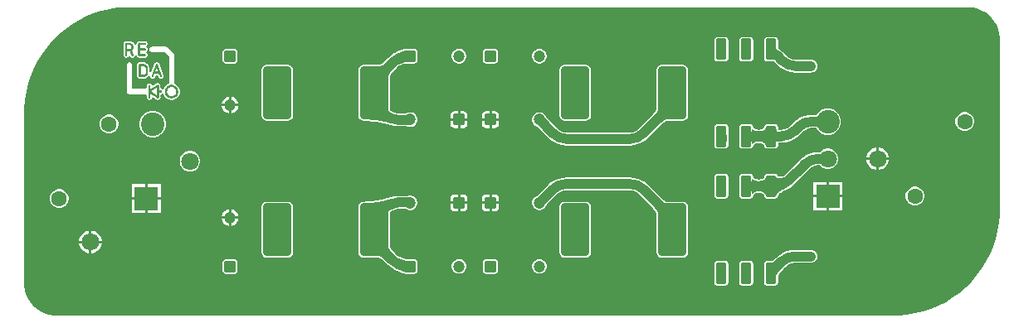
<source format=gtl>
G04*
G04 #@! TF.GenerationSoftware,Altium Limited,Altium Designer,22.4.2 (48)*
G04*
G04 Layer_Physical_Order=1*
G04 Layer_Color=255*
%FSLAX44Y44*%
%MOMM*%
G71*
G04*
G04 #@! TF.SameCoordinates,4816D0BE-1F83-4A6B-9D26-C2E6DC4596A5*
G04*
G04*
G04 #@! TF.FilePolarity,Positive*
G04*
G01*
G75*
G04:AMPARAMS|DCode=12|XSize=5.4mm|YSize=2.9mm|CornerRadius=0.3625mm|HoleSize=0mm|Usage=FLASHONLY|Rotation=270.000|XOffset=0mm|YOffset=0mm|HoleType=Round|Shape=RoundedRectangle|*
%AMROUNDEDRECTD12*
21,1,5.4000,2.1750,0,0,270.0*
21,1,4.6750,2.9000,0,0,270.0*
1,1,0.7250,-1.0875,-2.3375*
1,1,0.7250,-1.0875,2.3375*
1,1,0.7250,1.0875,2.3375*
1,1,0.7250,1.0875,-2.3375*
%
%ADD12ROUNDEDRECTD12*%
G04:AMPARAMS|DCode=13|XSize=1.1mm|YSize=2.2mm|CornerRadius=0.1375mm|HoleSize=0mm|Usage=FLASHONLY|Rotation=0.000|XOffset=0mm|YOffset=0mm|HoleType=Round|Shape=RoundedRectangle|*
%AMROUNDEDRECTD13*
21,1,1.1000,1.9250,0,0,0.0*
21,1,0.8250,2.2000,0,0,0.0*
1,1,0.2750,0.4125,-0.9625*
1,1,0.2750,-0.4125,-0.9625*
1,1,0.2750,-0.4125,0.9625*
1,1,0.2750,0.4125,0.9625*
%
%ADD13ROUNDEDRECTD13*%
G04:AMPARAMS|DCode=14|XSize=1.2mm|YSize=1.2mm|CornerRadius=0.15mm|HoleSize=0mm|Usage=FLASHONLY|Rotation=0.000|XOffset=0mm|YOffset=0mm|HoleType=Round|Shape=RoundedRectangle|*
%AMROUNDEDRECTD14*
21,1,1.2000,0.9000,0,0,0.0*
21,1,0.9000,1.2000,0,0,0.0*
1,1,0.3000,0.4500,-0.4500*
1,1,0.3000,-0.4500,-0.4500*
1,1,0.3000,-0.4500,0.4500*
1,1,0.3000,0.4500,0.4500*
%
%ADD14ROUNDEDRECTD14*%
%ADD15C,1.2000*%
G04:AMPARAMS|DCode=16|XSize=1.2mm|YSize=1.2mm|CornerRadius=0.15mm|HoleSize=0mm|Usage=FLASHONLY|Rotation=90.000|XOffset=0mm|YOffset=0mm|HoleType=Round|Shape=RoundedRectangle|*
%AMROUNDEDRECTD16*
21,1,1.2000,0.9000,0,0,90.0*
21,1,0.9000,1.2000,0,0,90.0*
1,1,0.3000,0.4500,0.4500*
1,1,0.3000,0.4500,-0.4500*
1,1,0.3000,-0.4500,-0.4500*
1,1,0.3000,-0.4500,0.4500*
%
%ADD16ROUNDEDRECTD16*%
%ADD17R,2.4000X2.4000*%
%ADD18C,2.4000*%
%ADD19C,1.8000*%
%ADD20C,1.6000*%
%ADD21C,1.0000*%
%ADD22C,0.6000*%
G36*
X965000Y157500D02*
X967130Y157500D01*
X971354Y156944D01*
X975469Y155841D01*
X979405Y154211D01*
X983095Y152081D01*
X986475Y149487D01*
X989487Y146475D01*
X992081Y143095D01*
X994211Y139405D01*
X995841Y135469D01*
X996944Y131354D01*
X997500Y127130D01*
X997500Y125000D01*
X997500D01*
Y-50000D01*
X997500D01*
Y-54224D01*
X996837Y-62645D01*
X995516Y-70988D01*
X993544Y-79202D01*
X990933Y-87236D01*
X987701Y-95041D01*
X983866Y-102567D01*
X979452Y-109770D01*
X974487Y-116604D01*
X969001Y-123027D01*
X963027Y-129001D01*
X956604Y-134487D01*
X949770Y-139452D01*
X942567Y-143866D01*
X935041Y-147701D01*
X927236Y-150933D01*
X919202Y-153544D01*
X910988Y-155516D01*
X902645Y-156837D01*
X894224Y-157500D01*
X890000Y-157500D01*
Y-157500D01*
X35000D01*
Y-157451D01*
X35000D01*
Y-157500D01*
X32870Y-157500D01*
X28646Y-156944D01*
X24531Y-155841D01*
X20595Y-154211D01*
X16905Y-152081D01*
X13525Y-149487D01*
X10513Y-146475D01*
X7919Y-143095D01*
X5789Y-139405D01*
X4159Y-135469D01*
X3056Y-131354D01*
X2500Y-127130D01*
X2500Y-125000D01*
Y50000D01*
Y54224D01*
X3163Y62645D01*
X4484Y70988D01*
X6456Y79202D01*
X9067Y87236D01*
X12299Y95041D01*
X16134Y102567D01*
X20548Y109770D01*
X25513Y116604D01*
X30999Y123027D01*
X36973Y129001D01*
X43396Y134487D01*
X50230Y139452D01*
X57433Y143866D01*
X64959Y147701D01*
X72764Y150933D01*
X80798Y153544D01*
X89012Y155516D01*
X97355Y156837D01*
X105776Y157500D01*
X110000Y157500D01*
Y157451D01*
X110000D01*
Y157500D01*
X965000D01*
Y157500D01*
D02*
G37*
%LPC*%
G36*
X119635Y122849D02*
X119623Y122844D01*
X119610Y122849D01*
X119382Y122845D01*
X119086Y122717D01*
X118763Y122712D01*
X118344Y122531D01*
X118120Y122300D01*
X117824Y122172D01*
X117506Y121845D01*
X117387Y121545D01*
X117162Y121314D01*
X116993Y120890D01*
X116998Y120567D01*
X116878Y120268D01*
X116881Y120051D01*
Y118241D01*
X116605Y118018D01*
X115423Y118354D01*
X115410Y118419D01*
X115319Y118555D01*
X115319Y118720D01*
X114992Y119509D01*
X114876Y119625D01*
X114845Y119787D01*
X114372Y120498D01*
X114236Y120590D01*
X114174Y120742D01*
X113573Y121350D01*
X113422Y121413D01*
X113332Y121551D01*
X112625Y122031D01*
X112465Y122065D01*
X112350Y122182D01*
X111564Y122517D01*
X111400Y122519D01*
X111264Y122612D01*
X110429Y122790D01*
X110267Y122760D01*
X110116Y122825D01*
X109710Y122831D01*
X109705Y122832D01*
X109705Y122831D01*
X109689Y122832D01*
X109688Y122831D01*
X109686Y122832D01*
X109674Y122832D01*
X109668Y122830D01*
X109664Y122832D01*
X109659Y122830D01*
X109651Y122833D01*
X109638Y122833D01*
X109628Y122829D01*
X109619Y122833D01*
X106656Y122833D01*
X106655Y122834D01*
X106650Y122834D01*
X106647Y122833D01*
X106646D01*
X106642Y122835D01*
X106640Y122835D01*
X106639Y122835D01*
X106639Y122835D01*
X106636Y122835D01*
X106629Y122833D01*
X106627D01*
X106621Y122837D01*
X106615Y122837D01*
X106615Y122837D01*
X106615Y122837D01*
X106610Y122837D01*
X106602Y122835D01*
X106594Y122838D01*
X106589Y122839D01*
X106589Y122838D01*
X106589Y122839D01*
X106586Y122839D01*
X106581Y122837D01*
X106575Y122839D01*
X106570Y122840D01*
X106568Y122840D01*
X106565Y122839D01*
X106562Y122840D01*
X106557Y122840D01*
X106553Y122839D01*
X106549Y122841D01*
X106544Y122841D01*
X106540Y122839D01*
X106536Y122841D01*
X106533Y122841D01*
X106528Y122839D01*
X106524Y122842D01*
X106503Y122843D01*
X106495Y122839D01*
X106489Y122842D01*
X106485Y122840D01*
X106479Y122843D01*
X106458Y122844D01*
X106451Y122841D01*
X106444Y122844D01*
X106424Y122844D01*
X106419Y122842D01*
X106414Y122844D01*
X106393Y122844D01*
X106391Y122843D01*
X106389Y122844D01*
X106379Y122844D01*
X106367Y122849D01*
X106354Y122844D01*
X106342Y122849D01*
X106114Y122845D01*
X105817Y122717D01*
X105495Y122712D01*
X105076Y122531D01*
X104852Y122300D01*
X104555Y122172D01*
X104237Y121845D01*
X104118Y121545D01*
X103893Y121314D01*
X103725Y120890D01*
X103729Y120567D01*
X103610Y120268D01*
X103613Y120051D01*
Y108608D01*
X103611Y108533D01*
X103663Y108396D01*
X103626Y108254D01*
X103654Y108059D01*
X103729Y107934D01*
X103717Y107788D01*
X103778Y107601D01*
X103873Y107490D01*
X103886Y107344D01*
X103979Y107170D01*
X104091Y107076D01*
X104129Y106935D01*
X104189Y106857D01*
X104210Y106846D01*
X104217Y106823D01*
X104271Y106756D01*
X104314Y106733D01*
X104327Y106701D01*
X104399Y106671D01*
X104447Y106572D01*
X104575Y106457D01*
X104702Y106413D01*
X104778Y106303D01*
X104923Y106209D01*
X105054Y106185D01*
X105146Y106088D01*
X105304Y106019D01*
X105438Y106016D01*
X105545Y105934D01*
X105617Y105915D01*
X105730Y105883D01*
X105903Y105904D01*
X106059Y105827D01*
X106317Y105809D01*
X106482Y105865D01*
X106650Y105821D01*
X106906Y105856D01*
X107056Y105944D01*
X107230Y105936D01*
X107473Y106023D01*
X107602Y106140D01*
X107774Y106167D01*
X107885Y106235D01*
X107897Y106252D01*
X107919Y106256D01*
X108039Y106334D01*
X108162Y106514D01*
X108360Y106607D01*
X108551Y106819D01*
X108625Y107025D01*
X108791Y107166D01*
X108922Y107420D01*
X109728Y107530D01*
X110312Y107422D01*
X110399Y107241D01*
X110509Y107142D01*
X110542Y106997D01*
X110658Y106834D01*
X110783Y106756D01*
X110841Y106619D01*
X110984Y106478D01*
X111049Y106452D01*
X111058Y106429D01*
X111138Y106396D01*
X111201Y106298D01*
X111284Y106241D01*
X111309Y106236D01*
X111323Y106215D01*
X111397Y106167D01*
X111530Y106143D01*
X111624Y106045D01*
X111783Y105974D01*
X111919Y105971D01*
X112027Y105889D01*
X112196Y105845D01*
X112330Y105863D01*
X112449Y105799D01*
X112623Y105782D01*
X112753Y105821D01*
X112843Y105790D01*
X112869Y105779D01*
X112872Y105780D01*
X112881Y105777D01*
X112955Y105782D01*
X113075Y105787D01*
X113234Y105862D01*
X113407Y105837D01*
X113661Y105903D01*
X113801Y106009D01*
X113976Y106020D01*
X114210Y106137D01*
X114326Y106269D01*
X114494Y106317D01*
X114700Y106479D01*
X114785Y106632D01*
X114941Y106713D01*
X115025Y106814D01*
X115032Y106837D01*
X115052Y106848D01*
X115142Y106962D01*
X115203Y107175D01*
X115361Y107331D01*
X115475Y107597D01*
X115475Y107624D01*
X115612Y107790D01*
X115637Y107819D01*
X115757Y107902D01*
X115878Y107966D01*
X115899Y107973D01*
X115990Y107990D01*
X116881Y107844D01*
X117020Y107724D01*
X117025Y107712D01*
X117026Y107707D01*
X117029Y107704D01*
X117030Y107701D01*
X117030Y107699D01*
X117031Y107699D01*
X117032Y107695D01*
X117032Y107693D01*
X117033Y107693D01*
X117034Y107689D01*
X117034Y107689D01*
X117034Y107688D01*
X117035Y107684D01*
X117036Y107683D01*
X117036Y107683D01*
X117036Y107681D01*
X117036Y107680D01*
X117037Y107675D01*
X117038Y107673D01*
X117039Y107671D01*
X117039Y107671D01*
X117040Y107670D01*
X117040Y107670D01*
X117041Y107666D01*
X117042Y107661D01*
X117047Y107656D01*
X117047Y107650D01*
X117048Y107646D01*
X117049Y107645D01*
X117049Y107644D01*
X117049Y107644D01*
X117051Y107640D01*
Y107639D01*
X117052Y107634D01*
X117056Y107630D01*
X117056Y107625D01*
X117058Y107619D01*
X117059Y107619D01*
X117059Y107618D01*
X117061Y107613D01*
X117062Y107612D01*
X117062Y107608D01*
X117063Y107604D01*
X117073Y107593D01*
X117073Y107585D01*
X117073Y107584D01*
X117077Y107580D01*
X117076Y107569D01*
X117078Y107565D01*
X117080Y107563D01*
X117080Y107561D01*
X117080Y107561D01*
X117083Y107558D01*
X117083Y107557D01*
X117083Y107556D01*
Y107556D01*
X117085Y107552D01*
X117085Y107551D01*
Y107551D01*
X117086Y107550D01*
X117087Y107548D01*
Y107542D01*
X117088Y107540D01*
X117093Y107535D01*
X117093Y107530D01*
X117093Y107530D01*
X117095Y107528D01*
X117095Y107524D01*
X117096Y107523D01*
X117097Y107522D01*
X117098Y107519D01*
X117099Y107518D01*
X117099Y107515D01*
X117101Y107510D01*
X117102Y107509D01*
X117102Y107509D01*
X117103Y107506D01*
X117109Y107500D01*
X117109Y107492D01*
X117111Y107487D01*
X117111Y107487D01*
X117112Y107487D01*
X117112Y107484D01*
X117113Y107480D01*
X117115Y107478D01*
X117117Y107475D01*
X117122Y107471D01*
X117122Y107464D01*
X117122Y107463D01*
X117122Y107463D01*
Y107463D01*
X117123Y107461D01*
Y107461D01*
X117124Y107459D01*
X117127Y107456D01*
X117127Y107451D01*
X117128Y107450D01*
X117130Y107448D01*
X117130Y107445D01*
X117130Y107445D01*
X117132Y107443D01*
X117132Y107440D01*
X117132Y107440D01*
X117133Y107439D01*
X117133Y107436D01*
X117134Y107434D01*
X117135Y107433D01*
X117136Y107431D01*
X117136Y107430D01*
X117136Y107428D01*
X117140Y107425D01*
X117140Y107421D01*
X117140Y107421D01*
X117140Y107420D01*
X117141Y107418D01*
X117142Y107418D01*
X117142Y107417D01*
X117142Y107416D01*
X117144Y107414D01*
X117144Y107412D01*
X117145Y107411D01*
X117145Y107410D01*
X117145Y107410D01*
X117146Y107408D01*
X117146Y107408D01*
X117147Y107407D01*
X117147Y107407D01*
Y107407D01*
X117148Y107404D01*
X117148Y107404D01*
X117148Y107403D01*
X117149Y107402D01*
X117149Y107402D01*
X117150Y107400D01*
X117152Y107395D01*
X117152Y107395D01*
X117153Y107394D01*
X117153Y107394D01*
X117154Y107391D01*
X117157Y107388D01*
X117157Y107382D01*
X117159Y107378D01*
X117162Y107375D01*
X117162Y107374D01*
X117165Y107369D01*
X117173Y107362D01*
X117174Y107353D01*
X117174Y107352D01*
X117174Y107346D01*
X117176Y107342D01*
X117185Y107334D01*
X117185Y107327D01*
X117186Y107325D01*
X117188Y107324D01*
X117188Y107322D01*
X117189Y107320D01*
X117193Y107316D01*
X117194Y107310D01*
X117195Y107309D01*
X117195Y107305D01*
X117196Y107303D01*
X117198Y107302D01*
X117198Y107301D01*
X117199Y107300D01*
X117199Y107297D01*
X117200Y107295D01*
X117201Y107295D01*
X117201Y107294D01*
X117202Y107293D01*
X117206Y107289D01*
X117207Y107284D01*
X117207Y107283D01*
X117207Y107283D01*
X117208Y107282D01*
X117210Y107281D01*
X117210Y107278D01*
X117210Y107277D01*
X117211Y107277D01*
X117211Y107275D01*
X117212Y107274D01*
X117212Y107274D01*
X117212Y107273D01*
X117214Y107271D01*
X117214Y107269D01*
X117215Y107268D01*
X117217Y107267D01*
X117217Y107265D01*
X117217Y107264D01*
X117218Y107263D01*
X117218Y107262D01*
X117219Y107262D01*
X117219Y107261D01*
X117219Y107260D01*
X117222Y107255D01*
X117222Y107255D01*
X117225Y107251D01*
Y107251D01*
X117228Y107246D01*
X117229Y107245D01*
X117229Y107242D01*
X117230Y107242D01*
X117239Y107235D01*
X117239Y107233D01*
X117241Y107230D01*
X117242Y107220D01*
X117242Y107219D01*
X117257Y107208D01*
X117257Y107207D01*
X117262Y107203D01*
X117265Y107181D01*
X117265Y107181D01*
X117266Y107180D01*
X117266Y107178D01*
X117269Y107173D01*
X117271Y107172D01*
X117271Y107170D01*
X117274Y107165D01*
X117274Y107165D01*
X117275Y107164D01*
X117276Y107163D01*
X117277Y107161D01*
X117278Y107159D01*
X117278Y107159D01*
X117278Y107158D01*
X117279Y107157D01*
X117287Y107151D01*
X117288Y107143D01*
X117290Y107140D01*
X117290Y107139D01*
X117290Y107139D01*
X117291Y107139D01*
X117291Y107138D01*
X117292Y107138D01*
X117292Y107136D01*
X117293Y107135D01*
X117298Y107132D01*
X117299Y107124D01*
X117300Y107123D01*
X117304Y107121D01*
X117304Y107116D01*
X117305Y107115D01*
X117305Y107115D01*
X117306Y107114D01*
X117306Y107113D01*
X117307Y107112D01*
X117307Y107112D01*
X117307Y107111D01*
X117311Y107108D01*
X117311Y107106D01*
X117312Y107106D01*
X117312Y107106D01*
X117312Y107105D01*
X117312Y107105D01*
X117313Y107105D01*
X117313Y107102D01*
X117314Y107100D01*
X117316Y107099D01*
X117316Y107098D01*
X117316Y107098D01*
X117317Y107097D01*
X117317Y107095D01*
X117319Y107093D01*
X117321Y107091D01*
X117321Y107090D01*
X117322Y107090D01*
X117322Y107089D01*
X117322Y107088D01*
X117324Y107087D01*
X117325Y107083D01*
X117325Y107082D01*
X117327Y107081D01*
X117327Y107080D01*
X117328Y107078D01*
X117333Y107075D01*
X117334Y107068D01*
X117335Y107067D01*
X117336Y107067D01*
X117336Y107066D01*
Y107066D01*
X117337Y107065D01*
Y107065D01*
X117338Y107064D01*
X117342Y107060D01*
X117343Y107055D01*
X117346Y107051D01*
X117346Y107051D01*
X117347Y107050D01*
Y107050D01*
X117347Y107049D01*
X117347Y107049D01*
X117350Y107044D01*
X117360Y107038D01*
X117362Y107026D01*
X117363Y107026D01*
X117380Y107015D01*
X117385Y106994D01*
X117385Y106993D01*
X117388Y106991D01*
X117389Y106987D01*
X117393Y106981D01*
X117393Y106981D01*
X117396Y106976D01*
X117406Y106970D01*
X117408Y106960D01*
X117409Y106958D01*
X117409Y106958D01*
X117410Y106958D01*
X117412Y106954D01*
X117415Y106952D01*
X117417Y106947D01*
X117417Y106946D01*
X117418Y106946D01*
X117418Y106945D01*
X117419Y106944D01*
X117424Y106941D01*
X117426Y106935D01*
X117426Y106934D01*
X117435Y106928D01*
X117437Y106920D01*
X117438Y106920D01*
X117439Y106919D01*
X117440Y106915D01*
X117443Y106911D01*
X117448Y106908D01*
X117449Y106906D01*
X117450Y106905D01*
X117451Y106901D01*
X117451Y106901D01*
X117458Y106897D01*
X117460Y106890D01*
X117460Y106889D01*
X117472Y106882D01*
X117475Y106874D01*
X117476Y106873D01*
X117478Y106867D01*
X117479Y106866D01*
X117484Y106863D01*
X117485Y106858D01*
X117486Y106857D01*
X117489Y106855D01*
X117491Y106852D01*
X117492Y106852D01*
X117492Y106851D01*
X117493Y106851D01*
X117493Y106850D01*
X117493Y106850D01*
X117493Y106849D01*
X117496Y106846D01*
X117496Y106846D01*
X117497Y106845D01*
X117501Y106843D01*
X117502Y106839D01*
X117503Y106838D01*
X117505Y106837D01*
X117506Y106832D01*
X117507Y106831D01*
X117507Y106831D01*
X117508Y106830D01*
X117510Y106829D01*
X117510Y106828D01*
X117511Y106827D01*
X117514Y106826D01*
X117514Y106824D01*
X117515Y106823D01*
X117515Y106823D01*
X117516Y106822D01*
X117518Y106821D01*
X117519Y106818D01*
X117519Y106817D01*
X117521Y106816D01*
X117522Y106814D01*
X117523Y106812D01*
X117530Y106809D01*
X117532Y106802D01*
X117533Y106801D01*
X117534Y106801D01*
X117534Y106799D01*
X117535Y106798D01*
X117535Y106798D01*
X117535Y106798D01*
X117536Y106797D01*
X117540Y106795D01*
X117541Y106794D01*
X117544Y106793D01*
X117545Y106788D01*
X117546Y106787D01*
X117548Y106786D01*
X117548Y106785D01*
X117550Y106784D01*
X117551Y106784D01*
X117552Y106781D01*
X117553Y106780D01*
X117554Y106779D01*
X117556Y106775D01*
X117556Y106774D01*
X117561Y106772D01*
X117563Y106766D01*
X117564Y106765D01*
X117569Y106763D01*
X117569Y106760D01*
X117570Y106760D01*
X117571Y106756D01*
X117572Y106755D01*
X117574Y106754D01*
X117574Y106753D01*
X117575Y106752D01*
X117575Y106752D01*
X117576Y106752D01*
X117580Y106749D01*
X117583Y106742D01*
X117583Y106742D01*
X117583Y106742D01*
X117584Y106741D01*
X117584Y106741D01*
X117584Y106741D01*
X117585Y106740D01*
X117586Y106739D01*
X117587Y106738D01*
X117587Y106737D01*
X117598Y106732D01*
X117601Y106724D01*
X117602Y106723D01*
X117604Y106723D01*
X117604Y106721D01*
X117605Y106720D01*
X117607Y106719D01*
X117608Y106716D01*
X117609Y106715D01*
X117611Y106711D01*
X117612Y106709D01*
X117616Y106707D01*
X117620Y106702D01*
X117621Y106702D01*
X117621Y106701D01*
X117622Y106700D01*
X117624Y106699D01*
X117625Y106698D01*
X117625Y106697D01*
X117626Y106696D01*
X117627Y106695D01*
X117634Y106691D01*
X117635Y106690D01*
X117637Y106684D01*
X117638Y106683D01*
X117639Y106683D01*
X117640Y106680D01*
X117641Y106679D01*
X117644Y106678D01*
X117645Y106676D01*
X117647Y106673D01*
X117648Y106672D01*
X117649Y106669D01*
X117650Y106669D01*
X117651Y106668D01*
X117651Y106668D01*
X117651Y106667D01*
X117652Y106667D01*
X117652Y106666D01*
X117653Y106665D01*
X117654Y106665D01*
X117654Y106664D01*
X117654Y106664D01*
X117655Y106664D01*
X117656Y106663D01*
X117657Y106662D01*
X117660Y106660D01*
X117661Y106658D01*
X117662Y106657D01*
X117664Y106657D01*
X117664Y106655D01*
X117664Y106655D01*
X117666Y106652D01*
X117667Y106651D01*
X117671Y106649D01*
X117672Y106646D01*
X117673Y106645D01*
X117677Y106643D01*
X117680Y106636D01*
X117682Y106634D01*
X117687Y106632D01*
X117688Y106630D01*
X117689Y106630D01*
X117690Y106629D01*
X117698Y106626D01*
X117701Y106617D01*
X117702Y106617D01*
X117704Y106616D01*
X117705Y106613D01*
X117706Y106612D01*
X117707Y106612D01*
X117709Y106607D01*
X117709Y106607D01*
X117710Y106606D01*
X117711Y106605D01*
X117712Y106604D01*
X117713Y106603D01*
X117732Y106595D01*
X117740Y106576D01*
X117741Y106575D01*
X117749Y106572D01*
X117753Y106565D01*
X117754Y106563D01*
X117774Y106556D01*
X117777Y106549D01*
X117778Y106549D01*
X117780Y106548D01*
X117781Y106546D01*
X117782Y106545D01*
X117784Y106544D01*
X117791Y106530D01*
X117792Y106529D01*
X117801Y106526D01*
X117805Y106518D01*
X117805Y106517D01*
X117817Y106514D01*
X117823Y106502D01*
X117825Y106501D01*
X117826Y106501D01*
X117827Y106500D01*
X117827Y106499D01*
X117847Y106493D01*
X117857Y106475D01*
X117858Y106474D01*
X117867Y106471D01*
X117872Y106463D01*
X117873Y106462D01*
X117874Y106462D01*
X117874Y106461D01*
X117891Y106448D01*
X117894Y106448D01*
X117895Y106445D01*
X117908Y106435D01*
X117914Y106434D01*
X117917Y106428D01*
X117930Y106419D01*
X117943Y106415D01*
X117950Y106404D01*
X117968Y106391D01*
X117973Y106390D01*
X117975Y106385D01*
X117989Y106376D01*
X117994Y106374D01*
X117997Y106370D01*
X118028Y106347D01*
X118033Y106346D01*
X118036Y106342D01*
X118050Y106332D01*
X118054Y106331D01*
X118057Y106327D01*
X118088Y106306D01*
X118093Y106304D01*
X118096Y106300D01*
X118110Y106290D01*
X118115Y106289D01*
X118117Y106285D01*
X118132Y106276D01*
X118149Y106272D01*
X118159Y106257D01*
X118165Y106253D01*
X118168Y106253D01*
X118171Y106250D01*
X118183Y106242D01*
X118187Y106241D01*
X118190Y106237D01*
X118202Y106229D01*
X118206Y106229D01*
X118208Y106226D01*
X118221Y106217D01*
X118224Y106217D01*
X118226Y106214D01*
X118232Y106210D01*
X118268Y106204D01*
X118276Y106192D01*
X118277Y106192D01*
X118283Y106191D01*
X118286Y106186D01*
X118287Y106186D01*
X118294Y106185D01*
X118298Y106179D01*
X118299Y106178D01*
X118322Y106174D01*
X118323Y106174D01*
X118324Y106173D01*
X118326Y106173D01*
X118340Y106154D01*
X118342Y106153D01*
X118346Y106152D01*
X118349Y106149D01*
X118350Y106149D01*
X118354Y106148D01*
X118357Y106145D01*
X118358Y106144D01*
X118361Y106144D01*
X118363Y106141D01*
X118364Y106141D01*
X118379Y106139D01*
X118389Y106127D01*
X118391Y106126D01*
X118392Y106126D01*
X118393Y106125D01*
X118393Y106125D01*
X118417Y106123D01*
X118424Y106114D01*
X118425Y106114D01*
X118425Y106114D01*
X118433Y106105D01*
X118434Y106105D01*
X118434Y106105D01*
X118435Y106104D01*
X118435Y106104D01*
X118440Y106104D01*
X118447Y106097D01*
X118448Y106096D01*
X118454Y106096D01*
X118454Y106095D01*
X118456Y106095D01*
X118456D01*
X118456Y106095D01*
X118456Y106094D01*
X118461Y106094D01*
X118467Y106088D01*
X118469Y106087D01*
X118476Y106087D01*
X118478Y106085D01*
X118478Y106084D01*
X118483Y106084D01*
X118488Y106080D01*
X118490Y106079D01*
X118495Y106079D01*
X118495Y106078D01*
X118497Y106078D01*
X118498Y106078D01*
X118500Y106075D01*
X118502Y106074D01*
X118502D01*
X118502Y106074D01*
X118503Y106074D01*
X118510Y106074D01*
X118514Y106069D01*
X118515Y106069D01*
X118519Y106066D01*
X118520Y106065D01*
X118525Y106065D01*
X118525Y106065D01*
X118527Y106065D01*
X118533Y106060D01*
X118535Y106059D01*
X118545Y106059D01*
X118547Y106056D01*
X118548Y106056D01*
X118551Y106054D01*
X118551Y106053D01*
X118553Y106053D01*
X118555Y106052D01*
X118556Y106051D01*
X118558Y106051D01*
X118561Y106048D01*
X118564Y106047D01*
X118570Y106047D01*
X118570Y106047D01*
X118572Y106046D01*
X118572D01*
X118574Y106044D01*
X118575Y106044D01*
X118575Y106044D01*
X118576Y106043D01*
X118579Y106043D01*
X118582Y106040D01*
X118584Y106039D01*
X118587Y106039D01*
X118589Y106038D01*
X118591Y106037D01*
X118595Y106037D01*
X118601Y106031D01*
X118602Y106031D01*
X118606Y106031D01*
X118610Y106028D01*
X118612Y106027D01*
X118619Y106027D01*
X118621Y106026D01*
X118621D01*
X118624Y106024D01*
X118624Y106024D01*
X118627Y106024D01*
X118629Y106021D01*
X118630Y106021D01*
X118632D01*
X118635Y106018D01*
X118636Y106017D01*
X118641D01*
X118644Y106014D01*
X118646Y106013D01*
X118649Y106013D01*
X118650Y106013D01*
X118654Y106013D01*
X118656Y106011D01*
X118657Y106010D01*
X118658Y106010D01*
X118658D01*
X118658Y106010D01*
X118660Y106009D01*
X118662Y106009D01*
X118662Y106009D01*
X118663Y106009D01*
X118665Y106009D01*
X118668Y106005D01*
X118671Y106004D01*
X118672Y106003D01*
X118675Y106002D01*
X118677Y106002D01*
X118677Y106002D01*
X118678Y106001D01*
X118678D01*
X118680Y106000D01*
X118682Y105999D01*
X118687Y105999D01*
X118690Y105997D01*
X118691Y105996D01*
X118696Y105996D01*
X118697Y105996D01*
X118701Y105992D01*
X118702Y105992D01*
X118704Y105992D01*
X118706Y105990D01*
X118707Y105990D01*
X118710Y105990D01*
X118713Y105988D01*
X118714Y105987D01*
X118717Y105988D01*
X118717Y105986D01*
X118718Y105986D01*
X118719Y105985D01*
X118724Y105984D01*
X118724D01*
X118728Y105982D01*
X118729Y105982D01*
X118730Y105981D01*
X118730Y105981D01*
X118730Y105981D01*
X118731Y105981D01*
X118731D01*
X118735Y105977D01*
X118736Y105977D01*
X118743Y105977D01*
X118749Y105972D01*
X118751Y105971D01*
X118756Y105971D01*
X118757Y105970D01*
X118759Y105970D01*
X118760Y105970D01*
X118763Y105967D01*
X118766Y105966D01*
X118776Y105966D01*
X118782Y105961D01*
X118783Y105961D01*
X118789Y105961D01*
X118795Y105956D01*
X118798Y105955D01*
X118799Y105955D01*
X118799Y105955D01*
X118800Y105955D01*
X118800Y105955D01*
X118801Y105954D01*
X118802Y105954D01*
X118803Y105954D01*
X118804Y105953D01*
X118804D01*
X118805Y105953D01*
X118805Y105953D01*
X118808Y105953D01*
X118810Y105951D01*
X118811Y105951D01*
X118812Y105951D01*
X118813Y105950D01*
X118814Y105950D01*
X118819Y105950D01*
X118822Y105947D01*
X118824Y105946D01*
X118825Y105946D01*
X118826Y105946D01*
X118836Y105942D01*
X118838Y105941D01*
X118942Y105948D01*
X119036Y105885D01*
X119046Y105883D01*
X119050Y105884D01*
X119053Y105882D01*
X119064Y105880D01*
X119065Y105880D01*
X119065Y105879D01*
X119073Y105878D01*
X119074Y105878D01*
X119076Y105877D01*
X119081Y105876D01*
X119083Y105876D01*
X119085Y105875D01*
X119087Y105875D01*
X119092Y105874D01*
X119108Y105877D01*
X119121Y105868D01*
X119123Y105868D01*
X119123Y105868D01*
X119135Y105866D01*
X119137Y105866D01*
X119140Y105865D01*
X119157Y105862D01*
X119158Y105862D01*
X119158Y105861D01*
X119175Y105858D01*
X119188Y105861D01*
X119191Y105859D01*
X119192Y105859D01*
X119201Y105861D01*
X119217Y105851D01*
X119218Y105851D01*
X119234Y105854D01*
X119248Y105846D01*
X119251Y105846D01*
X119259Y105848D01*
X119267Y105844D01*
X119270Y105843D01*
X119276Y105845D01*
X119282Y105842D01*
X119285Y105841D01*
X119286Y105842D01*
X119286Y105841D01*
X119288Y105841D01*
X119290Y105842D01*
X119291Y105841D01*
X119292Y105841D01*
X119294Y105842D01*
X119296Y105841D01*
X119296Y105841D01*
X119296Y105841D01*
X119297Y105840D01*
X119297Y105840D01*
X119298Y105840D01*
X119305Y105842D01*
X119310Y105839D01*
X119316Y105838D01*
X119316Y105838D01*
X119317Y105838D01*
X119327Y105836D01*
X119330Y105837D01*
X119333Y105836D01*
X119338Y105835D01*
X119338Y105835D01*
X119340Y105835D01*
X119363Y105842D01*
X119388Y105829D01*
X119395Y105829D01*
X119406Y105832D01*
X119416Y105827D01*
X119430Y105826D01*
X119437Y105829D01*
X119445Y105825D01*
X119458Y105824D01*
X119467Y105827D01*
X119474Y105823D01*
X119480Y105823D01*
X119481Y105823D01*
X119482Y105823D01*
X119496Y105822D01*
X119498Y105822D01*
X119499Y105822D01*
X119512Y105821D01*
X119513Y105821D01*
X119515Y105821D01*
X119523Y105824D01*
X119531Y105820D01*
X119544Y105819D01*
X119554Y105823D01*
X119563Y105819D01*
X119576Y105818D01*
X119583Y105821D01*
X119589Y105818D01*
X119595Y105818D01*
X119603Y105821D01*
X119611Y105817D01*
X119624Y105817D01*
X119639Y105822D01*
X119653Y105817D01*
X125367D01*
X125443Y105815D01*
X125580Y105866D01*
X125721Y105830D01*
X125916Y105858D01*
X126042Y105933D01*
X126187Y105921D01*
X126375Y105983D01*
X126486Y106077D01*
X126631Y106091D01*
X126806Y106183D01*
X126899Y106295D01*
X127040Y106333D01*
X127118Y106394D01*
X127130Y106414D01*
X127153Y106421D01*
X127220Y106476D01*
X127242Y106518D01*
X127274Y106531D01*
X127274Y106531D01*
X127304Y106604D01*
X127403Y106651D01*
X127518Y106780D01*
X127562Y106906D01*
X127672Y106982D01*
X127766Y107127D01*
X127790Y107259D01*
X127886Y107351D01*
X127956Y107508D01*
X127959Y107642D01*
X128041Y107749D01*
X128060Y107822D01*
X128091Y107935D01*
X128071Y108107D01*
X128148Y108263D01*
X128166Y108521D01*
X128110Y108686D01*
X128154Y108854D01*
X128118Y109110D01*
X128030Y109260D01*
X128039Y109434D01*
X127952Y109677D01*
X127835Y109806D01*
X127808Y109978D01*
X127740Y110088D01*
X127722Y110101D01*
X127718Y110123D01*
X127641Y110243D01*
X127461Y110367D01*
X127367Y110564D01*
X127156Y110756D01*
X127116Y110881D01*
X127018Y111350D01*
X127070Y111753D01*
X127222Y112193D01*
X127229Y112207D01*
X127288Y112314D01*
X127411Y112372D01*
X127528Y112501D01*
X127574Y112628D01*
X127685Y112705D01*
X127781Y112851D01*
X127806Y112984D01*
X127904Y113077D01*
X127976Y113237D01*
X127979Y113372D01*
X128062Y113480D01*
X128081Y113551D01*
X128113Y113667D01*
X128093Y113841D01*
X128171Y113998D01*
X128188Y114259D01*
X128133Y114425D01*
X128177Y114594D01*
X128140Y114854D01*
X128052Y115005D01*
X128060Y115180D01*
X127971Y115426D01*
X127853Y115556D01*
X127825Y115729D01*
X127756Y115840D01*
X127737Y115854D01*
X127733Y115877D01*
X127653Y115998D01*
X127551Y116068D01*
X127523Y116135D01*
X127449Y116165D01*
X127373Y116322D01*
X127202Y116474D01*
X127130Y116616D01*
X126995Y117147D01*
X127056Y117507D01*
X127202Y117936D01*
X127527Y118263D01*
X127655Y118575D01*
X127888Y118819D01*
X128055Y119248D01*
X128048Y119586D01*
X128164Y119903D01*
X128156Y120094D01*
X128156Y120142D01*
X128111Y120253D01*
X128142Y120369D01*
X128119Y120538D01*
X128059Y120642D01*
X128073Y120761D01*
X128027Y120926D01*
X127953Y121020D01*
X127950Y121140D01*
X127881Y121297D01*
X127794Y121380D01*
X127775Y121498D01*
X127730Y121571D01*
X127717Y121581D01*
X127714Y121597D01*
X127637Y121716D01*
X127528Y121791D01*
X127498Y121864D01*
X127434Y121891D01*
X127366Y122036D01*
X127156Y122227D01*
X126951Y122301D01*
X126811Y122467D01*
X126559Y122598D01*
X126343Y122617D01*
X126165Y122742D01*
X125888Y122804D01*
X125674Y122767D01*
X125470Y122842D01*
X125360Y122838D01*
X119924D01*
X119923Y122838D01*
X119918Y122839D01*
X119915Y122838D01*
X119911D01*
X119907Y122840D01*
X119904Y122840D01*
X119899Y122838D01*
X119893Y122841D01*
X119891Y122841D01*
X119890Y122841D01*
X119889Y122841D01*
X119884Y122841D01*
X119883Y122841D01*
X119883Y122842D01*
X119878Y122842D01*
X119877Y122841D01*
X119875Y122842D01*
X119873Y122842D01*
X119867Y122840D01*
X119862Y122843D01*
X119857Y122843D01*
X119850Y122841D01*
X119844Y122844D01*
X119839Y122844D01*
X119837Y122844D01*
X119833Y122843D01*
X119831Y122845D01*
X119825Y122845D01*
X119821Y122843D01*
X119817Y122845D01*
X119812Y122845D01*
X119808Y122844D01*
X119804Y122846D01*
X119802Y122846D01*
X119797Y122844D01*
X119792Y122846D01*
X119771Y122847D01*
X119759Y122842D01*
X119747Y122848D01*
X119727Y122848D01*
X119720Y122846D01*
X119714Y122848D01*
X119694Y122848D01*
X119688Y122846D01*
X119682Y122849D01*
X119662Y122849D01*
X119659Y122847D01*
X119656Y122849D01*
X119636D01*
X119635Y122849D01*
D02*
G37*
G36*
X400500Y115059D02*
X391500D01*
X390329Y114826D01*
X389939Y114565D01*
X389836Y114566D01*
X386011Y113032D01*
X384969Y112782D01*
X381115Y111186D01*
X380561Y110846D01*
X380045Y110639D01*
X379746Y110346D01*
X377559Y109006D01*
X374408Y106315D01*
X374420Y106302D01*
X374420Y106293D01*
X373458Y105332D01*
X373317Y105282D01*
X373301Y105249D01*
X373266Y105235D01*
X371452Y103468D01*
X368277Y100667D01*
X366961Y99665D01*
X365811Y98908D01*
X365230Y98600D01*
X348625D01*
X346625Y98203D01*
X344930Y97070D01*
X343797Y95375D01*
X343400Y93375D01*
Y46625D01*
X343797Y44625D01*
X344930Y42930D01*
X346625Y41797D01*
X348039Y41516D01*
X348099Y41464D01*
X348254Y41473D01*
X348472Y41430D01*
X348596Y41376D01*
X351111Y41331D01*
X359056Y40642D01*
X361748Y40239D01*
X373395Y37655D01*
X376426Y36785D01*
X376682Y36814D01*
X379808Y36063D01*
X383966Y35736D01*
Y35762D01*
X392669D01*
X393105Y35510D01*
X395013Y34999D01*
X396987D01*
X398895Y35510D01*
X400605Y36498D01*
X402001Y37894D01*
X402989Y39604D01*
X403500Y41512D01*
Y43487D01*
X402989Y45394D01*
X402001Y47104D01*
X400605Y48501D01*
X398895Y49488D01*
X396987Y49999D01*
X395013D01*
X393105Y49488D01*
X392042Y48874D01*
X383966D01*
X383797Y48852D01*
X383571Y48882D01*
X383558Y48892D01*
X380645Y49818D01*
X378228Y50697D01*
X376293Y51530D01*
X375600Y51900D01*
Y87364D01*
X375988Y88095D01*
X376720Y89208D01*
X380509Y93698D01*
X382235Y95470D01*
X382298Y95628D01*
X383344Y96675D01*
X389470Y99217D01*
X390876Y99717D01*
X391297Y99840D01*
X391465Y99877D01*
X391545Y99879D01*
X391595Y99901D01*
X391648Y99885D01*
X391755Y99941D01*
X400500D01*
X401670Y100174D01*
X402663Y100837D01*
X403326Y101830D01*
X403559Y103000D01*
Y112000D01*
X403326Y113170D01*
X402663Y114163D01*
X401670Y114826D01*
X400500Y115059D01*
D02*
G37*
G36*
X743125Y127056D02*
X734875D01*
X733753Y126833D01*
X732802Y126198D01*
X732167Y125247D01*
X731944Y124125D01*
Y104875D01*
X732167Y103753D01*
X732802Y102802D01*
X733753Y102167D01*
X734875Y101944D01*
X743125D01*
X744247Y102167D01*
X745198Y102802D01*
X745833Y103753D01*
X746056Y104875D01*
Y124125D01*
X745833Y125247D01*
X745198Y126198D01*
X744247Y126833D01*
X743125Y127056D01*
D02*
G37*
G36*
X717725D02*
X709475D01*
X708353Y126833D01*
X707402Y126198D01*
X706767Y125247D01*
X706544Y124125D01*
Y104875D01*
X706767Y103753D01*
X707402Y102802D01*
X708353Y102167D01*
X709475Y101944D01*
X717725D01*
X718847Y102167D01*
X719798Y102802D01*
X720433Y103753D01*
X720656Y104875D01*
Y124125D01*
X720433Y125247D01*
X719798Y126198D01*
X718847Y126833D01*
X717725Y127056D01*
D02*
G37*
G36*
X120361Y101329D02*
X120359D01*
X120347Y101324D01*
X120337Y101328D01*
X120245Y101327D01*
X120118Y101272D01*
X119983Y101302D01*
X119802Y101270D01*
X119686Y101196D01*
X119549Y101204D01*
X119375Y101143D01*
X119272Y101051D01*
X119135Y101036D01*
X118973Y100948D01*
X118886Y100841D01*
X118753Y100804D01*
X118699Y100762D01*
X118586Y100679D01*
X118552Y100623D01*
X118529Y100614D01*
X118528Y100614D01*
X118491Y100524D01*
X118463Y100478D01*
X118258Y100360D01*
X118059Y100101D01*
X117998Y99874D01*
X117834Y99704D01*
X117715Y99400D01*
X117720Y99164D01*
X117610Y98955D01*
X117580Y98630D01*
X117645Y98420D01*
X117604Y98321D01*
Y98181D01*
X117603Y98173D01*
X117604Y98166D01*
X117604Y87063D01*
X117612Y87045D01*
X117605Y87029D01*
X117608Y87022D01*
X117605Y87014D01*
X117605Y87008D01*
X117608Y87001D01*
X117606Y86993D01*
X117606Y86990D01*
X117606Y86990D01*
X117606Y86989D01*
X117606Y86989D01*
X117606Y86987D01*
X117606Y86987D01*
X117606Y86981D01*
X117607Y86978D01*
X117606Y86975D01*
X117606Y86973D01*
X117608Y86970D01*
X117607Y86966D01*
X117607Y86965D01*
X117607Y86964D01*
X117607Y86959D01*
X117609Y86953D01*
X117607Y86948D01*
X117607Y86944D01*
X117610Y86939D01*
X117608Y86933D01*
X117608Y86930D01*
X117608Y86930D01*
X117609Y86925D01*
X117611Y86919D01*
X117609Y86914D01*
X117610Y86911D01*
X117610Y86910D01*
X117610Y86908D01*
X117610Y86906D01*
X117610Y86905D01*
X117610Y86904D01*
X117610Y86898D01*
X117611Y86896D01*
X117611Y86894D01*
X117611Y86888D01*
X117611Y86887D01*
X117611Y86886D01*
X117611Y86880D01*
X117611Y86879D01*
X117612Y86877D01*
X117615Y86870D01*
X117612Y86861D01*
X117613Y86855D01*
X117617Y86846D01*
X117614Y86837D01*
X117615Y86830D01*
X117621Y86819D01*
X117617Y86806D01*
X117617Y86803D01*
X117618Y86802D01*
X117618Y86801D01*
Y86801D01*
X117618Y86796D01*
X117618Y86795D01*
X117618Y86794D01*
X117619Y86787D01*
X117619Y86787D01*
X117619Y86787D01*
X117619Y86781D01*
X117629Y86762D01*
X117624Y86742D01*
X117624Y86739D01*
X117628Y86732D01*
X117626Y86724D01*
X117626Y86718D01*
X117632Y86708D01*
X117629Y86697D01*
X117630Y86691D01*
X117636Y86681D01*
X117633Y86670D01*
X117634Y86664D01*
X117636Y86661D01*
X117636Y86659D01*
X117636Y86656D01*
X117641Y86648D01*
X117639Y86637D01*
X117640Y86632D01*
X117640Y86632D01*
X117640Y86632D01*
X117640Y86631D01*
X117640Y86628D01*
X117640Y86628D01*
X117641Y86623D01*
X117643Y86621D01*
X117642Y86618D01*
X117643Y86612D01*
X117643Y86612D01*
X117644Y86608D01*
X117646Y86605D01*
X117645Y86600D01*
X117646Y86594D01*
X117652Y86584D01*
X117649Y86573D01*
X117651Y86567D01*
X117660Y86552D01*
X117657Y86537D01*
X117657Y86535D01*
X117657Y86535D01*
X117658Y86530D01*
X117658Y86529D01*
X117659Y86524D01*
X117659Y86524D01*
X117659Y86523D01*
X117660Y86518D01*
X117661Y86518D01*
X117660Y86518D01*
X117661Y86517D01*
X117661Y86517D01*
X117661Y86514D01*
Y86514D01*
X117662Y86510D01*
X117662Y86509D01*
X117662Y86507D01*
X117672Y86493D01*
X117669Y86477D01*
X117670Y86472D01*
X117679Y86459D01*
X117676Y86444D01*
X117677Y86439D01*
X117686Y86427D01*
X117684Y86413D01*
X117685Y86409D01*
X117692Y86399D01*
X117690Y86390D01*
X117691Y86389D01*
X117691Y86388D01*
X117691Y86387D01*
X117692Y86383D01*
X117692Y86382D01*
X117692Y86380D01*
X117693Y86378D01*
X117697Y86373D01*
X117696Y86367D01*
X117697Y86362D01*
X117699Y86360D01*
X117699Y86358D01*
X117699Y86357D01*
X117699Y86356D01*
X117700Y86352D01*
X117700Y86352D01*
X117700Y86351D01*
X117701Y86351D01*
X117701Y86350D01*
X117701Y86349D01*
X117702Y86344D01*
X117702Y86344D01*
X117704Y86341D01*
X117705Y86338D01*
X117705Y86335D01*
X117706Y86330D01*
X117707Y86330D01*
X117707Y86330D01*
X117708Y86325D01*
X117709Y86324D01*
X117708Y86321D01*
X117709Y86317D01*
X117713Y86313D01*
X117713Y86311D01*
X117713Y86310D01*
X117714Y86308D01*
X117714Y86306D01*
X117714Y86304D01*
X117718Y86300D01*
X117717Y86292D01*
X117718Y86289D01*
X117720Y86287D01*
X117719Y86285D01*
X117720Y86283D01*
X117720Y86283D01*
X117720Y86283D01*
X117720Y86282D01*
X117721Y86277D01*
X117722Y86275D01*
X117722Y86275D01*
X117722Y86274D01*
X117722Y86274D01*
X117723Y86272D01*
X117723Y86272D01*
X117724Y86269D01*
X117724Y86269D01*
X117724Y86269D01*
X117724Y86268D01*
X117727Y86264D01*
X117727Y86258D01*
X117729Y86253D01*
X117730Y86252D01*
X117730Y86250D01*
X117730Y86250D01*
X117730Y86249D01*
X117731Y86245D01*
X117732Y86244D01*
X117734Y86236D01*
X117741Y86228D01*
X117740Y86215D01*
X117742Y86210D01*
X117751Y86200D01*
X117750Y86191D01*
X117751Y86189D01*
X117751Y86189D01*
X117751Y86183D01*
X117752Y86179D01*
X117759Y86170D01*
X117759Y86164D01*
X117759Y86163D01*
X117760Y86161D01*
X117760Y86159D01*
X117761Y86156D01*
X117763Y86154D01*
X117763Y86148D01*
X117763Y86148D01*
X117764Y86147D01*
X117764Y86146D01*
X117764Y86145D01*
X117765Y86144D01*
X117766Y86141D01*
X117767Y86141D01*
X117766Y86138D01*
X117767Y86136D01*
X117769Y86134D01*
X117769Y86132D01*
X117770Y86131D01*
X117772Y86128D01*
X117772Y86124D01*
X117772Y86123D01*
X117773Y86122D01*
X117773Y86122D01*
X117773Y86121D01*
X117774Y86120D01*
X117774Y86118D01*
X117774Y86117D01*
X117775Y86117D01*
X117775Y86116D01*
X117777Y86114D01*
X117777Y86111D01*
X117777Y86109D01*
X117778Y86109D01*
X117778Y86109D01*
Y86108D01*
X117778Y86108D01*
X117778Y86108D01*
X117779Y86105D01*
X117779Y86105D01*
X117779Y86103D01*
X117781Y86099D01*
X117782Y86098D01*
X117782Y86096D01*
X117783Y86095D01*
X117783Y86093D01*
X117785Y86088D01*
X117786Y86088D01*
Y86088D01*
X117788Y86083D01*
X117789Y86082D01*
X117789Y86079D01*
X117789Y86079D01*
X117791Y86077D01*
X117791Y86072D01*
X117792Y86068D01*
X117796Y86063D01*
X117796Y86061D01*
X117797Y86060D01*
X117798Y86059D01*
X117798Y86058D01*
X117798Y86057D01*
X117802Y86052D01*
X117802Y86046D01*
X117803Y86044D01*
X117803Y86044D01*
X117803Y86041D01*
X117803Y86040D01*
X117804Y86040D01*
Y86039D01*
X117804Y86038D01*
X117806Y86036D01*
X117806Y86036D01*
X117808Y86034D01*
X117807Y86032D01*
X117808Y86031D01*
X117810Y86028D01*
X117810Y86025D01*
X117810Y86024D01*
X117810Y86024D01*
Y86024D01*
X117811Y86023D01*
Y86022D01*
X117812Y86019D01*
X117815Y86016D01*
X117815Y86012D01*
X117815Y86011D01*
X117816Y86010D01*
Y86010D01*
X117816Y86009D01*
X117818Y86008D01*
X117818Y86005D01*
X117820Y86000D01*
X117824Y85996D01*
X117824Y85991D01*
X117824Y85991D01*
X117825Y85990D01*
X117825Y85989D01*
X117827Y85984D01*
Y85984D01*
X117829Y85980D01*
X117830Y85978D01*
X117830Y85976D01*
X117831Y85975D01*
Y85974D01*
X117831Y85973D01*
X117832Y85973D01*
X117833Y85971D01*
X117833Y85970D01*
X117833Y85967D01*
X117835Y85963D01*
X117843Y85955D01*
X117843Y85950D01*
X117845Y85946D01*
X117847Y85944D01*
X117847Y85939D01*
X117848Y85938D01*
X117852Y85934D01*
X117852Y85928D01*
X117853Y85927D01*
X117854Y85926D01*
Y85925D01*
X117854Y85925D01*
X117855Y85923D01*
X117856Y85916D01*
X117858Y85912D01*
X117860Y85910D01*
Y85910D01*
X117862Y85905D01*
X117864Y85903D01*
X117864Y85901D01*
X117865Y85899D01*
X117869Y85896D01*
X117869Y85887D01*
X117870Y85886D01*
X117870Y85886D01*
X117870Y85885D01*
Y85885D01*
X117871Y85884D01*
X117873Y85882D01*
X117873Y85881D01*
X117874Y85880D01*
X117874Y85879D01*
X117874Y85879D01*
X117876Y85876D01*
X117876Y85875D01*
X117876Y85872D01*
X117878Y85868D01*
X117881Y85866D01*
X117881Y85864D01*
X117881Y85864D01*
X117881Y85863D01*
X117882Y85862D01*
X117883Y85861D01*
Y85861D01*
X117883Y85860D01*
X117884Y85859D01*
X117884Y85859D01*
X117884Y85857D01*
X117885Y85856D01*
X117885Y85855D01*
X117886Y85854D01*
X117888Y85852D01*
X117888Y85849D01*
X117889Y85847D01*
X117890Y85846D01*
X117891Y85845D01*
X117891Y85843D01*
X117891Y85843D01*
X117891Y85843D01*
X117892Y85842D01*
X117892Y85841D01*
X117892Y85840D01*
X117893Y85840D01*
X117894Y85837D01*
X117894Y85836D01*
X117895Y85835D01*
X117895Y85835D01*
X117895Y85832D01*
X117896Y85831D01*
X117899Y85828D01*
X117899Y85826D01*
X117899Y85826D01*
X117900Y85825D01*
X117900Y85824D01*
X117900Y85823D01*
X117902Y85822D01*
X117902Y85818D01*
X117903Y85817D01*
X117905Y85815D01*
X117905Y85811D01*
X117906Y85809D01*
X117907Y85808D01*
X117907Y85807D01*
X117908Y85806D01*
X117909Y85805D01*
X117909Y85804D01*
X117910Y85803D01*
X117913Y85801D01*
X117913Y85797D01*
X117913Y85796D01*
X117915Y85794D01*
X117915Y85790D01*
X117917Y85786D01*
X117919Y85785D01*
X117921Y85781D01*
X117922Y85780D01*
X117922Y85778D01*
X117922Y85778D01*
X117924Y85776D01*
X117924Y85774D01*
X117925Y85773D01*
Y85773D01*
X117928Y85768D01*
X117935Y85761D01*
X117936Y85749D01*
X117938Y85744D01*
X117957Y85728D01*
X117959Y85711D01*
X117960Y85709D01*
X117962Y85707D01*
X117963Y85697D01*
X117966Y85693D01*
X117971Y85689D01*
X117972Y85686D01*
X117972Y85685D01*
X117980Y85679D01*
X117982Y85666D01*
X117982Y85665D01*
X117986Y85662D01*
X117986Y85658D01*
X117987Y85656D01*
X117991Y85653D01*
X117991Y85650D01*
X117992Y85648D01*
X117993Y85648D01*
X117993Y85646D01*
X117994Y85645D01*
X117995Y85644D01*
X117995Y85642D01*
X117996Y85641D01*
X117998Y85640D01*
X117998Y85639D01*
X117998Y85638D01*
X118001Y85636D01*
X118002Y85631D01*
X118003Y85630D01*
X118004Y85629D01*
X118004Y85629D01*
X118005Y85628D01*
X118005Y85627D01*
X118005Y85626D01*
X118006Y85625D01*
X118010Y85622D01*
X118011Y85617D01*
X118014Y85612D01*
X118015Y85611D01*
X118016Y85609D01*
X118016Y85609D01*
X118016Y85608D01*
X118016Y85608D01*
X118017Y85607D01*
X118019Y85604D01*
X118028Y85597D01*
X118030Y85586D01*
X118031Y85585D01*
X118049Y85573D01*
X118053Y85551D01*
X118056Y85546D01*
X118056Y85546D01*
X118056Y85545D01*
X118060Y85543D01*
X118061Y85538D01*
X118064Y85533D01*
X118064Y85533D01*
X118064Y85533D01*
X118065Y85532D01*
X118070Y85528D01*
X118072Y85522D01*
X118073Y85520D01*
X118073Y85520D01*
X118073Y85519D01*
X118075Y85518D01*
X118075Y85517D01*
X118075Y85516D01*
X118079Y85514D01*
X118080Y85509D01*
X118081Y85508D01*
X118086Y85505D01*
X118088Y85498D01*
X118088Y85497D01*
X118093Y85494D01*
X118094Y85490D01*
X118095Y85489D01*
X118095Y85489D01*
X118095Y85489D01*
X118095Y85488D01*
X118097Y85487D01*
X118097Y85486D01*
X118098Y85485D01*
X118100Y85484D01*
X118100Y85481D01*
X118101Y85481D01*
X118102Y85480D01*
X118102Y85477D01*
X118103Y85476D01*
X118103Y85476D01*
X118104Y85475D01*
X118108Y85472D01*
X118109Y85470D01*
X118110Y85468D01*
X118116Y85465D01*
X118118Y85455D01*
X118119Y85453D01*
X118123Y85451D01*
X118125Y85447D01*
X118126Y85447D01*
X118130Y85440D01*
X118131Y85440D01*
X118131Y85439D01*
X118133Y85438D01*
X118134Y85435D01*
X118134Y85435D01*
X118135Y85434D01*
X118135Y85434D01*
X118136Y85433D01*
X118136Y85433D01*
X118138Y85428D01*
X118138Y85427D01*
X118143Y85425D01*
X118144Y85420D01*
X118144Y85420D01*
X118146Y85419D01*
X118146Y85418D01*
X118147Y85417D01*
X118148Y85416D01*
X118149Y85415D01*
X118150Y85412D01*
X118151Y85411D01*
X118154Y85409D01*
X118154Y85407D01*
X118155Y85406D01*
X118156Y85405D01*
X118157Y85404D01*
X118157Y85403D01*
X118163Y85400D01*
X118164Y85394D01*
X118165Y85393D01*
X118166Y85393D01*
X118166Y85391D01*
X118167Y85390D01*
X118172Y85387D01*
X118174Y85384D01*
X118174Y85383D01*
X118176Y85381D01*
X118178Y85376D01*
X118181Y85372D01*
X118183Y85371D01*
X118183Y85369D01*
X118184Y85368D01*
X118187Y85366D01*
X118188Y85366D01*
X118188Y85365D01*
X118188Y85364D01*
X118190Y85363D01*
X118191Y85362D01*
X118191Y85362D01*
X118195Y85357D01*
X118195Y85357D01*
X118197Y85354D01*
X118198Y85353D01*
X118198Y85353D01*
X118199Y85352D01*
X118200Y85351D01*
X118201Y85346D01*
X118202Y85345D01*
X118206Y85343D01*
X118206Y85343D01*
X118208Y85340D01*
X118208Y85340D01*
X118209Y85337D01*
X118209Y85337D01*
X118215Y85334D01*
X118216Y85330D01*
X118216Y85329D01*
X118218Y85328D01*
X118218Y85327D01*
X118219Y85326D01*
X118223Y85324D01*
X118223Y85321D01*
X118224Y85321D01*
X118226Y85320D01*
X118227Y85315D01*
X118228Y85314D01*
X118228Y85314D01*
X118229Y85313D01*
X118229Y85313D01*
X118230Y85312D01*
X118231Y85311D01*
X118231Y85310D01*
X118232Y85310D01*
X118232Y85309D01*
X118232Y85309D01*
X118235Y85308D01*
X118235Y85307D01*
X118236Y85306D01*
X118238Y85304D01*
X118240Y85300D01*
X118240Y85299D01*
X118241Y85299D01*
X118241Y85297D01*
X118242Y85297D01*
X118245Y85295D01*
X118245Y85294D01*
X118247Y85292D01*
X118251Y85290D01*
X118251Y85289D01*
X118252Y85289D01*
X118252Y85289D01*
X118252Y85287D01*
X118254Y85285D01*
X118255Y85281D01*
X118256Y85280D01*
X118257Y85279D01*
X118257Y85279D01*
X118258Y85278D01*
X118262Y85275D01*
X118265Y85273D01*
Y85273D01*
X118267Y85269D01*
X118269Y85265D01*
X118269Y85265D01*
X118273Y85263D01*
X118274Y85262D01*
X118279Y85259D01*
X118281Y85253D01*
X118281Y85253D01*
X118282Y85250D01*
X118283Y85248D01*
X118285Y85247D01*
X118288Y85246D01*
X118288Y85244D01*
X118291Y85241D01*
X118295Y85239D01*
X118296Y85234D01*
X118297Y85233D01*
X118297Y85232D01*
X118298Y85232D01*
X118305Y85229D01*
X118308Y85221D01*
X118308Y85220D01*
X118309Y85220D01*
X118310Y85218D01*
X118311Y85217D01*
X118311Y85217D01*
X118312Y85217D01*
X118312Y85216D01*
X118313Y85215D01*
X118315Y85214D01*
X118315Y85214D01*
X118316Y85213D01*
X118318Y85212D01*
X118321Y85209D01*
X118323Y85204D01*
X118324Y85203D01*
X118327Y85201D01*
X118327Y85201D01*
X118327Y85200D01*
X118329Y85199D01*
X118330Y85197D01*
X118331Y85197D01*
X118331Y85197D01*
X118332Y85197D01*
X118332Y85196D01*
X118333Y85195D01*
X118334Y85195D01*
X118336Y85189D01*
X118337Y85188D01*
X118342Y85185D01*
X118343Y85184D01*
X118344Y85183D01*
X118346Y85182D01*
X118347Y85178D01*
X118348Y85178D01*
X118349Y85177D01*
X118350Y85174D01*
X118351Y85173D01*
X118357Y85170D01*
X118358Y85169D01*
X118359Y85168D01*
X118361Y85167D01*
X118364Y85158D01*
X118365Y85157D01*
X118368Y85156D01*
X118369Y85155D01*
X118372Y85154D01*
X118374Y85147D01*
X118375Y85147D01*
X118375Y85147D01*
X118376Y85146D01*
X118377Y85145D01*
X118377Y85145D01*
X118378Y85144D01*
X118378Y85144D01*
X118378Y85143D01*
X118380Y85142D01*
X118380Y85142D01*
X118383Y85141D01*
X118383Y85140D01*
X118385Y85138D01*
X118390Y85136D01*
X118392Y85130D01*
X118394Y85129D01*
X118395Y85127D01*
X118396Y85126D01*
X118396Y85126D01*
X118396Y85126D01*
X118397Y85125D01*
X118398Y85125D01*
X118403Y85120D01*
X118405Y85115D01*
X118406Y85114D01*
X118412Y85111D01*
X118413Y85108D01*
X118414Y85107D01*
X118416Y85106D01*
X118417Y85104D01*
X118418Y85103D01*
Y85103D01*
X118418Y85102D01*
X118420Y85102D01*
X118420Y85101D01*
X118420Y85100D01*
X118423Y85099D01*
X118424Y85096D01*
X118426Y85095D01*
X118427Y85094D01*
X118427Y85093D01*
X118429Y85093D01*
X118430Y85090D01*
X118431Y85088D01*
X118432Y85087D01*
X118432Y85086D01*
X118432Y85086D01*
X118435Y85085D01*
X118436Y85082D01*
X118437Y85082D01*
X118440Y85080D01*
X118441Y85079D01*
X118444Y85077D01*
X118445Y85074D01*
X118446Y85073D01*
X118447Y85072D01*
X118448Y85071D01*
X118449Y85070D01*
X118453Y85068D01*
X118453Y85066D01*
X118457Y85065D01*
X118459Y85059D01*
X118461Y85058D01*
X118463Y85056D01*
X118464Y85055D01*
X118465Y85054D01*
X118469Y85053D01*
X118471Y85047D01*
X118472Y85046D01*
X118473Y85045D01*
X118474Y85044D01*
X118475Y85043D01*
X118475Y85043D01*
X118475Y85043D01*
X118476Y85042D01*
X118490Y85036D01*
X118495Y85027D01*
X118495Y85026D01*
X118498Y85025D01*
X118499Y85023D01*
X118500Y85022D01*
X118502Y85021D01*
X118503Y85020D01*
X118505Y85018D01*
X118511Y85016D01*
X118517Y85002D01*
X118518Y85001D01*
X118519Y85001D01*
X118519Y85000D01*
X118520Y85000D01*
X118526Y84998D01*
X118528Y84992D01*
X118529Y84992D01*
X118533Y84990D01*
X118535Y84986D01*
X118536Y84985D01*
X118547Y84981D01*
X118547Y84981D01*
X118550Y84979D01*
X118550Y84979D01*
X118551Y84978D01*
X118552Y84977D01*
X118555Y84976D01*
X118563Y84961D01*
X118564Y84960D01*
X118569Y84959D01*
X118571Y84954D01*
X118572Y84954D01*
X118591Y84947D01*
X118600Y84930D01*
X118601Y84929D01*
X118613Y84925D01*
X118619Y84915D01*
X118620Y84914D01*
X118629Y84911D01*
X118634Y84903D01*
X118635Y84902D01*
X118643Y84900D01*
X118647Y84893D01*
X118665Y84880D01*
X118669Y84878D01*
X118671Y84875D01*
X118684Y84865D01*
X118690Y84863D01*
X118693Y84858D01*
X118706Y84848D01*
X118733Y84841D01*
X118748Y84818D01*
X118767Y84805D01*
X118771Y84804D01*
X118773Y84801D01*
X118787Y84791D01*
X118793Y84790D01*
X118797Y84784D01*
X118805Y84779D01*
X118819Y84769D01*
X118825Y84768D01*
X118828Y84763D01*
X118842Y84753D01*
X118845Y84753D01*
X118847Y84750D01*
X118856Y84744D01*
X118871Y84733D01*
X118875Y84733D01*
X118877Y84729D01*
X118892Y84719D01*
X118898Y84718D01*
X118902Y84712D01*
X118917Y84703D01*
X118942Y84698D01*
X118958Y84676D01*
X118979Y84663D01*
X118982Y84663D01*
X118985Y84659D01*
X119001Y84650D01*
X119006Y84649D01*
X119009Y84644D01*
X119025Y84635D01*
X119058Y84629D01*
X119065Y84620D01*
X119066Y84619D01*
X119084Y84616D01*
X119096Y84601D01*
X119097Y84600D01*
X119102Y84600D01*
X119106Y84595D01*
X119106Y84595D01*
X119109Y84595D01*
X119110Y84593D01*
X119111Y84592D01*
X119113Y84592D01*
X119115Y84590D01*
X119116Y84589D01*
X119121Y84589D01*
X119123Y84586D01*
X119124Y84585D01*
X119136Y84584D01*
X119144Y84574D01*
X119145Y84573D01*
X119157Y84572D01*
X119165Y84563D01*
X119166Y84562D01*
X119171Y84562D01*
X119175Y84558D01*
X119176Y84557D01*
X119182Y84556D01*
X119186Y84552D01*
X119186Y84552D01*
X119198Y84551D01*
X119206Y84542D01*
X119207Y84542D01*
X119214Y84541D01*
X119219Y84536D01*
X119220Y84536D01*
X119224Y84535D01*
X119232Y84528D01*
X119233Y84528D01*
X119239Y84527D01*
X119240Y84526D01*
X119241Y84526D01*
X119247Y84526D01*
X119251Y84521D01*
X119252Y84521D01*
X119253D01*
X119253Y84521D01*
X119254Y84520D01*
X119254D01*
X119256Y84518D01*
X119259Y84516D01*
X119263Y84516D01*
X119267Y84513D01*
X119269Y84512D01*
X119273Y84512D01*
X119274Y84512D01*
X119275Y84511D01*
X119281Y84511D01*
X119285Y84507D01*
X119287Y84506D01*
X119291D01*
X119293Y84503D01*
X119294Y84503D01*
X119297Y84503D01*
X119299Y84501D01*
X119299Y84501D01*
X119299D01*
X119301Y84500D01*
X119303Y84499D01*
X119305Y84499D01*
X119305Y84499D01*
X119306Y84499D01*
X119307D01*
X119308Y84497D01*
X119309Y84497D01*
X119310Y84497D01*
X119314Y84493D01*
X119315Y84493D01*
X119321Y84493D01*
X119324Y84491D01*
X119327Y84492D01*
X119333Y84486D01*
X119335Y84485D01*
X119342Y84485D01*
X119343Y84485D01*
X119346Y84482D01*
X119346Y84481D01*
X119347D01*
X119348Y84481D01*
X119351Y84481D01*
X119356Y84477D01*
X119359Y84476D01*
X119367Y84476D01*
X119369Y84474D01*
X119370Y84473D01*
X119373Y84473D01*
X119376Y84470D01*
X119377Y84470D01*
X119378Y84470D01*
X119379Y84469D01*
X119380Y84468D01*
X119381Y84468D01*
X119384Y84466D01*
X119387Y84464D01*
X119389Y84463D01*
X119398Y84463D01*
X119405Y84457D01*
X119408Y84456D01*
X119415Y84456D01*
X119418Y84455D01*
X119420Y84452D01*
X119422Y84452D01*
X119427Y84452D01*
X119431Y84448D01*
X119431Y84448D01*
X119433Y84447D01*
X119436Y84446D01*
X119441Y84446D01*
X119445Y84443D01*
X119445Y84443D01*
X119446Y84443D01*
X119448Y84441D01*
X119451Y84440D01*
X119452Y84440D01*
X119453Y84440D01*
X119459Y84440D01*
X119460Y84439D01*
X119463Y84436D01*
X119463Y84436D01*
X119464Y84436D01*
X119465Y84435D01*
X119471Y84436D01*
X119474Y84432D01*
X119477Y84432D01*
X119482Y84432D01*
X119485Y84429D01*
X119496Y84425D01*
X119502Y84425D01*
X119507Y84422D01*
X119507Y84421D01*
X119611Y84430D01*
X119709Y84364D01*
X119715Y84363D01*
X119722Y84361D01*
X119722Y84361D01*
X119726Y84361D01*
X119729Y84361D01*
X119731Y84359D01*
X119734Y84359D01*
X119734Y84359D01*
X119743Y84357D01*
X119748Y84358D01*
X119752Y84355D01*
X119763Y84353D01*
X119779Y84356D01*
X119792Y84347D01*
X119810Y84344D01*
X119811Y84344D01*
X119811Y84344D01*
X119817Y84343D01*
X119817Y84343D01*
X119818Y84343D01*
X119823Y84342D01*
X119829Y84341D01*
X119829Y84341D01*
X119832Y84340D01*
X119846Y84337D01*
X119846Y84337D01*
X119846Y84337D01*
X119852Y84336D01*
X119852Y84336D01*
X119853Y84336D01*
X119858Y84334D01*
X119862Y84335D01*
X119865Y84333D01*
X119870Y84332D01*
X119913Y84340D01*
X119951Y84318D01*
X119953Y84317D01*
X119966Y84321D01*
X119978Y84314D01*
X119980Y84313D01*
X119987Y84315D01*
X119988Y84314D01*
X119989Y84314D01*
X119991Y84314D01*
X119996Y84311D01*
X119999Y84311D01*
X120002Y84312D01*
X120004Y84311D01*
X120007Y84312D01*
X120012Y84309D01*
X120015Y84309D01*
X120020Y84310D01*
X120022Y84309D01*
X120023Y84309D01*
X120025Y84309D01*
X120026Y84308D01*
X120028Y84308D01*
X120032Y84309D01*
X120036Y84307D01*
X120042Y84306D01*
X120043Y84306D01*
X120047Y84306D01*
X120048Y84306D01*
X120049Y84305D01*
X120055Y84305D01*
X120059Y84306D01*
X120062Y84304D01*
X120074Y84303D01*
X120094Y84309D01*
X120115Y84298D01*
X120122Y84297D01*
X120133Y84300D01*
X120143Y84296D01*
X120157Y84294D01*
X120164Y84297D01*
X120172Y84293D01*
X120186Y84292D01*
X120195Y84296D01*
X120202Y84292D01*
X120209Y84291D01*
X120209Y84291D01*
X120223Y84290D01*
X120227Y84292D01*
X120232Y84290D01*
X120244Y84289D01*
X120252Y84292D01*
X120260Y84289D01*
X120273Y84288D01*
X120283Y84292D01*
X120292Y84287D01*
X120305Y84287D01*
X120310Y84289D01*
X120312Y84288D01*
X120316Y84290D01*
X120324Y84286D01*
X120331Y84286D01*
X120337Y84289D01*
X120344Y84286D01*
X120357Y84286D01*
X120366Y84290D01*
X120376Y84286D01*
X123245D01*
X123245Y84286D01*
X123248Y84287D01*
X123251Y84286D01*
X123781Y84288D01*
X123932Y84351D01*
X124093Y84319D01*
X125133Y84526D01*
X125269Y84617D01*
X125433Y84617D01*
X126414Y85020D01*
X126531Y85136D01*
X126691Y85167D01*
X127577Y85751D01*
X127669Y85887D01*
X127820Y85948D01*
X128577Y86692D01*
X128641Y86842D01*
X128778Y86932D01*
X128784Y86940D01*
X130346Y86973D01*
X130504Y86789D01*
X130527Y86592D01*
X130599Y86463D01*
X130585Y86317D01*
X130613Y86221D01*
X130629Y86202D01*
X130627Y86178D01*
X130654Y86096D01*
X130742Y85993D01*
X130754Y85859D01*
X130834Y85705D01*
X130937Y85618D01*
X130969Y85487D01*
X131072Y85348D01*
X131188Y85278D01*
X131240Y85154D01*
X131364Y85032D01*
X131417Y85011D01*
X131425Y84991D01*
X131503Y84959D01*
X131560Y84868D01*
X131621Y84824D01*
X131717Y84754D01*
X131887Y84712D01*
X132006Y84584D01*
X132243Y84477D01*
X132418Y84471D01*
X132561Y84370D01*
X132815Y84313D01*
X132987Y84343D01*
X133148Y84274D01*
X133408Y84271D01*
X133570Y84335D01*
X133742Y84301D01*
X133870Y84326D01*
X133889Y84339D01*
X133911Y84335D01*
X134052Y84366D01*
X134232Y84493D01*
X134452Y84513D01*
X134706Y84646D01*
X134848Y84815D01*
X135055Y84892D01*
X135266Y85087D01*
X135358Y85287D01*
X135538Y85414D01*
X135692Y85658D01*
X135729Y85875D01*
X135869Y86045D01*
X135897Y86136D01*
X136551Y87879D01*
X138628D01*
X139286Y86126D01*
X139305Y86066D01*
X139362Y85999D01*
X139367Y85934D01*
X139367Y85934D01*
X139406Y85901D01*
X139415Y85807D01*
X139508Y85630D01*
X139622Y85536D01*
X139661Y85393D01*
X139783Y85236D01*
X139911Y85163D01*
X139974Y85029D01*
X140122Y84895D01*
X140261Y84845D01*
X140346Y84725D01*
X140430Y84671D01*
X140455Y84667D01*
X140470Y84647D01*
X140545Y84602D01*
X140679Y84583D01*
X140776Y84489D01*
X140938Y84425D01*
X141073Y84427D01*
X141183Y84350D01*
X141353Y84312D01*
X141486Y84335D01*
X141607Y84276D01*
X141781Y84266D01*
X141909Y84310D01*
X142038Y84271D01*
X142112Y84278D01*
X142231Y84288D01*
X142387Y84368D01*
X142561Y84350D01*
X142811Y84425D01*
X142947Y84536D01*
X143120Y84554D01*
X143350Y84678D01*
X143460Y84815D01*
X143627Y84868D01*
X143826Y85037D01*
X143903Y85189D01*
X144002Y85230D01*
X144012Y85254D01*
X144057Y85280D01*
X144137Y85383D01*
X144143Y85405D01*
X144163Y85417D01*
X144249Y85534D01*
X144301Y85749D01*
X144454Y85909D01*
X144558Y86178D01*
X144552Y86399D01*
X144658Y86593D01*
X144688Y86880D01*
X144625Y87092D01*
X144677Y87307D01*
X144631Y87592D01*
X144515Y87780D01*
X144508Y88001D01*
X144471Y88085D01*
X140273Y99279D01*
X140258Y99346D01*
X140237Y99375D01*
X140235Y99381D01*
X140226Y99389D01*
X140110Y99554D01*
X140074Y99807D01*
X139894Y100113D01*
X139690Y100267D01*
X139580Y100498D01*
X139315Y100735D01*
X139074Y100820D01*
X138899Y101007D01*
X138576Y101153D01*
X138321Y101161D01*
X138097Y101286D01*
X137921Y101307D01*
X137920Y101307D01*
X137915Y101307D01*
X137912Y101307D01*
X137909Y101308D01*
X137902Y101309D01*
X137901Y101309D01*
X137901Y101309D01*
X137901Y101309D01*
X137900Y101309D01*
X137895Y101308D01*
X137890Y101311D01*
X137883Y101312D01*
X137877Y101310D01*
X137874Y101312D01*
X137872Y101312D01*
X137868Y101311D01*
X137865Y101313D01*
X137864Y101313D01*
X137862Y101312D01*
X137860Y101313D01*
X137859Y101313D01*
X137859Y101313D01*
X137855Y101315D01*
X137848Y101316D01*
X137839Y101313D01*
X137836Y101315D01*
X137836Y101315D01*
X137831Y101317D01*
X137829Y101318D01*
X137828Y101317D01*
X137827Y101318D01*
X137825Y101318D01*
X137816Y101315D01*
X137807Y101320D01*
X137806Y101320D01*
X137806Y101320D01*
X137805Y101320D01*
X137803Y101320D01*
X137803Y101320D01*
X137802Y101320D01*
X137800Y101320D01*
X137787Y101316D01*
X137776Y101322D01*
X137774Y101322D01*
X137765Y101319D01*
X137761Y101321D01*
X137757Y101321D01*
X137753Y101323D01*
X137750Y101324D01*
X137750Y101324D01*
X137747Y101324D01*
X137743Y101322D01*
X137739Y101324D01*
X137738Y101324D01*
X137732Y101322D01*
X137725Y101325D01*
X137723Y101325D01*
X137723Y101325D01*
X137722Y101325D01*
X137720Y101325D01*
X137717Y101324D01*
X137715Y101325D01*
X137707Y101322D01*
X137699Y101326D01*
X137695Y101326D01*
X137683Y101321D01*
X137672Y101326D01*
X137670Y101326D01*
X137668Y101325D01*
X137668Y101326D01*
X137664Y101324D01*
X137660Y101326D01*
X137657Y101325D01*
X137653Y101326D01*
X137650Y101326D01*
X137648Y101327D01*
X137646D01*
X137644Y101326D01*
X137642Y101327D01*
X137641D01*
X137640Y101326D01*
X137639Y101327D01*
X137638D01*
X137637Y101326D01*
X137636Y101327D01*
X137635D01*
X137634Y101326D01*
X137633Y101326D01*
X137632D01*
X137632Y101327D01*
X137629Y101327D01*
X137627Y101326D01*
X137623Y101327D01*
X137619Y101327D01*
X137617Y101326D01*
X137614Y101327D01*
X137605Y101327D01*
X137596Y101323D01*
X137587Y101327D01*
X137578Y101327D01*
X137571Y101324D01*
X137564Y101327D01*
X137555Y101327D01*
X137550Y101325D01*
X137546Y101327D01*
X137544Y101327D01*
X137544Y101327D01*
X137540Y101327D01*
X137533Y101323D01*
X137528Y101325D01*
X137527Y101325D01*
X137523Y101326D01*
X137516Y101326D01*
X137514Y101325D01*
X137514Y101325D01*
X137511Y101325D01*
X137510Y101326D01*
X137503Y101325D01*
X137494Y101321D01*
X137486Y101325D01*
X137478Y101324D01*
X137477Y101324D01*
X137475Y101324D01*
X137471Y101324D01*
X137471Y101324D01*
X137469Y101324D01*
X137466Y101323D01*
X137463Y101324D01*
X137456Y101323D01*
X137454Y101322D01*
X137452Y101323D01*
X137265Y101314D01*
X137113Y101243D01*
X137101Y101244D01*
X137084Y101229D01*
X137021Y101200D01*
X136752Y101206D01*
X136404Y101070D01*
X136209Y100884D01*
X135952Y100804D01*
X135665Y100564D01*
X135540Y100326D01*
X135322Y100168D01*
X135126Y99849D01*
X135084Y99583D01*
X134927Y99364D01*
X134909Y99286D01*
X131876Y91198D01*
X131336Y90964D01*
X131224Y90957D01*
X130839Y91020D01*
X130321Y91568D01*
X130321Y94232D01*
X130320Y94235D01*
X130321Y94238D01*
X130319Y94768D01*
X130256Y94919D01*
X130288Y95080D01*
X130081Y96120D01*
X129990Y96256D01*
X129990Y96420D01*
X129587Y97401D01*
X129472Y97517D01*
X129440Y97678D01*
X128856Y98563D01*
X128721Y98654D01*
X128659Y98806D01*
X127916Y99563D01*
X127765Y99627D01*
X127676Y99764D01*
X126801Y100364D01*
X126641Y100398D01*
X126527Y100515D01*
X125553Y100935D01*
X125389Y100938D01*
X125255Y101031D01*
X124219Y101257D01*
X124058Y101228D01*
X123907Y101293D01*
X123407Y101304D01*
X123398Y101304D01*
X123397Y101304D01*
X123377Y101305D01*
X123374Y101303D01*
X123369Y101306D01*
X123349Y101306D01*
X123335Y101301D01*
X123322Y101307D01*
X123302Y101307D01*
X123288Y101302D01*
X123275Y101308D01*
X123265D01*
X123259Y101305D01*
X123252Y101307D01*
X123239Y101307D01*
X120683D01*
X120665Y101310D01*
X120656Y101307D01*
X120649D01*
X120639Y101313D01*
X120618Y101315D01*
X120617Y101315D01*
X120616Y101315D01*
X120613Y101315D01*
X120601Y101312D01*
X120590Y101318D01*
X120585Y101318D01*
X120585Y101318D01*
X120584Y101318D01*
X120579Y101319D01*
X120573Y101317D01*
X120566Y101320D01*
X120564Y101320D01*
X120564Y101320D01*
X120558Y101321D01*
X120553Y101319D01*
X120548Y101321D01*
X120545Y101322D01*
X120541Y101320D01*
X120538Y101322D01*
X120532Y101323D01*
X120528Y101321D01*
X120524Y101323D01*
X120519Y101324D01*
X120515Y101322D01*
X120511Y101324D01*
X120506Y101325D01*
X120502Y101323D01*
X120498Y101325D01*
X120493Y101325D01*
X120485Y101322D01*
X120477Y101326D01*
X120472Y101326D01*
X120468Y101325D01*
X120464Y101327D01*
X120459Y101327D01*
X120455Y101326D01*
X120451Y101327D01*
X120445Y101327D01*
X120438Y101325D01*
X120430Y101328D01*
X120428Y101328D01*
X120427Y101328D01*
X120427Y101328D01*
X120424Y101328D01*
X120420Y101327D01*
X120417Y101328D01*
X120412Y101328D01*
X120403Y101325D01*
X120395Y101329D01*
X120390Y101329D01*
X120385Y101327D01*
X120379Y101329D01*
X120377Y101328D01*
X120374Y101329D01*
X120369Y101329D01*
X120365Y101327D01*
X120361Y101329D01*
D02*
G37*
G36*
X528987Y115000D02*
X527013D01*
X525105Y114489D01*
X523395Y113502D01*
X521998Y112105D01*
X521011Y110395D01*
X520500Y108487D01*
Y106513D01*
X521011Y104605D01*
X521998Y102895D01*
X523395Y101498D01*
X525105Y100511D01*
X527013Y100000D01*
X528987D01*
X530895Y100511D01*
X532605Y101498D01*
X534002Y102895D01*
X534989Y104605D01*
X535500Y106513D01*
Y108487D01*
X534989Y110395D01*
X534002Y112105D01*
X532605Y113502D01*
X530895Y114489D01*
X528987Y115000D01*
D02*
G37*
G36*
X446987D02*
X445013D01*
X443105Y114489D01*
X441395Y113502D01*
X439999Y112105D01*
X439011Y110395D01*
X438500Y108487D01*
Y106513D01*
X439011Y104605D01*
X439999Y102895D01*
X441395Y101498D01*
X443105Y100511D01*
X445013Y100000D01*
X446987D01*
X448895Y100511D01*
X450605Y101498D01*
X452001Y102895D01*
X452989Y104605D01*
X453500Y106513D01*
Y108487D01*
X452989Y110395D01*
X452001Y112105D01*
X450605Y113502D01*
X448895Y114489D01*
X446987Y115000D01*
D02*
G37*
G36*
X482500Y115059D02*
X473500D01*
X472329Y114826D01*
X471337Y114163D01*
X470674Y113170D01*
X470441Y112000D01*
Y103000D01*
X470674Y101830D01*
X471337Y100837D01*
X472329Y100174D01*
X473500Y99941D01*
X482500D01*
X483671Y100174D01*
X484663Y100837D01*
X485326Y101830D01*
X485559Y103000D01*
Y112000D01*
X485326Y113170D01*
X484663Y114163D01*
X483671Y114826D01*
X482500Y115059D01*
D02*
G37*
G36*
X217000D02*
X208000D01*
X206829Y114826D01*
X205837Y114163D01*
X205174Y113170D01*
X204941Y112000D01*
Y103000D01*
X205174Y101830D01*
X205837Y100837D01*
X206829Y100174D01*
X208000Y99941D01*
X217000D01*
X218171Y100174D01*
X219163Y100837D01*
X219826Y101830D01*
X220059Y103000D01*
Y112000D01*
X219826Y113170D01*
X219163Y114163D01*
X218171Y114826D01*
X217000Y115059D01*
D02*
G37*
G36*
X768525Y127056D02*
X760275D01*
X759153Y126833D01*
X758202Y126198D01*
X757567Y125247D01*
X757344Y124125D01*
Y104875D01*
X757567Y103753D01*
X758202Y102802D01*
X759153Y102167D01*
X760275Y101944D01*
X767452D01*
X770939Y98457D01*
X770939Y98449D01*
X770927Y98436D01*
X774078Y95745D01*
X777634Y93565D01*
X781488Y91969D01*
X785544Y90995D01*
X789702Y90668D01*
Y90694D01*
X805200D01*
X806897Y90917D01*
X808478Y91572D01*
X809836Y92614D01*
X810878Y93972D01*
X811533Y95553D01*
X811756Y97250D01*
X811533Y98947D01*
X810878Y100528D01*
X809836Y101886D01*
X808478Y102928D01*
X806897Y103583D01*
X805200Y103806D01*
X789702D01*
X789533Y103784D01*
X786211Y104221D01*
X782958Y105569D01*
X780308Y107602D01*
X780210Y107729D01*
X776220Y111720D01*
X775339Y112634D01*
X775339Y112634D01*
X772188Y115326D01*
X771456Y115774D01*
Y124125D01*
X771233Y125247D01*
X770598Y126198D01*
X769647Y126833D01*
X768525Y127056D01*
D02*
G37*
G36*
X146898Y117012D02*
X132866D01*
X131857Y116811D01*
X131002Y116240D01*
X130430Y115384D01*
X130229Y114375D01*
X130430Y113366D01*
X131002Y112511D01*
X131857Y111939D01*
X132866Y111739D01*
X145805D01*
X150037Y107507D01*
Y81128D01*
X150165Y80484D01*
X149961Y79803D01*
X149372Y79129D01*
X148981Y78967D01*
X148902Y78888D01*
X148791Y78873D01*
X148010Y78421D01*
X147942Y78332D01*
X147834Y78303D01*
X147119Y77754D01*
X147063Y77657D01*
X146960Y77614D01*
X146322Y76976D01*
X146279Y76873D01*
X146182Y76817D01*
X145633Y76101D01*
X145604Y75993D01*
X145515Y75925D01*
X145063Y75144D01*
X145049Y75033D01*
X144970Y74954D01*
X144681Y74259D01*
X144156Y73853D01*
X143449Y73733D01*
X143197Y73761D01*
X143044Y73836D01*
X142823Y73851D01*
X142639Y73975D01*
X142355Y74031D01*
X141619Y74753D01*
X141437Y75163D01*
Y76742D01*
X141445Y76799D01*
X141437Y76832D01*
Y76861D01*
X141419Y76905D01*
X141383Y77045D01*
X141442Y77291D01*
X141387Y77639D01*
X141254Y77855D01*
X141236Y78108D01*
X141079Y78423D01*
X140887Y78590D01*
X140795Y78825D01*
X140550Y79079D01*
X140318Y79180D01*
X140159Y79377D01*
X140009Y79459D01*
X139951Y79491D01*
X139841Y79504D01*
X139761Y79581D01*
X139621Y79637D01*
X139511Y79636D01*
X139422Y79702D01*
X139276Y79739D01*
X139166Y79724D01*
X139070Y79778D01*
X138920Y79796D01*
X138813Y79767D01*
X138711Y79808D01*
X138635Y79807D01*
X138629Y79805D01*
X138623Y79807D01*
X138520Y79806D01*
X138379Y79745D01*
X138229Y79775D01*
X138025Y79734D01*
X137898Y79649D01*
X137744Y79652D01*
X137551Y79575D01*
X137441Y79469D01*
X137290Y79444D01*
X137114Y79334D01*
X137053Y79249D01*
X136996Y79237D01*
X134072Y77288D01*
X133856Y77278D01*
X133420Y77375D01*
X132716Y77862D01*
X132698Y77899D01*
X132538Y78295D01*
X132307Y78529D01*
X132181Y78832D01*
X131852Y79161D01*
X131548Y79287D01*
X131313Y79517D01*
X130882Y79692D01*
X130553Y79690D01*
X130248Y79811D01*
X130015Y79807D01*
X130015Y79807D01*
X130015Y79807D01*
X129787Y79804D01*
X129491Y79675D01*
X129168Y79671D01*
X128749Y79490D01*
X128525Y79258D01*
X128228Y79130D01*
X127910Y78803D01*
X127791Y78503D01*
X127566Y78272D01*
X127398Y77848D01*
X127402Y77525D01*
X127283Y77226D01*
X127286Y77009D01*
Y75010D01*
X126154Y73941D01*
X112250D01*
Y98554D01*
X112049Y99564D01*
X111478Y100419D01*
X110622Y100990D01*
X109613Y101191D01*
X108604Y100990D01*
X107749Y100419D01*
X107177Y99564D01*
X106976Y98554D01*
Y71381D01*
X106961Y71304D01*
X107162Y70295D01*
X107733Y69439D01*
X108589Y68868D01*
X109598Y68667D01*
X126154D01*
X127286Y67597D01*
Y65575D01*
X127278Y65377D01*
X127395Y65058D01*
X127388Y64719D01*
X127556Y64288D01*
X127791Y64044D01*
X127921Y63731D01*
X128248Y63404D01*
X128562Y63274D01*
X128807Y63040D01*
X129238Y62872D01*
X129577Y62879D01*
X129895Y62762D01*
X130087Y62771D01*
X130133Y62770D01*
X130244Y62815D01*
X130361Y62785D01*
X130531Y62808D01*
X130635Y62868D01*
X130754Y62854D01*
X130920Y62901D01*
X131014Y62975D01*
X131134Y62978D01*
X131292Y63047D01*
X131375Y63134D01*
X131493Y63153D01*
X131566Y63198D01*
X131576Y63212D01*
X131592Y63215D01*
X131712Y63292D01*
X131786Y63400D01*
X131858Y63430D01*
X131885Y63496D01*
X132034Y63566D01*
X132225Y63777D01*
X132298Y63983D01*
X132465Y64125D01*
X132595Y64378D01*
X132613Y64596D01*
X132738Y64776D01*
X133619Y65210D01*
X134046Y65290D01*
X136856Y63418D01*
X136901Y63374D01*
X136947Y63356D01*
X136973Y63339D01*
X137011Y63332D01*
X137172Y63270D01*
X137374Y63061D01*
X137748Y62898D01*
X138038Y62893D01*
X138300Y62767D01*
X138706Y62743D01*
X138981Y62838D01*
X139270Y62809D01*
X139660Y62927D01*
X139885Y63110D01*
X140166Y63183D01*
X140319Y63298D01*
X140437Y63383D01*
X140474Y63444D01*
X140502Y63455D01*
X140546Y63561D01*
X140557Y63579D01*
X140758Y63692D01*
X140955Y63942D01*
X141017Y64163D01*
X141180Y64326D01*
X141302Y64620D01*
X141302Y64850D01*
X141414Y65051D01*
X141451Y65367D01*
X141388Y65588D01*
X141392Y65606D01*
X141437Y65713D01*
Y65792D01*
X141442Y65812D01*
X141437Y65842D01*
Y67408D01*
X141571Y67718D01*
X142092Y68387D01*
X142668Y68600D01*
X142859Y68659D01*
X142974Y68753D01*
X143121Y68765D01*
X143196Y68803D01*
X143453Y68836D01*
X144021Y68762D01*
X144228Y68657D01*
X144652Y68374D01*
X144969Y67609D01*
X145049Y67530D01*
X145063Y67420D01*
X145515Y66638D01*
X145604Y66570D01*
X145633Y66462D01*
X146182Y65747D01*
X146279Y65691D01*
X146322Y65588D01*
X146960Y64949D01*
X147063Y64907D01*
X147119Y64810D01*
X147834Y64260D01*
X147942Y64231D01*
X148010Y64142D01*
X148791Y63690D01*
X148902Y63676D01*
X148981Y63597D01*
X149814Y63250D01*
X149926Y63250D01*
X150014Y63182D01*
X150886Y62947D01*
X150997Y62961D01*
X151093Y62905D01*
X151987Y62785D01*
X152096Y62814D01*
X152199Y62771D01*
X152650Y62770D01*
X152652Y62771D01*
X152654Y62770D01*
X152654D01*
X152656Y62771D01*
X152658Y62770D01*
X153109Y62771D01*
X153212Y62814D01*
X153321Y62785D01*
X154215Y62905D01*
X154312Y62961D01*
X154422Y62947D01*
X155293Y63182D01*
X155382Y63250D01*
X155494Y63250D01*
X156327Y63596D01*
X156406Y63676D01*
X156517Y63690D01*
X157298Y64142D01*
X157366Y64231D01*
X157474Y64260D01*
X158189Y64809D01*
X158245Y64906D01*
X158348Y64949D01*
X158986Y65587D01*
X159029Y65690D01*
X159126Y65746D01*
X159675Y66462D01*
X159704Y66570D01*
X159793Y66638D01*
X160245Y67419D01*
X160259Y67530D01*
X160338Y67609D01*
X160685Y68442D01*
X160685Y68554D01*
X160753Y68643D01*
X160988Y69514D01*
X160973Y69625D01*
X161029Y69721D01*
X161149Y70616D01*
X161120Y70724D01*
X161163Y70827D01*
X161164Y71278D01*
X161164Y71280D01*
X161164Y71282D01*
X161164Y71283D01*
X161164Y71285D01*
X161163Y71736D01*
X161120Y71840D01*
X161149Y71948D01*
X161029Y72842D01*
X160973Y72939D01*
X160988Y73050D01*
X160753Y73921D01*
X160685Y74009D01*
X160685Y74121D01*
X160338Y74954D01*
X160259Y75033D01*
X160245Y75144D01*
X159793Y75925D01*
X159704Y75993D01*
X159675Y76101D01*
X159126Y76817D01*
X159029Y76873D01*
X158986Y76976D01*
X158348Y77614D01*
X158245Y77657D01*
X158189Y77754D01*
X157474Y78303D01*
X157366Y78332D01*
X157298Y78421D01*
X156517Y78873D01*
X156406Y78888D01*
X156327Y78967D01*
X155967Y79116D01*
X155361Y79825D01*
X155186Y80502D01*
X155310Y81128D01*
Y108599D01*
X155110Y109608D01*
X154538Y110463D01*
X148762Y116240D01*
X147907Y116811D01*
X146898Y117012D01*
D02*
G37*
G36*
X213770Y66001D02*
Y58770D01*
X221001D01*
X220458Y60796D01*
X219334Y62744D01*
X217744Y64334D01*
X215796Y65458D01*
X213770Y66001D01*
D02*
G37*
G36*
X211230D02*
X209204Y65458D01*
X207256Y64334D01*
X205666Y62744D01*
X204542Y60796D01*
X203999Y58770D01*
X211230D01*
Y66001D01*
D02*
G37*
G36*
X221001Y56230D02*
X213770D01*
Y48999D01*
X215796Y49542D01*
X217744Y50666D01*
X219334Y52256D01*
X220458Y54204D01*
X221001Y56230D01*
D02*
G37*
G36*
X211230D02*
X203999D01*
X204542Y54204D01*
X205666Y52256D01*
X207256Y50666D01*
X209204Y49542D01*
X211230Y48999D01*
Y56230D01*
D02*
G37*
G36*
X823977Y54100D02*
X820423D01*
X816989Y53180D01*
X813911Y51403D01*
X811397Y48889D01*
X810397Y47156D01*
X806058D01*
Y47182D01*
X801900Y46855D01*
X797844Y45881D01*
X793990Y44285D01*
X790433Y42105D01*
X787282Y39414D01*
X787295Y39401D01*
X787294Y39392D01*
X783881Y35979D01*
X783784Y35852D01*
X781134Y33819D01*
X777880Y32471D01*
X774558Y32034D01*
X774389Y32056D01*
X771456D01*
Y35125D01*
X771233Y36247D01*
X770598Y37198D01*
X769647Y37833D01*
X768525Y38056D01*
X760275D01*
X759153Y37833D01*
X758202Y37198D01*
X757567Y36247D01*
X757484Y35831D01*
X757394Y35666D01*
X757314Y34909D01*
X757144Y34435D01*
X756860Y34014D01*
X756414Y33604D01*
X755754Y33205D01*
X754856Y32842D01*
X753716Y32539D01*
X752339Y32312D01*
X751700Y32256D01*
X751061Y32312D01*
X749684Y32539D01*
X748544Y32842D01*
X747646Y33205D01*
X746986Y33604D01*
X746540Y34014D01*
X746256Y34435D01*
X746086Y34909D01*
X746006Y35666D01*
X745916Y35831D01*
X745833Y36247D01*
X745198Y37198D01*
X744247Y37833D01*
X743125Y38056D01*
X734875D01*
X733753Y37833D01*
X732802Y37198D01*
X732167Y36247D01*
X731944Y35125D01*
Y15875D01*
X732167Y14753D01*
X732802Y13802D01*
X733753Y13167D01*
X734875Y12944D01*
X743125D01*
X744247Y13167D01*
X745198Y13802D01*
X745833Y14753D01*
X745916Y15169D01*
X746006Y15334D01*
X746086Y16091D01*
X746256Y16565D01*
X746540Y16986D01*
X746986Y17396D01*
X747646Y17795D01*
X748544Y18158D01*
X749684Y18461D01*
X751061Y18688D01*
X751700Y18744D01*
X752339Y18688D01*
X753716Y18461D01*
X754856Y18158D01*
X755754Y17795D01*
X756414Y17396D01*
X756860Y16986D01*
X757144Y16565D01*
X757314Y16091D01*
X757394Y15334D01*
X757484Y15169D01*
X757567Y14753D01*
X758202Y13802D01*
X759153Y13167D01*
X760275Y12944D01*
X768525D01*
X769647Y13167D01*
X770598Y13802D01*
X771233Y14753D01*
X771456Y15875D01*
Y18944D01*
X774389D01*
Y18918D01*
X778548Y19245D01*
X782604Y20219D01*
X786457Y21815D01*
X790014Y23995D01*
X793165Y26686D01*
X793152Y26699D01*
X793153Y26707D01*
X796566Y30121D01*
X796664Y30248D01*
X799314Y32281D01*
X802567Y33629D01*
X805889Y34066D01*
X806058Y34044D01*
X810397D01*
X811397Y32311D01*
X813911Y29797D01*
X816989Y28020D01*
X820423Y27100D01*
X823977D01*
X827411Y28020D01*
X830489Y29797D01*
X833003Y32311D01*
X834780Y35389D01*
X835700Y38823D01*
Y42377D01*
X834780Y45811D01*
X833003Y48889D01*
X830489Y51403D01*
X827411Y53180D01*
X823977Y54100D01*
D02*
G37*
G36*
X482500Y51118D02*
X479270D01*
Y43769D01*
X486619D01*
Y46999D01*
X486306Y48576D01*
X485413Y49912D01*
X484076Y50805D01*
X482500Y51118D01*
D02*
G37*
G36*
X476730D02*
X473500D01*
X471924Y50805D01*
X470587Y49912D01*
X469694Y48576D01*
X469381Y46999D01*
Y43769D01*
X476730D01*
Y51118D01*
D02*
G37*
G36*
X450500D02*
X447270D01*
Y43769D01*
X454619D01*
Y46999D01*
X454305Y48576D01*
X453413Y49912D01*
X452076Y50805D01*
X450500Y51118D01*
D02*
G37*
G36*
X444730D02*
X441500D01*
X439924Y50805D01*
X438587Y49912D01*
X437694Y48576D01*
X437381Y46999D01*
Y43769D01*
X444730D01*
Y51118D01*
D02*
G37*
G36*
X575375Y98600D02*
X553625D01*
X551625Y98203D01*
X549930Y97070D01*
X548797Y95375D01*
X548400Y93375D01*
Y46625D01*
X548797Y44625D01*
X549930Y42930D01*
X551625Y41797D01*
X553625Y41400D01*
X575375D01*
X577375Y41797D01*
X579070Y42930D01*
X580203Y44625D01*
X580600Y46625D01*
Y93375D01*
X580203Y95375D01*
X579070Y97070D01*
X577375Y98203D01*
X575375Y98600D01*
D02*
G37*
G36*
X271375D02*
X249625D01*
X247625Y98203D01*
X245930Y97070D01*
X244797Y95375D01*
X244400Y93375D01*
Y46625D01*
X244797Y44625D01*
X245930Y42930D01*
X247625Y41797D01*
X249625Y41400D01*
X271375D01*
X273375Y41797D01*
X275070Y42930D01*
X276203Y44625D01*
X276600Y46625D01*
Y93375D01*
X276203Y95375D01*
X275070Y97070D01*
X273375Y98203D01*
X271375Y98600D01*
D02*
G37*
G36*
X486619Y41229D02*
X479270D01*
Y33880D01*
X482500D01*
X484076Y34194D01*
X485413Y35087D01*
X486306Y36423D01*
X486619Y37999D01*
Y41229D01*
D02*
G37*
G36*
X476730D02*
X469381D01*
Y37999D01*
X469694Y36423D01*
X470587Y35087D01*
X471924Y34194D01*
X473500Y33880D01*
X476730D01*
Y41229D01*
D02*
G37*
G36*
X454619Y41229D02*
X447270D01*
Y33880D01*
X450500D01*
X452076Y34194D01*
X453413Y35087D01*
X454305Y36423D01*
X454619Y37999D01*
Y41229D01*
D02*
G37*
G36*
X444730D02*
X437381D01*
Y37999D01*
X437694Y36423D01*
X438587Y35087D01*
X439924Y34194D01*
X441500Y33880D01*
X444730D01*
Y41229D01*
D02*
G37*
G36*
X963151Y50100D02*
X960649D01*
X958233Y49453D01*
X956067Y48202D01*
X954298Y46433D01*
X953047Y44267D01*
X952400Y41851D01*
Y39349D01*
X953047Y36933D01*
X954298Y34767D01*
X956067Y32998D01*
X958233Y31747D01*
X960649Y31100D01*
X963151D01*
X965567Y31747D01*
X967733Y32998D01*
X969502Y34767D01*
X970752Y36933D01*
X971400Y39349D01*
Y41851D01*
X970752Y44267D01*
X969502Y46433D01*
X967733Y48202D01*
X965567Y49453D01*
X963151Y50100D01*
D02*
G37*
G36*
X674375Y98600D02*
X652625D01*
X650625Y98203D01*
X648930Y97070D01*
X647797Y95375D01*
X647400Y93375D01*
Y52895D01*
X646724Y51714D01*
X645682Y50216D01*
X642681Y46668D01*
X640760Y44678D01*
X640698Y44521D01*
X629438Y33261D01*
X629335Y33126D01*
X626676Y31086D01*
X623423Y29738D01*
X620101Y29301D01*
X619932Y29323D01*
X555985D01*
X555832Y29303D01*
X552526Y29738D01*
X549273Y31086D01*
X546633Y33112D01*
X546543Y33228D01*
X546513Y33259D01*
X546512Y33260D01*
X546511Y33261D01*
X535213Y44559D01*
X534989Y45394D01*
X534002Y47104D01*
X532605Y48501D01*
X530895Y49488D01*
X528987Y49999D01*
X527013D01*
X525105Y49488D01*
X523395Y48501D01*
X521998Y47104D01*
X521011Y45394D01*
X520500Y43487D01*
Y41512D01*
X521011Y39604D01*
X521998Y37894D01*
X523395Y36498D01*
X525105Y35510D01*
X525942Y35286D01*
X536389Y24840D01*
X537265Y23934D01*
Y23934D01*
X540392Y21262D01*
X543949Y19082D01*
X547803Y17486D01*
X551859Y16513D01*
X555975Y16189D01*
X555975Y16202D01*
X555985Y16211D01*
X619932D01*
Y16185D01*
X624090Y16513D01*
X628146Y17486D01*
X632000Y19082D01*
X635557Y21262D01*
X638728Y23971D01*
X638710Y23989D01*
X649373Y34652D01*
X649504Y34695D01*
X649520Y34727D01*
X649554Y34739D01*
X653520Y38426D01*
X655214Y39786D01*
X656747Y40857D01*
X657692Y41400D01*
X674375D01*
X676375Y41797D01*
X678070Y42930D01*
X679203Y44625D01*
X679600Y46625D01*
Y93375D01*
X679203Y95375D01*
X678070Y97070D01*
X676375Y98203D01*
X674375Y98600D01*
D02*
G37*
G36*
X90151Y47600D02*
X87649D01*
X85233Y46953D01*
X83067Y45702D01*
X81298Y43933D01*
X80047Y41767D01*
X79400Y39351D01*
Y36849D01*
X80047Y34433D01*
X81298Y32267D01*
X83067Y30498D01*
X85233Y29247D01*
X87649Y28600D01*
X90151D01*
X92567Y29247D01*
X94733Y30498D01*
X96502Y32267D01*
X97753Y34433D01*
X98400Y36849D01*
Y39351D01*
X97753Y41767D01*
X96502Y43933D01*
X94733Y45702D01*
X92567Y46953D01*
X90151Y47600D01*
D02*
G37*
G36*
X135127Y51600D02*
X131573D01*
X128139Y50680D01*
X125061Y48903D01*
X122547Y46389D01*
X120770Y43311D01*
X119850Y39877D01*
Y36323D01*
X120770Y32889D01*
X122547Y29811D01*
X125061Y27297D01*
X128139Y25520D01*
X131573Y24600D01*
X135127D01*
X138561Y25520D01*
X141639Y27297D01*
X144153Y29811D01*
X145930Y32889D01*
X146850Y36323D01*
Y39877D01*
X145930Y43311D01*
X144153Y46389D01*
X141639Y48903D01*
X138561Y50680D01*
X135127Y51600D01*
D02*
G37*
G36*
X717725Y38056D02*
X709475D01*
X708353Y37833D01*
X707402Y37198D01*
X706767Y36247D01*
X706544Y35125D01*
Y15875D01*
X706767Y14753D01*
X707402Y13802D01*
X708353Y13167D01*
X709475Y12944D01*
X717725D01*
X718847Y13167D01*
X719798Y13802D01*
X720433Y14753D01*
X720656Y15875D01*
Y35125D01*
X720433Y36247D01*
X719798Y37198D01*
X718847Y37833D01*
X717725Y38056D01*
D02*
G37*
G36*
X823582Y13000D02*
X820818D01*
X818147Y12284D01*
X815753Y10902D01*
X813907Y9056D01*
X813844D01*
X812584Y9079D01*
X812583D01*
X812583Y9079D01*
X808468Y8755D01*
X804412Y7781D01*
X800558Y6185D01*
X797001Y4005D01*
X793854Y1317D01*
X793865Y1295D01*
X777918Y-14652D01*
X776451Y-15138D01*
X774999Y-15533D01*
X773765Y-15778D01*
X772765Y-15878D01*
X772024Y-15855D01*
X771565Y-15752D01*
X771416Y-15674D01*
X771233Y-14753D01*
X770762Y-14048D01*
X770700Y-13897D01*
X770646Y-13874D01*
X770598Y-13802D01*
X770565Y-13780D01*
X770561Y-13772D01*
X770547Y-13769D01*
X769647Y-13167D01*
X768525Y-12944D01*
X760275D01*
X759153Y-13167D01*
X758202Y-13802D01*
X757567Y-14753D01*
X757484Y-15169D01*
X757394Y-15334D01*
X757314Y-16091D01*
X757144Y-16566D01*
X756860Y-16986D01*
X756413Y-17396D01*
X755754Y-17795D01*
X754856Y-18158D01*
X753716Y-18461D01*
X752339Y-18688D01*
X751700Y-18744D01*
X751061Y-18688D01*
X749684Y-18461D01*
X748544Y-18158D01*
X747646Y-17795D01*
X746986Y-17396D01*
X746540Y-16986D01*
X746256Y-16565D01*
X746086Y-16091D01*
X746006Y-15334D01*
X745916Y-15169D01*
X745833Y-14753D01*
X745198Y-13802D01*
X744247Y-13167D01*
X743125Y-12944D01*
X734875D01*
X733753Y-13167D01*
X732802Y-13802D01*
X732167Y-14753D01*
X731944Y-15875D01*
Y-35125D01*
X732167Y-36247D01*
X732802Y-37198D01*
X733753Y-37833D01*
X734875Y-38056D01*
X743125D01*
X744247Y-37833D01*
X745198Y-37198D01*
X745833Y-36247D01*
X745916Y-35831D01*
X746006Y-35666D01*
X746086Y-34909D01*
X746256Y-34435D01*
X746540Y-34014D01*
X746986Y-33604D01*
X747646Y-33205D01*
X748544Y-32842D01*
X749684Y-32539D01*
X751061Y-32312D01*
X751700Y-32256D01*
X752339Y-32312D01*
X753716Y-32539D01*
X754856Y-32842D01*
X755754Y-33205D01*
X756413Y-33604D01*
X756860Y-34014D01*
X757144Y-34435D01*
X757314Y-34909D01*
X757394Y-35666D01*
X757484Y-35831D01*
X757567Y-36247D01*
X758202Y-37198D01*
X759153Y-37833D01*
X760275Y-38056D01*
X768525D01*
X769647Y-37833D01*
X770387Y-37339D01*
X770514Y-37302D01*
X770555Y-37226D01*
X770569Y-37217D01*
X770642Y-37187D01*
X770703Y-37041D01*
X771233Y-36247D01*
X771456Y-35125D01*
Y-34729D01*
X771747Y-34211D01*
X772289Y-33540D01*
X773037Y-32839D01*
X774000Y-32121D01*
X775158Y-31412D01*
X777944Y-30088D01*
X778691Y-29779D01*
X780038Y-29265D01*
X780122Y-29186D01*
X780125Y-29185D01*
X783682Y-27005D01*
X786829Y-24317D01*
X786817Y-24306D01*
X786818Y-24295D01*
X803137Y-7976D01*
X803233Y-7851D01*
X805882Y-5819D01*
X809135Y-4471D01*
X812445Y-4035D01*
X812605Y-4056D01*
X812636Y-4056D01*
X813907D01*
X815753Y-5902D01*
X818147Y-7284D01*
X820818Y-8000D01*
X823582D01*
X826253Y-7284D01*
X828647Y-5902D01*
X830602Y-3947D01*
X831984Y-1553D01*
X832700Y1118D01*
Y3882D01*
X831984Y6553D01*
X830602Y8947D01*
X828647Y10902D01*
X826253Y12284D01*
X823582Y13000D01*
D02*
G37*
G36*
X874519Y14040D02*
X874270D01*
Y3770D01*
X884540D01*
Y4019D01*
X883754Y6954D01*
X882234Y9586D01*
X880086Y11734D01*
X877454Y13254D01*
X874519Y14040D01*
D02*
G37*
G36*
X871730D02*
X871481D01*
X868546Y13254D01*
X865914Y11734D01*
X863766Y9586D01*
X862246Y6954D01*
X861460Y4019D01*
Y3770D01*
X871730D01*
Y14040D01*
D02*
G37*
G36*
X884540Y1230D02*
X874270D01*
Y-9040D01*
X874519D01*
X877454Y-8254D01*
X880086Y-6734D01*
X882234Y-4586D01*
X883754Y-1954D01*
X884540Y981D01*
Y1230D01*
D02*
G37*
G36*
X871730D02*
X861460D01*
Y981D01*
X862246Y-1954D01*
X863766Y-4586D01*
X865914Y-6734D01*
X868546Y-8254D01*
X871481Y-9040D01*
X871730D01*
Y1230D01*
D02*
G37*
G36*
X172832Y10500D02*
X170068D01*
X167397Y9784D01*
X165003Y8402D01*
X163048Y6447D01*
X161666Y4053D01*
X160950Y1382D01*
Y-1382D01*
X161666Y-4053D01*
X163048Y-6447D01*
X165003Y-8402D01*
X167397Y-9784D01*
X170068Y-10500D01*
X172832D01*
X175503Y-9784D01*
X177897Y-8402D01*
X179852Y-6447D01*
X181234Y-4053D01*
X181950Y-1382D01*
Y1382D01*
X181234Y4053D01*
X179852Y6447D01*
X177897Y8402D01*
X175503Y9784D01*
X172832Y10500D01*
D02*
G37*
G36*
X620323Y-16576D02*
Y-16602D01*
X620323Y-16602D01*
X556896Y-16602D01*
X555626Y-16576D01*
Y-16576D01*
X551468Y-16904D01*
X547412Y-17878D01*
X543558Y-19474D01*
X540001Y-21653D01*
X536830Y-24362D01*
X536848Y-24381D01*
X525941Y-35287D01*
X525105Y-35511D01*
X523395Y-36498D01*
X521998Y-37895D01*
X521011Y-39605D01*
X520500Y-41513D01*
Y-43487D01*
X521011Y-45395D01*
X521998Y-47105D01*
X523395Y-48502D01*
X525105Y-49489D01*
X527013Y-50000D01*
X528987D01*
X530895Y-49489D01*
X532605Y-48502D01*
X534002Y-47105D01*
X534989Y-45395D01*
X535213Y-44559D01*
X546119Y-33652D01*
X546119Y-33652D01*
X546119Y-33652D01*
X547066Y-32871D01*
X548882Y-31477D01*
X552135Y-30130D01*
X555457Y-29692D01*
X555626Y-29715D01*
X620323Y-29715D01*
X620492Y-29692D01*
X623814Y-30130D01*
X627067Y-31477D01*
X628883Y-32870D01*
X629829Y-33652D01*
X630704Y-34527D01*
X640683Y-44506D01*
X640738Y-44655D01*
X644337Y-48532D01*
X645669Y-50198D01*
X646724Y-51714D01*
X647400Y-52895D01*
Y-93375D01*
X647797Y-95375D01*
X648930Y-97070D01*
X650625Y-98203D01*
X652625Y-98600D01*
X674375D01*
X676375Y-98203D01*
X678070Y-97070D01*
X679203Y-95375D01*
X679600Y-93375D01*
Y-46625D01*
X679203Y-44625D01*
X678070Y-42930D01*
X676375Y-41797D01*
X674375Y-41400D01*
X657692D01*
X656747Y-40857D01*
X655232Y-39799D01*
X651617Y-36732D01*
X649577Y-34761D01*
X649528Y-34741D01*
X649504Y-34695D01*
X649373Y-34652D01*
X639101Y-24380D01*
X639119Y-24362D01*
X635948Y-21653D01*
X632391Y-19474D01*
X628537Y-17878D01*
X624482Y-16904D01*
X620323Y-16576D01*
D02*
G37*
G36*
X836740Y-21060D02*
X823470D01*
Y-34330D01*
X836740D01*
Y-21060D01*
D02*
G37*
G36*
X820930D02*
X807660D01*
Y-34330D01*
X820930D01*
Y-21060D01*
D02*
G37*
G36*
X396987Y-35000D02*
X395013D01*
X393105Y-35511D01*
X392890Y-35635D01*
X384093D01*
Y-35609D01*
X379935Y-35937D01*
X376577Y-36743D01*
X376350Y-36719D01*
X373343Y-37608D01*
X367489Y-39101D01*
X361846Y-40216D01*
X356406Y-40958D01*
X351154Y-41330D01*
X348596Y-41376D01*
X348472Y-41430D01*
X348253Y-41474D01*
X348097Y-41464D01*
X348038Y-41516D01*
X346625Y-41797D01*
X344930Y-42930D01*
X343797Y-44625D01*
X343400Y-46625D01*
Y-93375D01*
X343797Y-95375D01*
X344930Y-97070D01*
X346625Y-98203D01*
X348625Y-98600D01*
X364862D01*
X365660Y-99043D01*
X366740Y-99776D01*
X371130Y-103531D01*
X372876Y-105234D01*
X373035Y-105297D01*
X374029Y-106291D01*
X374016Y-106313D01*
X377170Y-109006D01*
X379745Y-110584D01*
X380002Y-110836D01*
X380453Y-111018D01*
X380727Y-111186D01*
X384580Y-112782D01*
X385187Y-112927D01*
X386432Y-113430D01*
X386456Y-113429D01*
X386473Y-113446D01*
X389110Y-114427D01*
X389159Y-114425D01*
X389196Y-114456D01*
X389659Y-114600D01*
X389745Y-114592D01*
X389817Y-114640D01*
X390071Y-114692D01*
X390115Y-114683D01*
X390329Y-114827D01*
X391500Y-115060D01*
X400500D01*
X401670Y-114827D01*
X402663Y-114164D01*
X403326Y-113171D01*
X403559Y-112001D01*
Y-103001D01*
X403326Y-101830D01*
X402663Y-100838D01*
X401670Y-100175D01*
X400500Y-99942D01*
X391960D01*
X382941Y-96660D01*
X382297Y-96016D01*
X382234Y-95857D01*
X380520Y-94101D01*
X377788Y-91029D01*
X376800Y-89756D01*
X376045Y-88643D01*
X375600Y-87842D01*
Y-51852D01*
X375610Y-51845D01*
X376279Y-51479D01*
X380650Y-49714D01*
X383505Y-48780D01*
X383924Y-48725D01*
X384093Y-48747D01*
X391821D01*
X393105Y-49489D01*
X395013Y-50000D01*
X396987D01*
X398895Y-49489D01*
X400605Y-48502D01*
X402001Y-47105D01*
X402989Y-45395D01*
X403500Y-43487D01*
Y-41513D01*
X402989Y-39605D01*
X402001Y-37895D01*
X400605Y-36498D01*
X398895Y-35511D01*
X396987Y-35000D01*
D02*
G37*
G36*
X141540Y-23560D02*
X128270D01*
Y-36830D01*
X141540D01*
Y-23560D01*
D02*
G37*
G36*
X125730D02*
X112460D01*
Y-36830D01*
X125730D01*
Y-23560D01*
D02*
G37*
G36*
X717725Y-12944D02*
X709475D01*
X708353Y-13167D01*
X707402Y-13802D01*
X706767Y-14753D01*
X706544Y-15875D01*
Y-35125D01*
X706767Y-36247D01*
X707402Y-37198D01*
X708353Y-37833D01*
X709475Y-38056D01*
X717725D01*
X718847Y-37833D01*
X719798Y-37198D01*
X720433Y-36247D01*
X720656Y-35125D01*
Y-15875D01*
X720433Y-14753D01*
X719798Y-13802D01*
X718847Y-13167D01*
X717725Y-12944D01*
D02*
G37*
G36*
X450500Y-33881D02*
X447270D01*
Y-41230D01*
X454619D01*
Y-38000D01*
X454305Y-36424D01*
X453413Y-35087D01*
X452076Y-34194D01*
X450500Y-33881D01*
D02*
G37*
G36*
X482500D02*
X479270D01*
Y-41230D01*
X486619D01*
Y-38000D01*
X486306Y-36424D01*
X485413Y-35087D01*
X484076Y-34194D01*
X482500Y-33881D01*
D02*
G37*
G36*
X476730D02*
X473500D01*
X471924Y-34194D01*
X470587Y-35087D01*
X469694Y-36424D01*
X469381Y-38000D01*
Y-41230D01*
X476730D01*
Y-33881D01*
D02*
G37*
G36*
X444730D02*
X441500D01*
X439924Y-34194D01*
X438587Y-35087D01*
X437694Y-36424D01*
X437381Y-38000D01*
Y-41230D01*
X444730D01*
Y-33881D01*
D02*
G37*
G36*
X912351Y-26100D02*
X909849D01*
X907433Y-26747D01*
X905267Y-27998D01*
X903498Y-29767D01*
X902247Y-31933D01*
X901600Y-34349D01*
Y-36851D01*
X902247Y-39267D01*
X903498Y-41433D01*
X905267Y-43202D01*
X907433Y-44453D01*
X909849Y-45100D01*
X912351D01*
X914767Y-44453D01*
X916933Y-43202D01*
X918702Y-41433D01*
X919952Y-39267D01*
X920600Y-36851D01*
Y-34349D01*
X919952Y-31933D01*
X918702Y-29767D01*
X916933Y-27998D01*
X914767Y-26747D01*
X912351Y-26100D01*
D02*
G37*
G36*
X39351Y-28600D02*
X36849D01*
X34433Y-29247D01*
X32267Y-30498D01*
X30498Y-32267D01*
X29247Y-34433D01*
X28600Y-36849D01*
Y-39351D01*
X29247Y-41767D01*
X30498Y-43933D01*
X32267Y-45702D01*
X34433Y-46953D01*
X36849Y-47600D01*
X39351D01*
X41767Y-46953D01*
X43933Y-45702D01*
X45702Y-43933D01*
X46953Y-41767D01*
X47600Y-39351D01*
Y-36849D01*
X46953Y-34433D01*
X45702Y-32267D01*
X43933Y-30498D01*
X41767Y-29247D01*
X39351Y-28600D01*
D02*
G37*
G36*
X836740Y-36870D02*
X823470D01*
Y-50140D01*
X836740D01*
Y-36870D01*
D02*
G37*
G36*
X820930D02*
X807660D01*
Y-50140D01*
X820930D01*
Y-36870D01*
D02*
G37*
G36*
X486619Y-43770D02*
X479270D01*
Y-51119D01*
X482500D01*
X484076Y-50806D01*
X485413Y-49913D01*
X486306Y-48576D01*
X486619Y-47000D01*
Y-43770D01*
D02*
G37*
G36*
X476730D02*
X469381D01*
Y-47000D01*
X469694Y-48576D01*
X470587Y-49913D01*
X471924Y-50806D01*
X473500Y-51119D01*
X476730D01*
Y-43770D01*
D02*
G37*
G36*
X454619D02*
X447270D01*
Y-51119D01*
X450500D01*
X452076Y-50806D01*
X453413Y-49913D01*
X454305Y-48576D01*
X454619Y-47000D01*
Y-43770D01*
D02*
G37*
G36*
X444730D02*
X437381D01*
Y-47000D01*
X437694Y-48576D01*
X438587Y-49913D01*
X439924Y-50806D01*
X441500Y-51119D01*
X444730D01*
Y-43770D01*
D02*
G37*
G36*
X141540Y-39370D02*
X128270D01*
Y-52640D01*
X141540D01*
Y-39370D01*
D02*
G37*
G36*
X125730D02*
X112460D01*
Y-52640D01*
X125730D01*
Y-39370D01*
D02*
G37*
G36*
X213770Y-49000D02*
Y-56231D01*
X221001D01*
X220458Y-54205D01*
X219334Y-52257D01*
X217744Y-50667D01*
X215796Y-49543D01*
X213770Y-49000D01*
D02*
G37*
G36*
X211230D02*
X209204Y-49543D01*
X207256Y-50667D01*
X205666Y-52257D01*
X204542Y-54205D01*
X203999Y-56231D01*
X211230D01*
Y-49000D01*
D02*
G37*
G36*
X221001Y-58771D02*
X213770D01*
Y-66002D01*
X215796Y-65459D01*
X217744Y-64335D01*
X219334Y-62744D01*
X220458Y-60797D01*
X221001Y-58771D01*
D02*
G37*
G36*
X211230D02*
X203999D01*
X204542Y-60797D01*
X205666Y-62744D01*
X207256Y-64335D01*
X209204Y-65459D01*
X211230Y-66002D01*
Y-58771D01*
D02*
G37*
G36*
X71369Y-71010D02*
X71120D01*
Y-81280D01*
X81390D01*
Y-81031D01*
X80604Y-78096D01*
X79084Y-75464D01*
X76936Y-73316D01*
X74304Y-71796D01*
X71369Y-71010D01*
D02*
G37*
G36*
X68580D02*
X68331D01*
X65396Y-71796D01*
X62764Y-73316D01*
X60616Y-75464D01*
X59096Y-78096D01*
X58310Y-81031D01*
Y-81280D01*
X68580D01*
Y-71010D01*
D02*
G37*
G36*
X81390Y-83820D02*
X71120D01*
Y-94090D01*
X71369D01*
X74304Y-93303D01*
X76936Y-91784D01*
X79084Y-89636D01*
X80604Y-87004D01*
X81390Y-84069D01*
Y-83820D01*
D02*
G37*
G36*
X68580D02*
X58310D01*
Y-84069D01*
X59096Y-87004D01*
X60616Y-89636D01*
X62764Y-91784D01*
X65396Y-93303D01*
X68331Y-94090D01*
X68580D01*
Y-83820D01*
D02*
G37*
G36*
X575375Y-41400D02*
X553625D01*
X551625Y-41797D01*
X549930Y-42930D01*
X548797Y-44625D01*
X548400Y-46625D01*
Y-93375D01*
X548797Y-95375D01*
X549930Y-97070D01*
X551625Y-98203D01*
X553625Y-98600D01*
X575375D01*
X577375Y-98203D01*
X579070Y-97070D01*
X580203Y-95375D01*
X580600Y-93375D01*
Y-46625D01*
X580203Y-44625D01*
X579070Y-42930D01*
X577375Y-41797D01*
X575375Y-41400D01*
D02*
G37*
G36*
X271375D02*
X249625D01*
X247625Y-41797D01*
X245930Y-42930D01*
X244797Y-44625D01*
X244400Y-46625D01*
Y-93375D01*
X244797Y-95375D01*
X245930Y-97070D01*
X247625Y-98203D01*
X249625Y-98600D01*
X271375D01*
X273375Y-98203D01*
X275070Y-97070D01*
X276203Y-95375D01*
X276600Y-93375D01*
Y-46625D01*
X276203Y-44625D01*
X275070Y-42930D01*
X273375Y-41797D01*
X271375Y-41400D01*
D02*
G37*
G36*
X788738Y-90672D02*
Y-90672D01*
X784622Y-90996D01*
X780566Y-91970D01*
X776712Y-93566D01*
X773156Y-95746D01*
X770271Y-98209D01*
X770185Y-98229D01*
X770112Y-98344D01*
X769985Y-98395D01*
X768912Y-99444D01*
X767088Y-101082D01*
X766379Y-101639D01*
X765934Y-101944D01*
X760275D01*
X759153Y-102167D01*
X758202Y-102802D01*
X757567Y-103753D01*
X757344Y-104875D01*
Y-124125D01*
X757567Y-125247D01*
X758202Y-126198D01*
X759153Y-126833D01*
X760275Y-127056D01*
X768525D01*
X769647Y-126833D01*
X770598Y-126198D01*
X771233Y-125247D01*
X771456Y-124125D01*
Y-117265D01*
X771479Y-117187D01*
X771463Y-117049D01*
X771488Y-116940D01*
X771675Y-116519D01*
X772052Y-115883D01*
X772591Y-115114D01*
X776689Y-110448D01*
X778124Y-108990D01*
X778189Y-108830D01*
X779291Y-107727D01*
X779388Y-107602D01*
X782036Y-105569D01*
X785289Y-104222D01*
X788600Y-103786D01*
X788759Y-103807D01*
X788791Y-103807D01*
X805200D01*
X806897Y-103583D01*
X808478Y-102928D01*
X809836Y-101887D01*
X810878Y-100529D01*
X811533Y-98948D01*
X811756Y-97251D01*
X811533Y-95554D01*
X810878Y-93973D01*
X809836Y-92615D01*
X808478Y-91573D01*
X806897Y-90918D01*
X805200Y-90695D01*
X789998D01*
X788738Y-90672D01*
X788738Y-90672D01*
D02*
G37*
G36*
X528987Y-100001D02*
X527013D01*
X525105Y-100512D01*
X523395Y-101499D01*
X521998Y-102896D01*
X521011Y-104606D01*
X520500Y-106514D01*
Y-108488D01*
X521011Y-110396D01*
X521998Y-112106D01*
X523395Y-113502D01*
X525105Y-114490D01*
X527013Y-115001D01*
X528987D01*
X530895Y-114490D01*
X532605Y-113502D01*
X534002Y-112106D01*
X534989Y-110396D01*
X535500Y-108488D01*
Y-106514D01*
X534989Y-104606D01*
X534002Y-102896D01*
X532605Y-101499D01*
X530895Y-100512D01*
X528987Y-100001D01*
D02*
G37*
G36*
X446987D02*
X445013D01*
X443105Y-100512D01*
X441395Y-101499D01*
X439999Y-102896D01*
X439011Y-104606D01*
X438500Y-106514D01*
Y-108488D01*
X439011Y-110396D01*
X439999Y-112106D01*
X441395Y-113502D01*
X443105Y-114490D01*
X445013Y-115001D01*
X446987D01*
X448895Y-114490D01*
X450605Y-113502D01*
X452001Y-112106D01*
X452989Y-110396D01*
X453500Y-108488D01*
Y-106514D01*
X452989Y-104606D01*
X452001Y-102896D01*
X450605Y-101499D01*
X448895Y-100512D01*
X446987Y-100001D01*
D02*
G37*
G36*
X482500Y-99942D02*
X473500D01*
X472329Y-100175D01*
X471337Y-100838D01*
X470674Y-101830D01*
X470441Y-103001D01*
Y-112001D01*
X470674Y-113171D01*
X471337Y-114164D01*
X472329Y-114827D01*
X473500Y-115060D01*
X482500D01*
X483671Y-114827D01*
X484663Y-114164D01*
X485326Y-113171D01*
X485559Y-112001D01*
Y-103001D01*
X485326Y-101830D01*
X484663Y-100838D01*
X483671Y-100175D01*
X482500Y-99942D01*
D02*
G37*
G36*
X217000D02*
X208000D01*
X206829Y-100175D01*
X205837Y-100838D01*
X205174Y-101830D01*
X204941Y-103001D01*
Y-112001D01*
X205174Y-113171D01*
X205837Y-114164D01*
X206829Y-114827D01*
X208000Y-115060D01*
X217000D01*
X218171Y-114827D01*
X219163Y-114164D01*
X219826Y-113171D01*
X220059Y-112001D01*
Y-103001D01*
X219826Y-101830D01*
X219163Y-100838D01*
X218171Y-100175D01*
X217000Y-99942D01*
D02*
G37*
G36*
X743125Y-101944D02*
X734875D01*
X733753Y-102167D01*
X732802Y-102802D01*
X732167Y-103753D01*
X731944Y-104875D01*
Y-124125D01*
X732167Y-125247D01*
X732802Y-126198D01*
X733753Y-126833D01*
X734875Y-127056D01*
X743125D01*
X744247Y-126833D01*
X745198Y-126198D01*
X745833Y-125247D01*
X746056Y-124125D01*
Y-104875D01*
X745833Y-103753D01*
X745198Y-102802D01*
X744247Y-102167D01*
X743125Y-101944D01*
D02*
G37*
G36*
X717725D02*
X709475D01*
X708353Y-102167D01*
X707402Y-102802D01*
X706767Y-103753D01*
X706544Y-104875D01*
Y-124125D01*
X706767Y-125247D01*
X707402Y-126198D01*
X708353Y-126833D01*
X709475Y-127056D01*
X717725D01*
X718847Y-126833D01*
X719798Y-126198D01*
X720433Y-125247D01*
X720656Y-124125D01*
Y-104875D01*
X720433Y-103753D01*
X719798Y-102802D01*
X718847Y-102167D01*
X717725Y-101944D01*
D02*
G37*
%LPD*%
G36*
X119635Y121225D02*
X119656D01*
X119676Y121225D01*
X119696Y121225D01*
X119717Y121224D01*
X119737Y121224D01*
X119739Y121224D01*
X119745Y121223D01*
X119749Y121223D01*
X119755Y121223D01*
X119757Y121223D01*
X119757Y121223D01*
X119760Y121222D01*
X119765Y121222D01*
X119770Y121222D01*
X119775Y121222D01*
X119777Y121221D01*
X119777D01*
X119780Y121221D01*
X119785Y121221D01*
X119790Y121220D01*
X119795Y121220D01*
X119798Y121220D01*
X119803Y121219D01*
X119813Y121218D01*
X119823Y121216D01*
X119833Y121215D01*
X119838Y121214D01*
X119838Y121214D01*
Y121214D01*
X125391D01*
X125533Y121220D01*
X125811Y121158D01*
X126063Y121027D01*
X126273Y120836D01*
X126350Y120716D01*
X126350D01*
X126395Y120643D01*
X126464Y120487D01*
X126510Y120322D01*
X126533Y120152D01*
X126532Y120067D01*
X126542Y119837D01*
X126375Y119407D01*
X126050Y119080D01*
X125622Y118911D01*
X125391Y118918D01*
X120801D01*
Y115475D01*
X125391Y115475D01*
X125536Y115485D01*
X125820Y115428D01*
X126079Y115300D01*
X126295Y115108D01*
X126375Y114987D01*
Y114987D01*
X126444Y114875D01*
X126532Y114629D01*
X126569Y114370D01*
X126551Y114108D01*
X126515Y113982D01*
X126515Y113982D01*
X126493Y113898D01*
X126422Y113739D01*
X126326Y113593D01*
X126209Y113463D01*
X126141Y113409D01*
X126061Y113349D01*
X125882Y113258D01*
X125690Y113199D01*
X125492Y113174D01*
X125391Y113180D01*
X125391Y113180D01*
X120801D01*
Y109736D01*
X125391D01*
X125391Y109736D01*
X125534Y109743D01*
X125813Y109682D01*
X126066Y109552D01*
X126278Y109360D01*
X126356Y109240D01*
X126356Y109240D01*
X126423Y109130D01*
X126510Y108887D01*
X126546Y108631D01*
X126528Y108373D01*
X126493Y108249D01*
Y108249D01*
X126471Y108165D01*
X126401Y108007D01*
X126308Y107862D01*
X126193Y107734D01*
X126126Y107679D01*
X126126Y107679D01*
X126048Y107619D01*
X125873Y107527D01*
X125685Y107465D01*
X125490Y107437D01*
X125391Y107440D01*
X125391Y107440D01*
X119653D01*
X119639Y107441D01*
X119633Y107441D01*
X119620Y107441D01*
X119607Y107442D01*
X119593Y107443D01*
X119587Y107443D01*
X119587D01*
X119580Y107443D01*
X119566Y107444D01*
X119553Y107445D01*
X119539Y107446D01*
X119532Y107447D01*
X119532Y107447D01*
X119531Y107447D01*
X119530Y107447D01*
X119529Y107447D01*
X119527Y107448D01*
X119526Y107448D01*
X119526Y107448D01*
X119524Y107448D01*
X119523Y107448D01*
X119521Y107448D01*
X119521Y107449D01*
Y107449D01*
X119515Y107449D01*
X119509Y107450D01*
X119503Y107451D01*
X119497Y107451D01*
X119492Y107452D01*
X119486Y107452D01*
X119484Y107452D01*
X119481Y107453D01*
X119479Y107453D01*
X119476Y107454D01*
X119474Y107454D01*
D01*
X119474D01*
X119474D01*
Y107454D01*
X119468Y107455D01*
X119463Y107456D01*
X119457Y107457D01*
X119451Y107458D01*
X119439Y107460D01*
X119434Y107462D01*
X119428Y107463D01*
X119416Y107465D01*
X119411Y107466D01*
X119405Y107467D01*
X119400Y107468D01*
X119395Y107469D01*
X119389Y107470D01*
X119384Y107471D01*
X119379Y107472D01*
X119373Y107473D01*
X119363Y107476D01*
X119362Y107476D01*
X119361Y107477D01*
X119359Y107478D01*
X119358Y107478D01*
X119357Y107479D01*
X119357Y107479D01*
X119356Y107479D01*
X119355Y107480D01*
X119353Y107480D01*
X119352Y107481D01*
X119351Y107481D01*
X119351Y107481D01*
X119351Y107482D01*
X119349Y107482D01*
X119348Y107483D01*
X119346Y107484D01*
X119345Y107484D01*
X119345Y107484D01*
X119343Y107485D01*
X119342Y107485D01*
X119340Y107486D01*
X119340Y107486D01*
X119339Y107486D01*
X119337Y107487D01*
X119336Y107487D01*
X119334Y107488D01*
X119334Y107488D01*
X119334D01*
X119328Y107490D01*
X119322Y107492D01*
X119317Y107493D01*
X119315Y107494D01*
X119312Y107495D01*
X119309Y107496D01*
X119307Y107497D01*
X119305Y107497D01*
X119305D01*
X119305Y107498D01*
X119303Y107499D01*
X119302Y107499D01*
X119300Y107500D01*
X119300Y107500D01*
X119300D01*
X119299Y107501D01*
X119298Y107501D01*
X119297Y107502D01*
X119295Y107503D01*
X119295Y107503D01*
X119294Y107503D01*
X119293Y107504D01*
X119291Y107505D01*
X119290Y107505D01*
X119289Y107505D01*
X119290D01*
X119289Y107506D01*
X119288Y107506D01*
X119286Y107507D01*
X119285Y107507D01*
X119284Y107508D01*
X119284Y107508D01*
X119284Y107508D01*
X119282Y107508D01*
X119281Y107509D01*
X119280Y107509D01*
X119279Y107509D01*
X119279D01*
X119274Y107511D01*
X119269Y107513D01*
X119263Y107515D01*
X119262Y107515D01*
X119260Y107516D01*
X119257Y107517D01*
X119255Y107519D01*
X119253Y107519D01*
X119253Y107519D01*
X119253Y107519D01*
X119251Y107520D01*
X119250Y107521D01*
X119248Y107522D01*
X119248Y107522D01*
Y107522D01*
X119247Y107522D01*
X119246Y107523D01*
X119244Y107524D01*
X119243Y107524D01*
X119242Y107525D01*
X119242Y107525D01*
X119240Y107526D01*
X119239Y107526D01*
X119237Y107527D01*
X119237Y107527D01*
X119237Y107527D01*
X119236Y107527D01*
X119235Y107528D01*
X119233Y107528D01*
X119232Y107529D01*
X119231Y107529D01*
X119231Y107529D01*
X119231Y107529D01*
X119231D01*
X119231Y107529D01*
X119231Y107529D01*
X119229Y107530D01*
X119228Y107530D01*
X119227Y107531D01*
X119226Y107531D01*
X119226Y107531D01*
X119220Y107533D01*
X119215Y107535D01*
X119210Y107537D01*
X119208Y107537D01*
X119206Y107538D01*
X119203Y107539D01*
X119200Y107540D01*
X119199Y107541D01*
X119199D01*
Y107541D01*
X119198Y107541D01*
X119197Y107542D01*
X119196Y107543D01*
X119194Y107543D01*
X119194Y107544D01*
X119193Y107544D01*
X119192Y107545D01*
X119190Y107545D01*
X119189Y107546D01*
X119188Y107547D01*
X119188Y107547D01*
X119188Y107547D01*
X119186Y107547D01*
X119185Y107548D01*
X119184Y107549D01*
X119183Y107549D01*
X119183Y107549D01*
X119181Y107550D01*
X119180Y107550D01*
X119179Y107551D01*
X119178Y107551D01*
Y107551D01*
X119177Y107551D01*
X119176Y107552D01*
X119175Y107552D01*
X119174Y107553D01*
X119173Y107553D01*
X119168Y107555D01*
X119163Y107557D01*
X119157Y107558D01*
X119156Y107559D01*
X119154Y107560D01*
X119151Y107561D01*
X119149Y107562D01*
X119147Y107563D01*
X119147Y107563D01*
X119145Y107564D01*
X119144Y107564D01*
X119143Y107565D01*
X119142Y107565D01*
X119142Y107566D01*
X119142Y107566D01*
X119140Y107567D01*
X119139Y107567D01*
X119138Y107568D01*
X119137Y107568D01*
X119137Y107569D01*
X119135Y107569D01*
X119134Y107570D01*
X119133Y107570D01*
X119132Y107571D01*
X119132Y107571D01*
X119130Y107571D01*
X119129Y107572D01*
X119128Y107572D01*
X119127Y107573D01*
X119127Y107573D01*
X119125Y107573D01*
X119124Y107574D01*
X119123Y107575D01*
X119122Y107575D01*
X119122Y107575D01*
X119117Y107577D01*
X119112Y107578D01*
X119107Y107580D01*
X119106Y107581D01*
X119103Y107582D01*
X119101Y107583D01*
X119099Y107584D01*
X119097Y107584D01*
X119091Y107588D01*
X119078Y107596D01*
X119066Y107605D01*
X119053Y107613D01*
X119047Y107617D01*
X119046Y107617D01*
X119032Y107627D01*
X119018Y107636D01*
X118999Y107649D01*
X118985Y107659D01*
X118972Y107669D01*
X118953Y107682D01*
X118940Y107692D01*
X118926Y107702D01*
X118908Y107715D01*
X118895Y107724D01*
X118883Y107734D01*
X118866Y107747D01*
X118865Y107748D01*
X118864Y107748D01*
X118863Y107749D01*
X118862Y107750D01*
X118861Y107751D01*
X118861Y107751D01*
X118861Y107751D01*
X118860Y107752D01*
X118859Y107753D01*
X118857Y107754D01*
X118857Y107755D01*
X118857D01*
X118856Y107755D01*
X118855Y107756D01*
X118854Y107758D01*
X118853Y107759D01*
X118853Y107759D01*
X118852Y107760D01*
X118851Y107761D01*
X118850Y107762D01*
X118849Y107763D01*
X118849Y107764D01*
X118849Y107764D01*
X118844Y107769D01*
X118840Y107774D01*
X118840Y107774D01*
X118839Y107775D01*
X118838Y107777D01*
X118836Y107778D01*
X118836Y107778D01*
X118836D01*
X118835Y107779D01*
X118834Y107780D01*
X118833Y107781D01*
X118832Y107782D01*
X118832Y107783D01*
Y107783D01*
X118831Y107784D01*
X118829Y107786D01*
X118827Y107788D01*
X118825Y107790D01*
X118824Y107791D01*
X118823Y107791D01*
X118822Y107792D01*
X118821Y107793D01*
X118820Y107794D01*
X118820Y107794D01*
X118820Y107794D01*
X118819Y107795D01*
X118819Y107796D01*
X118818Y107797D01*
X118817Y107798D01*
X118816Y107798D01*
Y107798D01*
X118816Y107799D01*
X118815Y107800D01*
X118814Y107801D01*
X118813Y107802D01*
X118812Y107803D01*
X118813Y107803D01*
X118812Y107803D01*
X118811Y107804D01*
X118810Y107806D01*
X118809Y107807D01*
X118809Y107808D01*
X118809D01*
X118805Y107812D01*
X118801Y107817D01*
X118798Y107822D01*
X118797Y107822D01*
X118796Y107824D01*
X118795Y107825D01*
X118795Y107826D01*
X118794Y107826D01*
X118794Y107826D01*
X118793Y107827D01*
X118792Y107829D01*
X118790Y107831D01*
X118788Y107833D01*
X118787Y107834D01*
X118787D01*
X118786Y107835D01*
X118785Y107835D01*
X118784Y107836D01*
X118784Y107837D01*
X118783Y107838D01*
X118782Y107838D01*
X118781Y107839D01*
X118780Y107840D01*
X118779Y107841D01*
X118779Y107842D01*
X118779D01*
X118779Y107842D01*
X118778Y107843D01*
X118777Y107844D01*
X118776Y107846D01*
X118775Y107846D01*
Y107846D01*
X118775Y107847D01*
X118774Y107848D01*
X118773Y107849D01*
X118772Y107850D01*
X118771Y107851D01*
X118768Y107856D01*
X118764Y107861D01*
X118760Y107865D01*
X118760Y107866D01*
X118759Y107867D01*
X118758Y107868D01*
X118757Y107869D01*
X118756Y107870D01*
X118756D01*
X118756Y107870D01*
X118756Y107871D01*
X118754Y107873D01*
X118752Y107875D01*
X118750Y107877D01*
X118749Y107878D01*
X118749Y107878D01*
X118748Y107879D01*
X118747Y107880D01*
X118746Y107881D01*
X118746Y107881D01*
X118745Y107881D01*
X118744Y107882D01*
X118743Y107884D01*
X118743Y107885D01*
X118742Y107885D01*
X118742Y107886D01*
X118741Y107887D01*
X118740Y107888D01*
X118739Y107889D01*
X118739Y107890D01*
X118739Y107890D01*
X118738Y107890D01*
X118737Y107891D01*
X118737Y107893D01*
X118736Y107894D01*
X118735Y107894D01*
Y107894D01*
X118732Y107899D01*
X118729Y107904D01*
X118726Y107909D01*
X118725Y107909D01*
X118724Y107910D01*
X118723Y107912D01*
X118723Y107913D01*
X118722Y107913D01*
X118722Y107914D01*
X118720Y107916D01*
X118718Y107918D01*
X118717Y107920D01*
X118716Y107921D01*
X118716Y107921D01*
X118715Y107922D01*
X118715Y107923D01*
X118714Y107925D01*
X118713Y107926D01*
X118712Y107927D01*
Y107927D01*
X118712Y107927D01*
X118712Y107928D01*
X118711Y107929D01*
X118710Y107931D01*
X118709Y107932D01*
X118709Y107933D01*
X118709Y107933D01*
X118709Y107933D01*
X118708Y107934D01*
X118708Y107935D01*
X118707Y107936D01*
X118706Y107937D01*
X118706Y107938D01*
X118706D01*
X118702Y107943D01*
X118699Y107948D01*
X118696Y107953D01*
X118695Y107954D01*
X118694Y107955D01*
X118694Y107956D01*
X118693Y107957D01*
X118693Y107958D01*
Y107958D01*
X118691Y107960D01*
X118689Y107964D01*
X118686Y107969D01*
X118684Y107973D01*
X118683Y107975D01*
X118683D01*
X118683D01*
D01*
X118683Y107975D01*
X118683Y107976D01*
X118682Y107977D01*
X118681Y107977D01*
X118680Y107978D01*
X118680Y107979D01*
Y107979D01*
X118680Y107979D01*
X118679Y107980D01*
X118678Y107981D01*
X118678Y107982D01*
X118677Y107983D01*
Y107983D01*
X118677D01*
X118677Y107983D01*
X118676Y107985D01*
X118675Y107986D01*
X118675Y107987D01*
X118674Y107987D01*
Y107987D01*
X118674Y107988D01*
X118673Y107989D01*
X118672Y107990D01*
X118672Y107992D01*
X118671Y107992D01*
Y107992D01*
X118668Y107997D01*
X118666Y108002D01*
X118663Y108006D01*
X118662Y108007D01*
X118662Y108008D01*
X118661Y108009D01*
X118660Y108011D01*
X118660Y108011D01*
X118659Y108012D01*
X118658Y108014D01*
X118657Y108016D01*
X118655Y108018D01*
X118654Y108019D01*
Y108019D01*
X118654Y108019D01*
X118653Y108021D01*
X118653Y108022D01*
X118652Y108024D01*
X118652Y108025D01*
X118652Y108025D01*
X118651Y108026D01*
X118650Y108027D01*
X118650Y108028D01*
X118649Y108030D01*
X118649Y108031D01*
X118648Y108031D01*
X118648Y108033D01*
X118647Y108034D01*
X118646Y108035D01*
X118646Y108036D01*
X118646Y108036D01*
X118643Y108041D01*
X118640Y108046D01*
X118638Y108051D01*
X118637Y108051D01*
X118637Y108053D01*
X118636Y108054D01*
X118635Y108055D01*
X118635Y108056D01*
X118634Y108058D01*
X118632Y108062D01*
X118630Y108066D01*
X118628Y108071D01*
X118627Y108073D01*
Y108073D01*
X118627Y108074D01*
X118626Y108075D01*
X118625Y108077D01*
X118625Y108078D01*
X118624Y108079D01*
Y108079D01*
X118624Y108080D01*
X118624Y108081D01*
X118623Y108083D01*
X118622Y108084D01*
X118622Y108085D01*
X118622Y108085D01*
X118621Y108087D01*
X118620Y108088D01*
X118620Y108090D01*
X118619Y108090D01*
X118617Y108095D01*
X118615Y108100D01*
X118612Y108105D01*
X118612Y108106D01*
X118611Y108107D01*
X118611Y108108D01*
X118610Y108109D01*
X118610Y108110D01*
X118609Y108112D01*
X118607Y108116D01*
X118605Y108121D01*
X118604Y108125D01*
X118603Y108127D01*
Y108127D01*
X118603Y108128D01*
X118602Y108130D01*
X118602Y108131D01*
X118601Y108133D01*
X118601Y108133D01*
X118600Y108134D01*
X118600Y108136D01*
X118599Y108137D01*
X118599Y108139D01*
X118598Y108139D01*
X118598Y108139D01*
X118598Y108140D01*
X118597Y108141D01*
X118597Y108142D01*
X118596Y108144D01*
X118596Y108145D01*
X118596Y108145D01*
X118591Y108154D01*
X118589Y108159D01*
X118589Y108160D01*
X118588Y108161D01*
X118588Y108162D01*
X118587Y108164D01*
X118587Y108164D01*
X118586Y108167D01*
X118584Y108171D01*
X118583Y108175D01*
X118581Y108179D01*
X118581Y108182D01*
X118581D01*
X118581Y108182D01*
X118580Y108184D01*
X118580Y108186D01*
X118579Y108187D01*
X118579Y108188D01*
D01*
X118579Y108188D01*
X118578Y108190D01*
X118577Y108191D01*
X118577Y108193D01*
X118577Y108194D01*
Y108194D01*
X118575Y108199D01*
X118573Y108204D01*
X118571Y108209D01*
X118569Y108214D01*
X118567Y108219D01*
X118567Y108221D01*
X118565Y108225D01*
X118564Y108229D01*
X118562Y108234D01*
X118562Y108236D01*
X118562Y108237D01*
X118561Y108238D01*
X118561Y108240D01*
X118560Y108241D01*
X118560Y108242D01*
X118560D01*
X118560Y108243D01*
X118560Y108244D01*
X118559Y108246D01*
X118559Y108247D01*
X118559Y108248D01*
X118557Y108253D01*
X118555Y108258D01*
X118553Y108263D01*
X118552Y108268D01*
X118550Y108273D01*
X118550Y108275D01*
X118548Y108279D01*
X118547Y108284D01*
X118546Y108288D01*
X118546Y108290D01*
X118546D01*
X118546Y108291D01*
X118545Y108293D01*
X118545Y108294D01*
X118544Y108296D01*
X118544Y108296D01*
X118544Y108296D01*
X118543Y108302D01*
X118541Y108307D01*
X118540Y108313D01*
X118538Y108317D01*
X118537Y108322D01*
X118536Y108327D01*
X118535Y108329D01*
X118534Y108334D01*
X118533Y108338D01*
X118532Y108342D01*
X118532Y108344D01*
Y108344D01*
X118531Y108351D01*
X118530Y108356D01*
X118528Y108362D01*
X118527Y108367D01*
X118526Y108372D01*
X118525Y108377D01*
X118525Y108379D01*
X118524Y108385D01*
X118523Y108390D01*
X118522Y108396D01*
X118522Y108399D01*
X118521Y108405D01*
X118520Y108411D01*
X118519Y108416D01*
X118518Y108421D01*
X118517Y108426D01*
X118516Y108431D01*
X118516Y108434D01*
X118515Y108439D01*
X118514Y108445D01*
X118513Y108450D01*
X118513Y108453D01*
X118513D01*
X118512Y108459D01*
X118512Y108465D01*
X118511Y108470D01*
X118511Y108475D01*
X118510Y108480D01*
X118510Y108484D01*
X118510Y108490D01*
X118509Y108497D01*
X118509Y108504D01*
X118509Y108507D01*
X118509D01*
X118508Y108516D01*
X118507Y108532D01*
X118506Y108548D01*
X118506Y108564D01*
X118506Y108573D01*
Y108573D01*
X118506Y108574D01*
X118505Y108576D01*
X118505Y108578D01*
X118505Y108580D01*
X118505Y108583D01*
Y120062D01*
X118502Y120290D01*
X118670Y120714D01*
X118988Y121041D01*
X119407Y121222D01*
X119635Y121226D01*
Y121225D01*
D02*
G37*
G36*
X106367Y121221D02*
X106387Y121221D01*
X106408Y121220D01*
X106428Y121220D01*
X106448Y121220D01*
X106469Y121219D01*
X106471Y121219D01*
X106476Y121219D01*
X106481Y121219D01*
X106486Y121218D01*
X106489Y121218D01*
X106489D01*
X106491Y121218D01*
X106496Y121218D01*
X106502Y121217D01*
X106507Y121217D01*
X106509Y121217D01*
X106512Y121216D01*
X106517Y121216D01*
X106522Y121216D01*
X106527Y121215D01*
X106529Y121215D01*
Y121215D01*
X106535Y121214D01*
X106545Y121213D01*
X106555Y121212D01*
X106565Y121210D01*
X106570Y121210D01*
X106570Y121210D01*
Y121210D01*
X109613Y121210D01*
X109619D01*
X109632Y121209D01*
X109645Y121209D01*
X109657Y121209D01*
X109664Y121208D01*
X109664Y121208D01*
X110091Y121202D01*
X110927Y121024D01*
X111712Y120689D01*
X112419Y120208D01*
X113020Y119601D01*
X113492Y118889D01*
X113818Y118099D01*
X113987Y117262D01*
X113988Y116834D01*
X113988Y116834D01*
X113989Y116822D01*
X113988Y116798D01*
X113988Y116773D01*
X113987Y116749D01*
X113986Y116737D01*
X113975Y116270D01*
X113756Y115362D01*
X113350Y114520D01*
X112776Y113784D01*
X112417Y113484D01*
Y113484D01*
Y113484D01*
D01*
X113929Y108942D01*
X113985Y108808D01*
X114021Y108521D01*
X113981Y108234D01*
X113868Y107968D01*
X113778Y107854D01*
X113778Y107854D01*
X113694Y107753D01*
X113489Y107591D01*
X113254Y107475D01*
X113000Y107409D01*
X112869Y107403D01*
X112869Y107403D01*
X112782Y107398D01*
X112608Y107415D01*
X112439Y107459D01*
X112280Y107530D01*
X112206Y107577D01*
Y107577D01*
X112124Y107634D01*
X111981Y107775D01*
X111865Y107939D01*
X111778Y108120D01*
X111752Y108216D01*
Y108216D01*
X111752D01*
X110320Y112512D01*
X110303Y112509D01*
X110268Y112504D01*
X110233Y112500D01*
X110198Y112495D01*
X110181Y112493D01*
X110181Y112493D01*
X110163Y112491D01*
X110128Y112487D01*
X110093Y112484D01*
X110058Y112480D01*
X110041Y112478D01*
X110023Y112477D01*
X109988Y112474D01*
X109952Y112471D01*
X109917Y112468D01*
X109899Y112467D01*
X109863Y112465D01*
X109792Y112461D01*
X109720Y112459D01*
X109648Y112457D01*
X109613Y112457D01*
X107532D01*
Y108584D01*
X107539Y108441D01*
X107478Y108162D01*
X107348Y107908D01*
X107156Y107697D01*
X107036Y107619D01*
X106926Y107552D01*
X106683Y107465D01*
X106427Y107429D01*
X106169Y107446D01*
X106044Y107481D01*
X106044D01*
X105961Y107503D01*
X105803Y107573D01*
X105658Y107667D01*
X105530Y107782D01*
X105475Y107849D01*
Y107849D01*
X105415Y107927D01*
X105323Y108102D01*
X105262Y108290D01*
X105234Y108485D01*
X105237Y108584D01*
Y120062D01*
X105233Y120290D01*
X105402Y120714D01*
X105720Y121041D01*
X106139Y121222D01*
X106367Y121225D01*
Y121221D01*
D02*
G37*
%LPC*%
G36*
X118579Y108188D02*
X118579Y108188D01*
X118579Y108188D01*
Y108188D01*
D02*
G37*
G36*
X118596Y108145D02*
D01*
Y108145D01*
Y108145D01*
D02*
G37*
G36*
X109818Y118915D02*
X109613Y118914D01*
X107532D01*
Y114753D01*
X109650D01*
X109724Y114756D01*
X109798Y114761D01*
X109872Y114769D01*
X109909Y114775D01*
X109962Y114782D01*
X110068Y114803D01*
X110173Y114828D01*
X110276Y114858D01*
X110327Y114876D01*
X110327D01*
X110333Y114878D01*
X110346Y114883D01*
X110359Y114888D01*
X110371Y114892D01*
X110378Y114895D01*
X110378D01*
X110389Y114900D01*
X110413Y114909D01*
X110437Y114919D01*
X110460Y114930D01*
X110472Y114935D01*
X110478Y114938D01*
X110489Y114943D01*
X110500Y114948D01*
X110511Y114954D01*
X110517Y114957D01*
X110517Y114956D01*
X110517D01*
X110517D01*
D01*
X110522Y114959D01*
X110533Y114965D01*
X110543Y114970D01*
X110554Y114976D01*
X110559Y114978D01*
X110565Y114981D01*
X110575Y114987D01*
X110586Y114992D01*
X110596Y114998D01*
X110601Y115001D01*
X110642Y115023D01*
X110682Y115046D01*
X110762Y115092D01*
X110978Y115234D01*
X111327Y115616D01*
X111571Y116072D01*
X111695Y116574D01*
X111693Y116833D01*
X111695Y117039D01*
X111617Y117442D01*
X111461Y117822D01*
X111234Y118164D01*
X110943Y118455D01*
X110602Y118682D01*
X110221Y118838D01*
X109818Y118915D01*
D02*
G37*
%LPD*%
G36*
X391500Y101502D02*
X391272Y101496D01*
X390897Y101415D01*
X390374Y101262D01*
X388887Y100732D01*
X382588Y98118D01*
X380649Y109132D01*
X390440Y113060D01*
X391500Y101502D01*
D02*
G37*
G36*
X381072Y96602D02*
X379306Y94789D01*
X375416Y90181D01*
X374589Y88923D01*
X373996Y87804D01*
X373638Y86823D01*
X373514Y85981D01*
X373625Y85278D01*
X373970Y84714D01*
X362510Y96970D01*
X363046Y96596D01*
X363726Y96462D01*
X364552Y96570D01*
X365523Y96919D01*
X366639Y97509D01*
X367901Y98339D01*
X369307Y99411D01*
X372556Y102277D01*
X374399Y104072D01*
X381072Y96602D01*
D02*
G37*
G36*
X372844Y54729D02*
X372170Y54024D01*
X371949Y53290D01*
X372180Y52527D01*
X372864Y51735D01*
X374000Y50915D01*
X375588Y50066D01*
X377629Y49188D01*
X380121Y48281D01*
X383067Y47345D01*
X376874Y38345D01*
X373795Y39229D01*
X362044Y41836D01*
X359247Y42255D01*
X351196Y42953D01*
X348625Y43000D01*
X373970Y55405D01*
X372844Y54729D01*
D02*
G37*
G36*
X137630Y99703D02*
X137633D01*
X137635Y99703D01*
X137636D01*
X137638Y99703D01*
X137639D01*
X137641Y99703D01*
X137642D01*
X137645Y99703D01*
X137646Y99703D01*
X137648D01*
X137650Y99703D01*
X137652Y99703D01*
X137653Y99703D01*
X137653D01*
X137654Y99703D01*
X137655Y99703D01*
X137657Y99703D01*
X137659Y99703D01*
X137660Y99703D01*
X137660Y99703D01*
X137661Y99702D01*
X137663Y99702D01*
X137665Y99702D01*
X137667Y99702D01*
X137667Y99702D01*
X137668D01*
X137668Y99702D01*
X137670Y99702D01*
X137672Y99702D01*
X137674Y99701D01*
X137675Y99701D01*
X137682Y99700D01*
X137690Y99700D01*
X137697Y99699D01*
X137704Y99698D01*
X137719Y99696D01*
X137720Y99696D01*
X137721Y99696D01*
X137722Y99695D01*
X137723Y99695D01*
X137725Y99695D01*
X137726Y99695D01*
X137727Y99695D01*
X137728Y99695D01*
X137730Y99695D01*
X137907Y99674D01*
X138230Y99527D01*
X138495Y99290D01*
X138675Y98984D01*
X138715Y98811D01*
X138715D01*
X142969Y87466D01*
X143028Y87335D01*
X143074Y87050D01*
X143043Y86763D01*
X142939Y86494D01*
X142854Y86378D01*
Y86378D01*
X142774Y86274D01*
X142575Y86105D01*
X142346Y85981D01*
X142096Y85906D01*
X141966Y85895D01*
X141879Y85886D01*
X141705Y85897D01*
X141535Y85935D01*
X141373Y85999D01*
X141298Y86043D01*
X141214Y86097D01*
X141066Y86231D01*
X140943Y86389D01*
X140850Y86565D01*
X140819Y86660D01*
Y86660D01*
X140819Y86660D01*
X139753Y89503D01*
X135426D01*
X134360Y86660D01*
X134318Y86523D01*
X134164Y86279D01*
X133953Y86084D01*
X133698Y85951D01*
X133558Y85919D01*
X133430Y85894D01*
X133169Y85898D01*
X132915Y85955D01*
X132678Y86062D01*
X132573Y86139D01*
X132573D01*
X132502Y86190D01*
X132379Y86312D01*
X132275Y86452D01*
X132196Y86606D01*
X132168Y86688D01*
Y86688D01*
X132140Y86784D01*
X132116Y86981D01*
X132127Y87181D01*
X132172Y87375D01*
X132211Y87466D01*
Y87466D01*
X132211D01*
X136467Y98816D01*
X136509Y98999D01*
X136705Y99317D01*
X136992Y99557D01*
X137341Y99693D01*
X137528Y99701D01*
Y99702D01*
X137529Y99702D01*
X137531Y99702D01*
X137532Y99702D01*
X137534Y99702D01*
X137535Y99702D01*
X137537Y99702D01*
X137538Y99702D01*
X137540Y99702D01*
X137542Y99702D01*
X137549Y99702D01*
X137553Y99703D01*
X137560Y99703D01*
X137567Y99703D01*
X137575Y99703D01*
X137578Y99703D01*
X137583Y99704D01*
X137592Y99704D01*
X137601Y99704D01*
X137610Y99704D01*
X137614Y99704D01*
X137614Y99704D01*
X137614Y99704D01*
X137630Y99703D01*
D02*
G37*
G36*
X120366Y99705D02*
X120372Y99705D01*
X120377Y99705D01*
X120379Y99705D01*
X120379Y99705D01*
X120382Y99705D01*
X120387Y99705D01*
X120393Y99705D01*
X120398Y99705D01*
X120400Y99704D01*
X120403Y99704D01*
X120408Y99704D01*
X120413Y99704D01*
X120418Y99703D01*
X120421Y99703D01*
X120424Y99703D01*
X120429Y99702D01*
X120434Y99702D01*
X120439Y99701D01*
X120442Y99701D01*
X120442Y99701D01*
X120462Y99699D01*
X120483Y99696D01*
X120504Y99693D01*
X120524Y99690D01*
X120565Y99684D01*
X123245D01*
X123265Y99684D01*
X123275D01*
X123294Y99684D01*
X123314Y99683D01*
X123334Y99682D01*
X123343Y99681D01*
X123873Y99670D01*
X124910Y99445D01*
X125883Y99024D01*
X126758Y98425D01*
X127501Y97668D01*
X128085Y96783D01*
X128489Y95802D01*
X128696Y94762D01*
X128698Y94232D01*
X128698Y94232D01*
X128698Y91363D01*
X128698Y91351D01*
X128698Y91326D01*
X128697Y91302D01*
X128696Y91278D01*
X128695Y91265D01*
X128695D01*
X128684Y90735D01*
X128459Y89698D01*
X128039Y88725D01*
X127439Y87850D01*
X126682Y87106D01*
X125797Y86522D01*
X124816Y86118D01*
X123776Y85911D01*
X123245Y85909D01*
Y85909D01*
X123245Y85909D01*
X123245D01*
Y85909D01*
X120376D01*
X120363Y85910D01*
X120357Y85910D01*
X120344Y85910D01*
X120331Y85911D01*
X120318Y85911D01*
X120312Y85912D01*
Y85912D01*
X120305Y85912D01*
X120291Y85913D01*
X120277Y85914D01*
X120263Y85915D01*
X120256Y85915D01*
Y85915D01*
X120255Y85915D01*
X120254Y85916D01*
X120252Y85916D01*
X120251Y85916D01*
X120250Y85916D01*
X120249Y85916D01*
X120248Y85917D01*
X120246Y85917D01*
X120245Y85917D01*
X120244Y85917D01*
X120238Y85918D01*
X120232Y85919D01*
X120226Y85919D01*
X120220Y85920D01*
X120214Y85920D01*
X120208Y85921D01*
X120206Y85921D01*
X120204Y85922D01*
X120201Y85922D01*
X120197Y85922D01*
X120196Y85923D01*
X120191Y85924D01*
X120186Y85925D01*
X120180Y85926D01*
X120175Y85927D01*
X120170Y85928D01*
X120165Y85929D01*
X120160Y85930D01*
X120154Y85931D01*
X120144Y85934D01*
X120138Y85934D01*
X120132Y85936D01*
X120126Y85937D01*
X120120Y85938D01*
X120114Y85939D01*
X120108Y85940D01*
X120102Y85941D01*
X120096Y85942D01*
X120084Y85944D01*
X120079Y85945D01*
X120074Y85947D01*
X120068Y85948D01*
X120063Y85949D01*
X120058Y85950D01*
X120053Y85951D01*
X120047Y85952D01*
X120042Y85953D01*
X120031Y85955D01*
X120031Y85956D01*
X120029Y85956D01*
X120028Y85957D01*
X120027Y85958D01*
X120026Y85958D01*
X120025Y85959D01*
X120024Y85959D01*
X120022Y85960D01*
X120021Y85961D01*
X120020Y85961D01*
X120020Y85961D01*
X120020Y85961D01*
X120018Y85962D01*
X120017Y85962D01*
X120015Y85963D01*
X120015Y85963D01*
X120014Y85963D01*
X120013Y85964D01*
X120011Y85965D01*
X120010Y85965D01*
X120009Y85965D01*
X120009D01*
X120009Y85965D01*
X120008Y85966D01*
X120007Y85966D01*
X120006Y85967D01*
X120004Y85967D01*
X120003Y85967D01*
X120003Y85967D01*
X119998Y85969D01*
X119992Y85971D01*
X119987Y85973D01*
X119985Y85973D01*
X119983Y85974D01*
X119980Y85975D01*
X119977Y85976D01*
X119976Y85977D01*
Y85977D01*
X119975Y85977D01*
X119974Y85978D01*
X119972Y85979D01*
X119971Y85979D01*
X119970Y85980D01*
Y85980D01*
X119970Y85980D01*
X119968Y85981D01*
X119967Y85982D01*
X119966Y85982D01*
X119965Y85983D01*
X119964Y85983D01*
X119963Y85983D01*
X119962Y85984D01*
X119960Y85985D01*
X119959Y85985D01*
X119959Y85985D01*
X119958Y85986D01*
X119956Y85986D01*
X119955Y85987D01*
X119954Y85987D01*
X119953Y85987D01*
X119952Y85988D01*
X119951Y85988D01*
X119949Y85989D01*
X119949Y85989D01*
D01*
X119943Y85991D01*
X119938Y85993D01*
X119933Y85995D01*
X119931Y85995D01*
X119929Y85996D01*
X119926Y85997D01*
X119923Y85998D01*
X119922Y85999D01*
X119922Y85999D01*
X119921Y85999D01*
X119920Y86000D01*
X119919Y86000D01*
X119918Y86001D01*
X119917Y86002D01*
X119917Y86002D01*
X119917D01*
X119916Y86002D01*
X119915Y86003D01*
X119914Y86003D01*
X119913Y86004D01*
X119912Y86004D01*
X119911Y86005D01*
X119910Y86005D01*
X119909Y86006D01*
X119907Y86006D01*
X119907Y86007D01*
X119906Y86007D01*
X119905Y86007D01*
X119903Y86008D01*
X119902Y86009D01*
X119902Y86009D01*
X119901Y86009D01*
X119900Y86010D01*
X119898Y86010D01*
X119897Y86011D01*
X119896Y86011D01*
Y86011D01*
X119891Y86013D01*
X119886Y86014D01*
X119881Y86016D01*
X119880Y86017D01*
X119877Y86018D01*
X119875Y86019D01*
X119872Y86020D01*
X119871Y86020D01*
X119871Y86020D01*
X119871D01*
X119855Y86030D01*
X119839Y86040D01*
X119818Y86053D01*
X119804Y86063D01*
X119789Y86073D01*
X119770Y86086D01*
X119756Y86095D01*
X119742Y86105D01*
X119723Y86118D01*
X119708Y86128D01*
X119694Y86138D01*
X119676Y86151D01*
X119662Y86160D01*
X119649Y86170D01*
X119632Y86183D01*
X119632Y86184D01*
X119631Y86185D01*
X119629Y86185D01*
X119628Y86186D01*
X119628Y86187D01*
X119627Y86187D01*
X119626Y86188D01*
X119625Y86189D01*
X119624Y86190D01*
X119623Y86191D01*
X119623Y86191D01*
X119622Y86193D01*
X119621Y86194D01*
X119620Y86195D01*
X119619Y86195D01*
X119618Y86196D01*
X119617Y86197D01*
X119616Y86198D01*
X119615Y86200D01*
X119614Y86200D01*
X119610Y86205D01*
X119606Y86210D01*
X119605Y86210D01*
X119604Y86212D01*
X119603Y86213D01*
X119602Y86214D01*
X119601Y86215D01*
X119601D01*
X119601Y86215D01*
X119601Y86215D01*
X119600Y86216D01*
X119599Y86217D01*
X119598Y86219D01*
X119597Y86219D01*
X119596Y86220D01*
X119594Y86222D01*
X119592Y86224D01*
X119590Y86226D01*
X119589Y86227D01*
X119589D01*
X119588Y86227D01*
X119587Y86228D01*
X119586Y86229D01*
X119585Y86230D01*
X119585Y86230D01*
X119584Y86231D01*
X119583Y86232D01*
X119582Y86233D01*
X119581Y86234D01*
X119580Y86234D01*
Y86234D01*
X119580Y86235D01*
X119579Y86236D01*
X119578Y86237D01*
X119577Y86238D01*
X119576Y86239D01*
X119576Y86239D01*
X119575Y86241D01*
X119574Y86242D01*
X119573Y86243D01*
X119572Y86243D01*
X119572Y86243D01*
X119568Y86248D01*
X119564Y86253D01*
X119560Y86258D01*
X119560Y86259D01*
X119559Y86260D01*
X119558Y86261D01*
X119557Y86262D01*
X119556Y86263D01*
X119556D01*
Y86263D01*
X119555Y86264D01*
X119553Y86265D01*
X119551Y86267D01*
X119549Y86269D01*
X119548Y86270D01*
X119548Y86271D01*
X119547Y86271D01*
X119546Y86272D01*
X119545Y86273D01*
X119544Y86274D01*
Y86274D01*
X119544Y86274D01*
X119543Y86275D01*
X119542Y86276D01*
X119541Y86277D01*
X119540Y86278D01*
X119540D01*
X119540Y86278D01*
X119539Y86279D01*
X119538Y86280D01*
X119537Y86282D01*
X119536Y86282D01*
X119536Y86283D01*
X119535Y86284D01*
X119534Y86285D01*
X119533Y86286D01*
X119532Y86287D01*
Y86287D01*
X119529Y86292D01*
X119525Y86297D01*
X119524Y86297D01*
X119523Y86299D01*
X119522Y86300D01*
X119521Y86301D01*
X119521Y86301D01*
X119520Y86302D01*
X119519Y86303D01*
X119518Y86304D01*
X119517Y86305D01*
X119517Y86306D01*
X119517D01*
X119516Y86307D01*
X119514Y86309D01*
X119512Y86311D01*
X119510Y86313D01*
X119509Y86314D01*
X119509Y86314D01*
X119508Y86315D01*
X119507Y86316D01*
X119506Y86317D01*
X119505Y86317D01*
X119505Y86318D01*
X119504Y86319D01*
X119503Y86320D01*
X119502Y86321D01*
X119502Y86321D01*
X119501Y86322D01*
X119500Y86323D01*
X119499Y86324D01*
X119498Y86325D01*
X119498Y86326D01*
X119498Y86326D01*
X119497Y86326D01*
X119497Y86327D01*
X119496Y86329D01*
X119495Y86330D01*
X119494Y86330D01*
Y86330D01*
X119491Y86335D01*
X119487Y86340D01*
X119483Y86345D01*
X119483Y86346D01*
X119482Y86347D01*
X119481Y86348D01*
X119480Y86349D01*
X119480Y86349D01*
X119479Y86350D01*
X119477Y86352D01*
X119475Y86354D01*
X119474Y86356D01*
X119473Y86357D01*
X119473Y86357D01*
X119472Y86357D01*
X119471Y86358D01*
X119471Y86359D01*
X119470Y86360D01*
X119469Y86361D01*
X119469Y86361D01*
X119469Y86361D01*
X119468Y86362D01*
X119467Y86363D01*
X119466Y86364D01*
X119466Y86365D01*
X119466Y86365D01*
Y86365D01*
X119465Y86365D01*
X119465Y86366D01*
X119464Y86368D01*
X119463Y86369D01*
X119462Y86369D01*
Y86369D01*
X119462Y86369D01*
X119462Y86370D01*
X119461Y86371D01*
X119460Y86372D01*
X119459Y86373D01*
X119459Y86374D01*
X119459Y86374D01*
X119459D01*
X119455Y86379D01*
X119452Y86384D01*
X119449Y86388D01*
X119448Y86389D01*
X119447Y86390D01*
X119447Y86391D01*
X119446Y86392D01*
X119445Y86393D01*
X119445Y86394D01*
X119443Y86396D01*
X119441Y86398D01*
X119439Y86399D01*
X119439Y86400D01*
X119438Y86401D01*
X119437Y86402D01*
X119437Y86403D01*
X119436Y86404D01*
X119435Y86404D01*
X119435D01*
X119435Y86404D01*
X119434Y86405D01*
X119433Y86406D01*
X119433Y86408D01*
X119432Y86408D01*
X119432Y86408D01*
X119432Y86409D01*
X119431Y86410D01*
X119430Y86411D01*
X119430Y86412D01*
X119429Y86413D01*
Y86413D01*
X119429Y86413D01*
X119428Y86414D01*
X119427Y86416D01*
X119426Y86417D01*
X119426Y86417D01*
X119426D01*
X119423Y86422D01*
X119420Y86427D01*
X119417Y86432D01*
X119416Y86432D01*
X119415Y86433D01*
X119415Y86435D01*
X119414Y86436D01*
X119413Y86436D01*
X119413D01*
X119413Y86437D01*
X119411Y86439D01*
X119410Y86441D01*
X119408Y86443D01*
X119407Y86444D01*
X119407Y86445D01*
X119406Y86446D01*
X119405Y86448D01*
X119405Y86449D01*
X119404Y86450D01*
X119404Y86450D01*
X119404Y86451D01*
X119403Y86452D01*
X119402Y86454D01*
X119401Y86455D01*
X119401Y86456D01*
X119401D01*
X119401Y86456D01*
X119400Y86458D01*
X119399Y86459D01*
X119398Y86461D01*
X119398Y86461D01*
Y86461D01*
X119395Y86466D01*
X119392Y86471D01*
X119389Y86476D01*
X119388Y86477D01*
X119387Y86478D01*
X119387Y86479D01*
X119386Y86480D01*
X119385Y86481D01*
X119384Y86483D01*
X119382Y86487D01*
X119380Y86492D01*
X119378Y86496D01*
X119377Y86498D01*
X119377D01*
X119376Y86499D01*
X119376Y86501D01*
X119375Y86502D01*
X119374Y86504D01*
X119374Y86504D01*
Y86504D01*
X119374Y86504D01*
X119374Y86505D01*
X119373Y86507D01*
X119372Y86508D01*
X119372Y86509D01*
X119371Y86510D01*
X119371Y86510D01*
X119371Y86511D01*
X119370Y86512D01*
X119370Y86513D01*
X119369Y86515D01*
X119369Y86515D01*
X119369Y86515D01*
X119366Y86521D01*
X119364Y86525D01*
X119361Y86530D01*
X119361Y86531D01*
X119360Y86532D01*
X119360Y86533D01*
X119359Y86535D01*
X119359Y86535D01*
X119358Y86537D01*
X119356Y86542D01*
X119354Y86546D01*
X119352Y86550D01*
X119351Y86552D01*
X119351D01*
X119351Y86553D01*
X119350Y86555D01*
X119350Y86556D01*
X119349Y86558D01*
X119349Y86559D01*
Y86559D01*
X119348Y86559D01*
X119348Y86561D01*
X119347Y86562D01*
X119346Y86564D01*
X119346Y86564D01*
X119346Y86565D01*
X119345Y86566D01*
X119344Y86568D01*
X119344Y86569D01*
X119343Y86570D01*
X119343D01*
X119341Y86575D01*
X119338Y86580D01*
X119336Y86585D01*
X119335Y86585D01*
X119335Y86586D01*
X119334Y86588D01*
X119333Y86589D01*
X119333Y86590D01*
X119333D01*
X119332Y86592D01*
X119330Y86596D01*
X119328Y86600D01*
X119327Y86605D01*
X119326Y86607D01*
X119326Y86607D01*
X119325Y86608D01*
X119325Y86609D01*
X119324Y86611D01*
X119324Y86612D01*
X119323Y86613D01*
X119324D01*
X119323Y86614D01*
X119323Y86615D01*
X119322Y86617D01*
X119321Y86618D01*
X119321Y86619D01*
X119321Y86619D01*
X119320Y86621D01*
X119320Y86622D01*
X119319Y86623D01*
X119319Y86624D01*
X119319Y86624D01*
X119317Y86629D01*
X119315Y86634D01*
X119312Y86639D01*
X119312Y86639D01*
X119312Y86641D01*
X119311Y86642D01*
X119311Y86643D01*
X119310Y86644D01*
X119310Y86646D01*
X119308Y86650D01*
X119306Y86655D01*
X119305Y86659D01*
X119304Y86661D01*
X119304Y86662D01*
X119303Y86664D01*
X119303Y86665D01*
X119302Y86667D01*
X119302Y86667D01*
X119302Y86668D01*
X119301Y86670D01*
X119301Y86671D01*
X119300Y86672D01*
X119300Y86673D01*
X119300Y86673D01*
X119298Y86678D01*
X119296Y86683D01*
X119294Y86688D01*
X119292Y86693D01*
X119292Y86694D01*
X119292Y86695D01*
X119291Y86696D01*
X119291Y86698D01*
X119290Y86698D01*
X119290Y86700D01*
X119288Y86705D01*
X119287Y86709D01*
X119285Y86713D01*
X119285Y86715D01*
X119285D01*
X119285D01*
D01*
X119285Y86715D01*
X119285Y86716D01*
X119284Y86718D01*
X119284Y86719D01*
X119283Y86721D01*
X119283Y86722D01*
X119283D01*
Y86722D01*
X119282Y86727D01*
X119280Y86733D01*
X119278Y86738D01*
X119277Y86743D01*
X119275Y86748D01*
X119274Y86753D01*
X119273Y86755D01*
X119272Y86759D01*
X119271Y86763D01*
X119270Y86768D01*
X119269Y86770D01*
X119269Y86770D01*
X119269Y86772D01*
X119268Y86774D01*
X119268Y86775D01*
X119268Y86776D01*
X119268Y86776D01*
X119266Y86782D01*
X119264Y86787D01*
X119263Y86792D01*
X119262Y86797D01*
X119260Y86802D01*
X119259Y86807D01*
X119259Y86807D01*
X119258Y86809D01*
X119257Y86813D01*
X119256Y86818D01*
X119255Y86822D01*
X119255Y86824D01*
X119254Y86830D01*
X119253Y86836D01*
X119251Y86841D01*
X119250Y86846D01*
X119249Y86851D01*
X119248Y86856D01*
X119248Y86859D01*
X119247Y86864D01*
X119246Y86870D01*
X119245Y86875D01*
X119245Y86878D01*
X119245Y86878D01*
X119244Y86885D01*
X119243Y86890D01*
X119242Y86896D01*
X119241Y86901D01*
X119240Y86905D01*
X119239Y86910D01*
X119239Y86913D01*
X119238Y86919D01*
X119237Y86924D01*
X119236Y86930D01*
X119236Y86933D01*
X119235Y86939D01*
X119235Y86945D01*
X119234Y86950D01*
X119234Y86955D01*
X119233Y86960D01*
X119233Y86963D01*
X119232Y86970D01*
X119232Y86977D01*
X119232Y86983D01*
X119231Y86987D01*
X119231D01*
X119231Y86993D01*
X119231Y86999D01*
X119230Y87004D01*
X119230Y87009D01*
X119230Y87014D01*
X119230Y87016D01*
X119229Y87020D01*
X119229Y87024D01*
X119229Y87027D01*
X119229Y87029D01*
Y87029D01*
X119229D01*
X119229Y87041D01*
X119228Y87049D01*
X119228Y87051D01*
X119228Y87053D01*
X119228Y87055D01*
X119228Y87057D01*
X119228Y87063D01*
X119228Y98321D01*
X119197Y98482D01*
X119227Y98807D01*
X119346Y99111D01*
X119545Y99369D01*
X119677Y99466D01*
X119677Y99466D01*
X119749Y99522D01*
X119911Y99610D01*
X120085Y99671D01*
X120267Y99703D01*
X120359Y99705D01*
X120359Y99705D01*
Y99705D01*
X120361D01*
X120366Y99705D01*
D02*
G37*
G36*
X119949Y85989D02*
X119949Y85989D01*
X119949Y85989D01*
X119949D01*
D02*
G37*
%LPC*%
G36*
X137590Y95272D02*
X136287Y91798D01*
X138892D01*
X137590Y95272D01*
D02*
G37*
G36*
X123556Y97395D02*
X123245Y97393D01*
X123245D01*
X123245Y97393D01*
X123245Y97393D01*
X121524D01*
Y88211D01*
X123245Y88211D01*
X123556Y88209D01*
X124168Y88328D01*
X124744Y88565D01*
X125262Y88910D01*
X125702Y89350D01*
X126048Y89869D01*
X126285Y90445D01*
X126404Y91056D01*
X126402Y91367D01*
Y94237D01*
X126404Y94548D01*
X126285Y95159D01*
X126048Y95735D01*
X125702Y96253D01*
X125262Y96694D01*
X124744Y97039D01*
X124168Y97276D01*
X123556Y97395D01*
D02*
G37*
%LPD*%
G36*
X153105Y78169D02*
X153999Y78049D01*
X154871Y77814D01*
X155704Y77468D01*
X156485Y77016D01*
X157200Y76466D01*
X157838Y75828D01*
X158387Y75112D01*
X158839Y74331D01*
X159185Y73498D01*
X159420Y72627D01*
X159540Y71733D01*
X159541Y71282D01*
D01*
Y71282D01*
Y71282D01*
X159540Y70830D01*
X159420Y69936D01*
X159185Y69065D01*
X158839Y68232D01*
X158387Y67451D01*
X157838Y66735D01*
X157200Y66097D01*
X156485Y65547D01*
X155704Y65096D01*
X154871Y64749D01*
X153999Y64514D01*
X153105Y64395D01*
X152654Y64393D01*
X152654D01*
X152654D01*
X152654D01*
X152203Y64395D01*
X151309Y64514D01*
X150437Y64749D01*
X149604Y65096D01*
X148823Y65548D01*
X148108Y66097D01*
X147470Y66735D01*
X146920Y67451D01*
X146469Y68232D01*
X146123Y69065D01*
X145888Y69937D01*
X145768Y70831D01*
X145767Y71282D01*
X145767Y71282D01*
X145767Y71282D01*
Y71282D01*
X145767Y71282D01*
X145768Y71733D01*
X145888Y72627D01*
X146123Y73498D01*
X146469Y74331D01*
X146921Y75112D01*
X147470Y75828D01*
X148108Y76466D01*
X148823Y77016D01*
X149604Y77468D01*
X150437Y77814D01*
X151309Y78049D01*
X152203Y78169D01*
X152654Y78170D01*
X153105Y78169D01*
D02*
G37*
G36*
X130704Y78013D02*
X131033Y77684D01*
X131209Y77252D01*
X131205Y77020D01*
X131205Y77020D01*
Y73426D01*
X137896Y77886D01*
X137896D01*
X137896Y77886D01*
X137973Y77956D01*
X138149Y78066D01*
X138342Y78142D01*
X138545Y78182D01*
X138649Y78184D01*
Y78184D01*
X138724Y78184D01*
X138874Y78166D01*
X139020Y78129D01*
X139161Y78073D01*
X139227Y78036D01*
X139381Y77952D01*
X139626Y77698D01*
X139783Y77383D01*
X139839Y77035D01*
X139813Y76861D01*
Y72429D01*
X141894D01*
Y72429D01*
X142038Y72439D01*
X142322Y72382D01*
X142581Y72253D01*
X142798Y72061D01*
X142877Y71940D01*
X142877Y71940D01*
X142946Y71829D01*
X143035Y71583D01*
X143071Y71323D01*
X143053Y71062D01*
X143018Y70936D01*
X143018Y70936D01*
X142995Y70852D01*
X142924Y70692D01*
X142829Y70546D01*
X142711Y70417D01*
X142643Y70363D01*
Y70363D01*
X142563Y70302D01*
X142385Y70211D01*
X142193Y70153D01*
X141994Y70128D01*
X141894Y70133D01*
X139813Y70133D01*
Y65713D01*
Y65713D01*
X139838Y65556D01*
X139801Y65241D01*
X139680Y64947D01*
X139483Y64697D01*
X139354Y64603D01*
Y64603D01*
X139191Y64481D01*
X138801Y64364D01*
X138395Y64387D01*
X138021Y64550D01*
X137874Y64690D01*
X131205Y69136D01*
Y65542D01*
X131205Y65542D01*
X131212Y65399D01*
X131151Y65121D01*
X131021Y64867D01*
X130830Y64655D01*
X130710Y64578D01*
Y64578D01*
X130637Y64533D01*
X130480Y64463D01*
X130314Y64417D01*
X130144Y64394D01*
X130058Y64394D01*
Y64394D01*
X129827Y64385D01*
X129396Y64553D01*
X129068Y64880D01*
X128900Y65311D01*
X128909Y65542D01*
Y77020D01*
X128906Y77248D01*
X129075Y77672D01*
X129393Y77999D01*
X129812Y78180D01*
X130040Y78184D01*
X130273Y78187D01*
X130704Y78013D01*
D02*
G37*
%LPC*%
G36*
X152667Y75874D02*
X152658D01*
X152624Y75874D01*
X152587Y75873D01*
X152548Y75872D01*
X152452Y75869D01*
X152452D01*
Y75869D01*
X152013Y75851D01*
X151156Y75649D01*
X150354Y75287D01*
X149636Y74779D01*
X149028Y74143D01*
X148552Y73403D01*
X148226Y72586D01*
X148062Y71721D01*
X148063Y71281D01*
Y71281D01*
X148063D01*
X148061Y70828D01*
X148235Y69939D01*
X148580Y69102D01*
X149082Y68348D01*
X149722Y67708D01*
X150476Y67206D01*
X151313Y66860D01*
X152201Y66686D01*
X152654Y66688D01*
X153107Y66686D01*
X153996Y66860D01*
X154833Y67206D01*
X155586Y67708D01*
X156226Y68348D01*
X156728Y69102D01*
X157073Y69939D01*
X157247Y70828D01*
X157245Y71281D01*
X157245Y71281D01*
X157247Y71722D01*
X157084Y72587D01*
X156757Y73405D01*
X156281Y74145D01*
X155672Y74781D01*
X154953Y75289D01*
X154150Y75651D01*
X153293Y75852D01*
X152853Y75869D01*
Y75869D01*
X152806Y75871D01*
X152765Y75872D01*
X152727Y75873D01*
X152727D01*
X152719Y75873D01*
X152701Y75874D01*
X152684Y75874D01*
X152667Y75874D01*
D02*
G37*
G36*
X137518Y74875D02*
X132127Y71281D01*
X137518Y67687D01*
Y74875D01*
D02*
G37*
%LPD*%
G36*
X759009Y15506D02*
X758908Y16455D01*
X758605Y17304D01*
X758099Y18053D01*
X757392Y18702D01*
X756482Y19252D01*
X755371Y19701D01*
X754057Y20050D01*
X752542Y20300D01*
X751700Y20374D01*
X750858Y20300D01*
X749343Y20050D01*
X748029Y19701D01*
X746917Y19252D01*
X746008Y18702D01*
X745301Y18053D01*
X744796Y17304D01*
X744492Y16455D01*
X744391Y15506D01*
Y35494D01*
X744492Y34545D01*
X744796Y33696D01*
X745301Y32947D01*
X746008Y32298D01*
X746917Y31748D01*
X748029Y31299D01*
X749343Y30949D01*
X750858Y30700D01*
X751700Y30626D01*
X752542Y30700D01*
X754057Y30949D01*
X755371Y31299D01*
X756482Y31748D01*
X757392Y32298D01*
X758099Y32947D01*
X758605Y33696D01*
X758908Y34545D01*
X759009Y35494D01*
Y15506D01*
D02*
G37*
G36*
X662591Y43030D02*
X661840Y43617D01*
X660943Y43916D01*
X659897Y43927D01*
X658704Y43649D01*
X657364Y43083D01*
X655876Y42229D01*
X654240Y41087D01*
X652457Y39655D01*
X648449Y35928D01*
X641928Y43550D01*
X643887Y45579D01*
X646971Y49227D01*
X648097Y50846D01*
X648946Y52328D01*
X649518Y53674D01*
X649812Y54883D01*
X649828Y55956D01*
X649568Y56893D01*
X649030Y57692D01*
X662591Y43030D01*
D02*
G37*
G36*
X744492Y-16455D02*
X744796Y-17304D01*
X745301Y-18053D01*
X746008Y-18702D01*
X746917Y-19252D01*
X748029Y-19701D01*
X749343Y-20051D01*
X750858Y-20300D01*
X751700Y-20374D01*
X752542Y-20300D01*
X754057Y-20051D01*
X755371Y-19701D01*
X756482Y-19252D01*
X757392Y-18702D01*
X758099Y-18053D01*
X758605Y-17304D01*
X758908Y-16455D01*
X759009Y-15506D01*
X759009Y-35494D01*
X758908Y-34545D01*
X758605Y-33696D01*
X758099Y-32947D01*
X757392Y-32298D01*
X756482Y-31749D01*
X755371Y-31299D01*
X754057Y-30949D01*
X752542Y-30700D01*
X751700Y-30626D01*
X750858Y-30700D01*
X749343Y-30949D01*
X748029Y-31299D01*
X746917Y-31748D01*
X746008Y-32298D01*
X745301Y-32947D01*
X744796Y-33696D01*
X744492Y-34545D01*
X744391Y-35494D01*
X744391Y-15506D01*
X744492Y-16455D01*
D02*
G37*
G36*
X769638Y-15831D02*
X769910Y-16468D01*
X770363Y-16954D01*
X771000Y-17289D01*
X771819Y-17472D01*
X772821Y-17505D01*
X774004Y-17385D01*
X775371Y-17115D01*
X776920Y-16693D01*
X778651Y-16120D01*
X779460Y-27748D01*
X777569Y-28469D01*
X774383Y-29982D01*
X773089Y-30775D01*
X771993Y-31592D01*
X771096Y-32433D01*
X770398Y-33298D01*
X769899Y-34186D01*
X769598Y-35099D01*
X769497Y-36036D01*
X769549Y-15042D01*
X769638Y-15831D01*
D02*
G37*
G36*
X650527Y-37936D02*
X654240Y-41087D01*
X655876Y-42229D01*
X657364Y-43083D01*
X658704Y-43649D01*
X659897Y-43927D01*
X660943Y-43916D01*
X661840Y-43617D01*
X662591Y-43030D01*
X649030Y-57692D01*
X649568Y-56893D01*
X649828Y-55956D01*
X649812Y-54883D01*
X649518Y-53674D01*
X648946Y-52328D01*
X648097Y-50846D01*
X646971Y-49227D01*
X645567Y-47471D01*
X641928Y-43550D01*
X648449Y-35928D01*
X650527Y-37936D01*
D02*
G37*
G36*
X383023Y-47229D02*
X380094Y-48188D01*
X375583Y-50009D01*
X374003Y-50872D01*
X372873Y-51703D01*
X372193Y-52503D01*
X371962Y-53270D01*
X372182Y-54007D01*
X372851Y-54711D01*
X373970Y-55384D01*
X348625Y-43000D01*
X351226Y-42952D01*
X356573Y-42574D01*
X362113Y-41818D01*
X367847Y-40685D01*
X373774Y-39173D01*
X376810Y-38276D01*
X383023Y-47229D01*
D02*
G37*
G36*
X373651Y-86053D02*
X373560Y-86700D01*
X373698Y-87490D01*
X374065Y-88421D01*
X374661Y-89494D01*
X375485Y-90710D01*
X376539Y-92067D01*
X379332Y-95208D01*
X381072Y-96991D01*
X374010Y-104072D01*
X372226Y-102331D01*
X367727Y-98483D01*
X366511Y-97659D01*
X365438Y-97063D01*
X364507Y-96697D01*
X363717Y-96559D01*
X363070Y-96650D01*
X362565Y-96970D01*
X373970Y-85547D01*
X373651Y-86053D01*
D02*
G37*
G36*
X391500Y-101503D02*
X390440Y-113060D01*
X390394Y-113101D01*
X390139Y-113049D01*
X389677Y-112905D01*
X387039Y-111924D01*
X380609Y-109330D01*
X382197Y-98117D01*
X391500Y-101503D01*
D02*
G37*
G36*
X776967Y-107851D02*
X775500Y-109343D01*
X771313Y-114109D01*
X770687Y-115001D01*
X770229Y-115774D01*
X769940Y-116426D01*
X769818Y-116958D01*
X769865Y-117371D01*
X764723Y-103535D01*
X764905Y-103812D01*
X765189Y-103940D01*
X765574Y-103917D01*
X766061Y-103744D01*
X766650Y-103421D01*
X767341Y-102949D01*
X768133Y-102325D01*
X770023Y-100629D01*
X771120Y-99556D01*
X776967Y-107851D01*
D02*
G37*
D12*
X564500Y70000D02*
D03*
X663500D02*
D03*
X564500Y-70000D02*
D03*
X663500D02*
D03*
X260500D02*
D03*
X359500D02*
D03*
X260500Y70000D02*
D03*
X359500D02*
D03*
D13*
X713600Y-25500D02*
D03*
X739000D02*
D03*
X764400D02*
D03*
Y-114500D02*
D03*
X739000D02*
D03*
X713600D02*
D03*
Y114500D02*
D03*
X739000D02*
D03*
X764400D02*
D03*
Y25500D02*
D03*
X739000D02*
D03*
X713600D02*
D03*
D14*
X478000Y-107501D02*
D03*
Y107500D02*
D03*
Y-42500D02*
D03*
Y42499D02*
D03*
X396000Y-107501D02*
D03*
X446000Y42499D02*
D03*
Y-42500D02*
D03*
X396000Y107500D02*
D03*
D15*
X528000Y-107501D02*
D03*
X212500Y-57501D02*
D03*
X528000Y107500D02*
D03*
Y-42500D02*
D03*
Y42499D02*
D03*
X446000Y-107501D02*
D03*
X396000Y42499D02*
D03*
Y-42500D02*
D03*
X212500Y57500D02*
D03*
X446000Y107500D02*
D03*
X970797Y146636D02*
D03*
X986636Y130798D02*
D03*
X987500Y108500D02*
D03*
X948500Y147500D02*
D03*
X987500Y85857D02*
D03*
Y63214D02*
D03*
Y40571D02*
D03*
Y17929D02*
D03*
Y-4714D02*
D03*
Y-27357D02*
D03*
X132662Y147500D02*
D03*
X155324D02*
D03*
X177987D02*
D03*
X200649D02*
D03*
X223311D02*
D03*
X245973D02*
D03*
X268635D02*
D03*
X291297D02*
D03*
X313959D02*
D03*
X336622D02*
D03*
X359284D02*
D03*
X381946D02*
D03*
X404608D02*
D03*
X427270D02*
D03*
X449932D02*
D03*
X472594D02*
D03*
X495257D02*
D03*
X517919D02*
D03*
X540581D02*
D03*
X563243D02*
D03*
X585905D02*
D03*
X608568D02*
D03*
X631230D02*
D03*
X653892D02*
D03*
X676554D02*
D03*
X699216D02*
D03*
X721878D02*
D03*
X744540D02*
D03*
X767203D02*
D03*
X789865D02*
D03*
X812527D02*
D03*
X835189D02*
D03*
X857851D02*
D03*
X880513D02*
D03*
X903176D02*
D03*
X925838D02*
D03*
X987500Y-50000D02*
D03*
X911696Y-145056D02*
D03*
X985055Y-71696D02*
D03*
X977844Y-92304D02*
D03*
X966228Y-110790D02*
D03*
X950790Y-126229D02*
D03*
X932304Y-137844D02*
D03*
X67696Y137844D02*
D03*
X49210Y126229D02*
D03*
X33771Y110790D02*
D03*
X22155Y92304D02*
D03*
X14944Y71696D02*
D03*
X88304Y145056D02*
D03*
X12500Y50000D02*
D03*
X110000Y147500D02*
D03*
X74162Y-147500D02*
D03*
X96824D02*
D03*
X119487D02*
D03*
X142149D02*
D03*
X164811D02*
D03*
X187473D02*
D03*
X210135D02*
D03*
X232797D02*
D03*
X255459D02*
D03*
X278122D02*
D03*
X300784D02*
D03*
X323446D02*
D03*
X346108D02*
D03*
X368770D02*
D03*
X391432D02*
D03*
X414095D02*
D03*
X436757D02*
D03*
X459419D02*
D03*
X482081D02*
D03*
X504743D02*
D03*
X527405D02*
D03*
X550067D02*
D03*
X572730D02*
D03*
X595392D02*
D03*
X618054D02*
D03*
X640716D02*
D03*
X663378D02*
D03*
X686040D02*
D03*
X708703D02*
D03*
X731365D02*
D03*
X754027D02*
D03*
X776689D02*
D03*
X799351D02*
D03*
X822013D02*
D03*
X844676D02*
D03*
X867338D02*
D03*
X890000D02*
D03*
X12500Y27357D02*
D03*
Y4714D02*
D03*
Y-17929D02*
D03*
Y-40571D02*
D03*
Y-63214D02*
D03*
Y-85857D02*
D03*
X51500Y-147500D02*
D03*
X12500Y-108500D02*
D03*
X13363Y-130798D02*
D03*
X29202Y-146636D02*
D03*
D16*
X212500Y-107501D02*
D03*
Y107500D02*
D03*
D17*
X127000Y-38100D02*
D03*
X822200Y-35600D02*
D03*
D18*
X133350Y38100D02*
D03*
X822200Y40600D02*
D03*
D19*
X171450Y0D02*
D03*
X69850Y-82550D02*
D03*
X822200Y2500D02*
D03*
X873000D02*
D03*
D20*
X88900Y38100D02*
D03*
X38100Y-38100D02*
D03*
X911100Y-35600D02*
D03*
X961900Y40600D02*
D03*
D21*
X713692Y20420D02*
G03*
X714033Y22044I-19384J4925D01*
G01*
X774389Y25500D02*
G03*
X788517Y31343I0J20000D01*
G01*
X768058Y-25500D02*
G03*
X782182Y-19659I-1J20000D01*
G01*
X384093Y-42191D02*
G03*
X369965Y-48035I0J-20000D01*
G01*
X365331Y-52669D02*
G03*
X359500Y-66752I14169J-14115D01*
G01*
X369830Y48170D02*
G03*
X383966Y42318I14136J14148D01*
G01*
X359500Y66739D02*
G03*
X365324Y52676I20000J45D01*
G01*
X394115Y107501D02*
G03*
X395000Y107557I-36J7500D01*
G01*
X393183Y107501D02*
G03*
X379056Y101657I0J-20000D01*
G01*
X365121Y87723D02*
G03*
X359500Y76499I14169J-14115D01*
G01*
Y-76500D02*
G03*
X365231Y-88221I19850J2444D01*
G01*
X378665Y-101656D02*
G03*
X392795Y-107501I14130J14155D01*
G01*
X764900Y-112785D02*
G03*
X765489Y-112258I-4701J5844D01*
G01*
X788749Y-97251D02*
G03*
X774656Y-103091I32J-20000D01*
G01*
X812594Y2500D02*
G03*
X798501Y-3341I32J-20000D01*
G01*
X806058Y40600D02*
G03*
X791930Y34757I0J-20000D01*
G01*
X775574Y103093D02*
G03*
X789702Y97250I14128J14157D01*
G01*
X770691Y107977D02*
G03*
X764920Y111991I-14128J-14157D01*
G01*
X555626Y-23158D02*
G03*
X541484Y-29016I0J-20000D01*
G01*
X634465Y-29016D02*
G03*
X620323Y-23158I-14142J-14142D01*
G01*
X541905Y28595D02*
G03*
X555985Y22767I14112J14173D01*
G01*
X619932D02*
G03*
X634074Y28625I0J20000D01*
G01*
X713548Y30807D02*
X714033Y22044D01*
X764685Y30925D02*
X764686Y30951D01*
X764685Y30925D02*
Y30925D01*
X739000Y25500D02*
X764400D01*
X764400Y25500D02*
X764685Y30925D01*
X764400Y25500D02*
X774389D01*
X739000Y-25500D02*
X764105Y-25500D01*
X764400D01*
X768057Y-25500D02*
X768058D01*
X764400Y-25500D02*
X768057Y-25500D01*
X764105Y-30741D02*
X764400Y-25500D01*
X713600Y-30842D02*
X713650Y-20073D01*
X384093Y-42191D02*
X395691D01*
X365331Y-52669D02*
X369965Y-48035D01*
X359500Y-70000D02*
Y-66752D01*
X365324Y52676D02*
X369830Y48170D01*
X359500Y66739D02*
Y70000D01*
X383966Y42318D02*
X395819D01*
X359500Y70000D02*
Y76499D01*
X365121Y87723D02*
X379056Y101657D01*
X395000Y108500D02*
X396000Y107501D01*
X395000Y107557D02*
Y108500D01*
X393183Y107501D02*
X394115D01*
X359500Y-76500D02*
Y-70000D01*
X392795Y-107501D02*
X396000Y-107501D01*
X365231Y-88221D02*
X378665Y-101656D01*
X359500Y-76500D02*
X359500Y-76500D01*
X765489Y-112258D02*
X774656Y-103091D01*
X788749Y-97251D02*
X788781Y-97251D01*
X793425D01*
X764400Y-114500D02*
X764900Y-112785D01*
X812626Y2500D02*
X822200D01*
X782182Y-19659D02*
X798501Y-3341D01*
X812594Y2500D02*
X812626Y2500D01*
X788517Y31343D02*
X791930Y34757D01*
X806058Y40600D02*
X822200D01*
X764900Y112000D02*
X764920Y111991D01*
X789702Y97250D02*
X805200D01*
X770691Y107977D02*
X775574Y103093D01*
X764400Y114268D02*
X764900Y112000D01*
X555626Y-23159D02*
X620323Y-23158D01*
X634465Y-29016D02*
X663500Y-58051D01*
X634465Y-29016D02*
X634465Y-29016D01*
X528000Y-42500D02*
X541484Y-29016D01*
X634074Y28625D02*
X663500Y58051D01*
X555985Y22767D02*
X619932D01*
X528000Y42500D02*
X541875Y28625D01*
X541905Y28595D01*
X793425Y-97251D02*
X805200D01*
X663500Y58051D02*
Y70000D01*
Y-70000D02*
Y-58051D01*
D22*
X739132Y-109001D02*
D03*
X713600Y108501D02*
D03*
X713673Y120458D02*
D03*
X739089D02*
D03*
X764400Y30940D02*
D03*
X739054Y-120053D02*
D03*
X713494Y-119902D02*
D03*
X764105Y-19533D02*
D03*
Y-30741D02*
D03*
X713600Y-30842D02*
D03*
X713548Y30807D02*
D03*
X793425Y-97251D02*
D03*
X805200D02*
D03*
X793425Y97250D02*
D03*
X805200D02*
D03*
X259500Y-50500D02*
D03*
Y65950D02*
D03*
Y58225D02*
D03*
Y50500D02*
D03*
X564500Y73001D02*
D03*
Y60751D02*
D03*
X564500Y66876D02*
D03*
X664450Y73001D02*
D03*
X664450Y79126D02*
D03*
X664450Y85251D02*
D03*
X739000Y108501D02*
D03*
X713692Y20420D02*
D03*
X764400Y20060D02*
D03*
X713650Y-20073D02*
D03*
X713600Y-109001D02*
D03*
X664450Y-85251D02*
D03*
X664450Y-79126D02*
D03*
X664450Y-73001D02*
D03*
X564500Y-66876D02*
D03*
X564500Y-60751D02*
D03*
Y-73001D02*
D03*
X259500Y-58225D02*
D03*
Y-65950D02*
D03*
M02*

</source>
